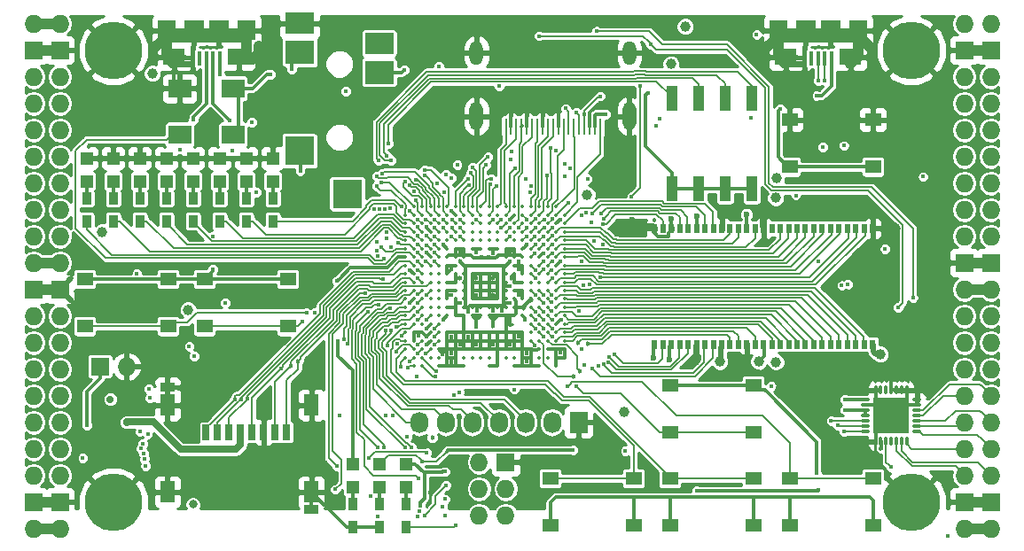
<source format=gtl>
G04 #@! TF.FileFunction,Copper,L1,Top,Signal*
%FSLAX46Y46*%
G04 Gerber Fmt 4.6, Leading zero omitted, Abs format (unit mm)*
G04 Created by KiCad (PCBNEW 4.0.7+dfsg1-1) date Mon Jan  8 20:14:45 2018*
%MOMM*%
%LPD*%
G01*
G04 APERTURE LIST*
%ADD10C,0.100000*%
%ADD11O,1.727200X1.727200*%
%ADD12R,1.727200X1.727200*%
%ADD13C,5.500000*%
%ADD14R,0.900000X1.200000*%
%ADD15R,2.100000X1.600000*%
%ADD16R,1.900000X1.900000*%
%ADD17R,0.400000X1.350000*%
%ADD18R,1.800000X1.900000*%
%ADD19O,0.850000X0.300000*%
%ADD20O,0.300000X0.850000*%
%ADD21R,1.675000X1.675000*%
%ADD22R,1.727200X2.032000*%
%ADD23O,1.727200X2.032000*%
%ADD24R,1.550000X1.300000*%
%ADD25R,1.120000X2.440000*%
%ADD26C,0.350000*%
%ADD27R,1.200000X1.200000*%
%ADD28R,2.800000X2.000000*%
%ADD29R,2.800000X2.200000*%
%ADD30R,2.800000X2.800000*%
%ADD31O,1.300000X2.700000*%
%ADD32O,1.300000X2.300000*%
%ADD33R,0.250000X1.600000*%
%ADD34R,0.700000X1.500000*%
%ADD35R,1.450000X0.900000*%
%ADD36R,1.450000X2.000000*%
%ADD37R,2.200000X1.800000*%
%ADD38R,0.560000X0.900000*%
%ADD39C,0.400000*%
%ADD40C,1.000000*%
%ADD41C,0.600000*%
%ADD42C,0.454000*%
%ADD43C,0.800000*%
%ADD44C,0.700000*%
%ADD45C,0.300000*%
%ADD46C,0.500000*%
%ADD47C,1.000000*%
%ADD48C,0.600000*%
%ADD49C,0.190000*%
%ADD50C,0.200000*%
%ADD51C,0.700000*%
%ADD52C,0.127000*%
%ADD53C,0.254000*%
G04 APERTURE END LIST*
D10*
D11*
X97910000Y-62690000D03*
X95370000Y-62690000D03*
D12*
X97910000Y-65230000D03*
X95370000Y-65230000D03*
D11*
X97910000Y-67770000D03*
X95370000Y-67770000D03*
X97910000Y-70310000D03*
X95370000Y-70310000D03*
X97910000Y-72850000D03*
X95370000Y-72850000D03*
X97910000Y-75390000D03*
X95370000Y-75390000D03*
X97910000Y-77930000D03*
X95370000Y-77930000D03*
X97910000Y-80470000D03*
X95370000Y-80470000D03*
X97910000Y-83010000D03*
X95370000Y-83010000D03*
X97910000Y-85550000D03*
X95370000Y-85550000D03*
D12*
X97910000Y-88090000D03*
X95370000Y-88090000D03*
D11*
X97910000Y-90630000D03*
X95370000Y-90630000D03*
X97910000Y-93170000D03*
X95370000Y-93170000D03*
X97910000Y-95710000D03*
X95370000Y-95710000D03*
X97910000Y-98250000D03*
X95370000Y-98250000D03*
X97910000Y-100790000D03*
X95370000Y-100790000D03*
X97910000Y-103330000D03*
X95370000Y-103330000D03*
X97910000Y-105870000D03*
X95370000Y-105870000D03*
D12*
X97910000Y-108410000D03*
X95370000Y-108410000D03*
D11*
X97910000Y-110950000D03*
X95370000Y-110950000D03*
X184270000Y-110950000D03*
X186810000Y-110950000D03*
D12*
X184270000Y-108410000D03*
X186810000Y-108410000D03*
D11*
X184270000Y-105870000D03*
X186810000Y-105870000D03*
X184270000Y-103330000D03*
X186810000Y-103330000D03*
X184270000Y-100790000D03*
X186810000Y-100790000D03*
X184270000Y-98250000D03*
X186810000Y-98250000D03*
X184270000Y-95710000D03*
X186810000Y-95710000D03*
X184270000Y-93170000D03*
X186810000Y-93170000D03*
X184270000Y-90630000D03*
X186810000Y-90630000D03*
X184270000Y-88090000D03*
X186810000Y-88090000D03*
D12*
X184270000Y-85550000D03*
X186810000Y-85550000D03*
D11*
X184270000Y-83010000D03*
X186810000Y-83010000D03*
X184270000Y-80470000D03*
X186810000Y-80470000D03*
X184270000Y-77930000D03*
X186810000Y-77930000D03*
X184270000Y-75390000D03*
X186810000Y-75390000D03*
X184270000Y-72850000D03*
X186810000Y-72850000D03*
X184270000Y-70310000D03*
X186810000Y-70310000D03*
X184270000Y-67770000D03*
X186810000Y-67770000D03*
D12*
X184270000Y-65230000D03*
X186810000Y-65230000D03*
D11*
X184270000Y-62690000D03*
X186810000Y-62690000D03*
D13*
X102990000Y-108410000D03*
X179190000Y-108410000D03*
X179190000Y-65230000D03*
X102990000Y-65230000D03*
D12*
X101720000Y-95456000D03*
D11*
X104260000Y-95456000D03*
D14*
X128390000Y-108580000D03*
X128390000Y-110780000D03*
X130930000Y-110780000D03*
X130930000Y-108580000D03*
D15*
X114980000Y-65875000D03*
X108780000Y-65875000D03*
D16*
X113080000Y-63325000D03*
X110680000Y-63325000D03*
D17*
X113180000Y-66000000D03*
X112530000Y-66000000D03*
X111880000Y-66000000D03*
X111230000Y-66000000D03*
X110580000Y-66000000D03*
D18*
X115680000Y-63325000D03*
X108080000Y-63325000D03*
D15*
X173400000Y-65875000D03*
X167200000Y-65875000D03*
D16*
X171500000Y-63325000D03*
X169100000Y-63325000D03*
D17*
X171600000Y-66000000D03*
X170950000Y-66000000D03*
X170300000Y-66000000D03*
X169650000Y-66000000D03*
X169000000Y-66000000D03*
D18*
X174100000Y-63325000D03*
X166500000Y-63325000D03*
D12*
X140455000Y-104600000D03*
D11*
X137915000Y-104600000D03*
X140455000Y-107140000D03*
X137915000Y-107140000D03*
X140455000Y-109680000D03*
X137915000Y-109680000D03*
D14*
X118230000Y-81570000D03*
X118230000Y-79370000D03*
X115690000Y-81570000D03*
X115690000Y-79370000D03*
X113150000Y-81570000D03*
X113150000Y-79370000D03*
X110610000Y-81570000D03*
X110610000Y-79370000D03*
X108070000Y-81570000D03*
X108070000Y-79370000D03*
X105530000Y-81570000D03*
X105530000Y-79370000D03*
X102990000Y-81570000D03*
X102990000Y-79370000D03*
X100450000Y-81570000D03*
X100450000Y-79370000D03*
D19*
X179735000Y-101655000D03*
X179735000Y-101155000D03*
X179735000Y-100655000D03*
X179735000Y-100155000D03*
X179735000Y-99655000D03*
X179735000Y-99155000D03*
X179735000Y-98655000D03*
D20*
X178785000Y-97705000D03*
X178285000Y-97705000D03*
X177785000Y-97705000D03*
X177285000Y-97705000D03*
X176785000Y-97705000D03*
X176285000Y-97705000D03*
X175785000Y-97705000D03*
D19*
X174835000Y-98655000D03*
X174835000Y-99155000D03*
X174835000Y-99655000D03*
X174835000Y-100155000D03*
X174835000Y-100655000D03*
X174835000Y-101155000D03*
X174835000Y-101655000D03*
D20*
X175785000Y-102605000D03*
X176285000Y-102605000D03*
X176785000Y-102605000D03*
X177285000Y-102605000D03*
X177785000Y-102605000D03*
X178285000Y-102605000D03*
X178785000Y-102605000D03*
D21*
X176447500Y-99317500D03*
X176447500Y-100992500D03*
X178122500Y-99317500D03*
X178122500Y-100992500D03*
D22*
X147440000Y-100790000D03*
D23*
X144900000Y-100790000D03*
X142360000Y-100790000D03*
X139820000Y-100790000D03*
X137280000Y-100790000D03*
X134740000Y-100790000D03*
X132200000Y-100790000D03*
D24*
X175550000Y-71870000D03*
X175550000Y-76370000D03*
X167590000Y-76370000D03*
X167590000Y-71870000D03*
X100280000Y-91610000D03*
X100280000Y-87110000D03*
X108240000Y-87110000D03*
X108240000Y-91610000D03*
X111710000Y-91610000D03*
X111710000Y-87110000D03*
X119670000Y-87110000D03*
X119670000Y-91610000D03*
X156160000Y-101770000D03*
X156160000Y-97270000D03*
X164120000Y-97270000D03*
X164120000Y-101770000D03*
X164120000Y-106160000D03*
X164120000Y-110660000D03*
X156160000Y-110660000D03*
X156160000Y-106160000D03*
X152690000Y-106160000D03*
X152690000Y-110660000D03*
X144730000Y-110660000D03*
X144730000Y-106160000D03*
X175550000Y-106160000D03*
X175550000Y-110660000D03*
X167590000Y-110660000D03*
X167590000Y-106160000D03*
D25*
X156330000Y-78425000D03*
X163950000Y-69815000D03*
X158870000Y-78425000D03*
X161410000Y-69815000D03*
X161410000Y-78425000D03*
X158870000Y-69815000D03*
X163950000Y-78425000D03*
X156330000Y-69815000D03*
D26*
X131680000Y-80200000D03*
X132480000Y-80200000D03*
X133280000Y-80200000D03*
X134080000Y-80200000D03*
X134880000Y-80200000D03*
X135680000Y-80200000D03*
X136480000Y-80200000D03*
X137280000Y-80200000D03*
X138080000Y-80200000D03*
X138880000Y-80200000D03*
X139680000Y-80200000D03*
X140480000Y-80200000D03*
X141280000Y-80200000D03*
X142080000Y-80200000D03*
X142880000Y-80200000D03*
X143680000Y-80200000D03*
X144480000Y-80200000D03*
X145280000Y-80200000D03*
X130880000Y-81000000D03*
X131680000Y-81000000D03*
X132480000Y-81000000D03*
X133280000Y-81000000D03*
X134080000Y-81000000D03*
X134880000Y-81000000D03*
X135680000Y-81000000D03*
X136480000Y-81000000D03*
X137280000Y-81000000D03*
X138080000Y-81000000D03*
X138880000Y-81000000D03*
X139680000Y-81000000D03*
X140480000Y-81000000D03*
X141280000Y-81000000D03*
X142080000Y-81000000D03*
X142880000Y-81000000D03*
X143680000Y-81000000D03*
X144480000Y-81000000D03*
X145280000Y-81000000D03*
X146080000Y-81000000D03*
X130880000Y-81800000D03*
X131680000Y-81800000D03*
X132480000Y-81800000D03*
X133280000Y-81800000D03*
X134080000Y-81800000D03*
X134880000Y-81800000D03*
X135680000Y-81800000D03*
X136480000Y-81800000D03*
X137280000Y-81800000D03*
X138080000Y-81800000D03*
X138880000Y-81800000D03*
X139680000Y-81800000D03*
X140480000Y-81800000D03*
X141280000Y-81800000D03*
X142080000Y-81800000D03*
X142880000Y-81800000D03*
X143680000Y-81800000D03*
X144480000Y-81800000D03*
X145280000Y-81800000D03*
X146080000Y-81800000D03*
X130880000Y-82600000D03*
X131680000Y-82600000D03*
X132480000Y-82600000D03*
X133280000Y-82600000D03*
X134080000Y-82600000D03*
X134880000Y-82600000D03*
X135680000Y-82600000D03*
X136480000Y-82600000D03*
X137280000Y-82600000D03*
X138080000Y-82600000D03*
X138880000Y-82600000D03*
X139680000Y-82600000D03*
X140480000Y-82600000D03*
X141280000Y-82600000D03*
X142080000Y-82600000D03*
X142880000Y-82600000D03*
X143680000Y-82600000D03*
X144480000Y-82600000D03*
X145280000Y-82600000D03*
X146080000Y-82600000D03*
X130880000Y-83400000D03*
X131680000Y-83400000D03*
X132480000Y-83400000D03*
X133280000Y-83400000D03*
X134080000Y-83400000D03*
X134880000Y-83400000D03*
X135680000Y-83400000D03*
X136480000Y-83400000D03*
X137280000Y-83400000D03*
X138080000Y-83400000D03*
X138880000Y-83400000D03*
X139680000Y-83400000D03*
X140480000Y-83400000D03*
X141280000Y-83400000D03*
X142080000Y-83400000D03*
X142880000Y-83400000D03*
X143680000Y-83400000D03*
X144480000Y-83400000D03*
X145280000Y-83400000D03*
X146080000Y-83400000D03*
X130880000Y-84200000D03*
X131680000Y-84200000D03*
X132480000Y-84200000D03*
X133280000Y-84200000D03*
X134080000Y-84200000D03*
X134880000Y-84200000D03*
X135680000Y-84200000D03*
X136480000Y-84200000D03*
X137280000Y-84200000D03*
X138080000Y-84200000D03*
X138880000Y-84200000D03*
X139680000Y-84200000D03*
X140480000Y-84200000D03*
X141280000Y-84200000D03*
X142080000Y-84200000D03*
X142880000Y-84200000D03*
X143680000Y-84200000D03*
X144480000Y-84200000D03*
X145280000Y-84200000D03*
X146080000Y-84200000D03*
X130880000Y-85000000D03*
X131680000Y-85000000D03*
X132480000Y-85000000D03*
X133280000Y-85000000D03*
X134080000Y-85000000D03*
X134880000Y-85000000D03*
X135680000Y-85000000D03*
X136480000Y-85000000D03*
X137280000Y-85000000D03*
X138080000Y-85000000D03*
X138880000Y-85000000D03*
X139680000Y-85000000D03*
X140480000Y-85000000D03*
X141280000Y-85000000D03*
X142080000Y-85000000D03*
X142880000Y-85000000D03*
X143680000Y-85000000D03*
X144480000Y-85000000D03*
X145280000Y-85000000D03*
X146080000Y-85000000D03*
X130880000Y-85800000D03*
X131680000Y-85800000D03*
X132480000Y-85800000D03*
X133280000Y-85800000D03*
X134080000Y-85800000D03*
X134880000Y-85800000D03*
X135680000Y-85800000D03*
X136480000Y-85800000D03*
X137280000Y-85800000D03*
X138080000Y-85800000D03*
X138880000Y-85800000D03*
X139680000Y-85800000D03*
X140480000Y-85800000D03*
X141280000Y-85800000D03*
X142080000Y-85800000D03*
X142880000Y-85800000D03*
X143680000Y-85800000D03*
X144480000Y-85800000D03*
X145280000Y-85800000D03*
X146080000Y-85800000D03*
X130880000Y-86600000D03*
X131680000Y-86600000D03*
X132480000Y-86600000D03*
X133280000Y-86600000D03*
X134080000Y-86600000D03*
X134880000Y-86600000D03*
X135680000Y-86600000D03*
X136480000Y-86600000D03*
X137280000Y-86600000D03*
X138080000Y-86600000D03*
X138880000Y-86600000D03*
X139680000Y-86600000D03*
X140480000Y-86600000D03*
X141280000Y-86600000D03*
X142080000Y-86600000D03*
X142880000Y-86600000D03*
X143680000Y-86600000D03*
X144480000Y-86600000D03*
X145280000Y-86600000D03*
X146080000Y-86600000D03*
X130880000Y-87400000D03*
X131680000Y-87400000D03*
X132480000Y-87400000D03*
X133280000Y-87400000D03*
X134080000Y-87400000D03*
X134880000Y-87400000D03*
X135680000Y-87400000D03*
X136480000Y-87400000D03*
X137280000Y-87400000D03*
X138080000Y-87400000D03*
X138880000Y-87400000D03*
X139680000Y-87400000D03*
X140480000Y-87400000D03*
X141280000Y-87400000D03*
X142080000Y-87400000D03*
X142880000Y-87400000D03*
X143680000Y-87400000D03*
X144480000Y-87400000D03*
X145280000Y-87400000D03*
X146080000Y-87400000D03*
X130880000Y-88200000D03*
X131680000Y-88200000D03*
X132480000Y-88200000D03*
X133280000Y-88200000D03*
X134080000Y-88200000D03*
X134880000Y-88200000D03*
X135680000Y-88200000D03*
X136480000Y-88200000D03*
X137280000Y-88200000D03*
X138080000Y-88200000D03*
X138880000Y-88200000D03*
X139680000Y-88200000D03*
X140480000Y-88200000D03*
X141280000Y-88200000D03*
X142080000Y-88200000D03*
X142880000Y-88200000D03*
X143680000Y-88200000D03*
X144480000Y-88200000D03*
X145280000Y-88200000D03*
X146080000Y-88200000D03*
X130880000Y-89000000D03*
X131680000Y-89000000D03*
X132480000Y-89000000D03*
X133280000Y-89000000D03*
X134080000Y-89000000D03*
X134880000Y-89000000D03*
X135680000Y-89000000D03*
X136480000Y-89000000D03*
X137280000Y-89000000D03*
X138080000Y-89000000D03*
X138880000Y-89000000D03*
X139680000Y-89000000D03*
X140480000Y-89000000D03*
X141280000Y-89000000D03*
X142080000Y-89000000D03*
X142880000Y-89000000D03*
X143680000Y-89000000D03*
X144480000Y-89000000D03*
X145280000Y-89000000D03*
X146080000Y-89000000D03*
X130880000Y-89800000D03*
X131680000Y-89800000D03*
X132480000Y-89800000D03*
X133280000Y-89800000D03*
X134080000Y-89800000D03*
X134880000Y-89800000D03*
X135680000Y-89800000D03*
X136480000Y-89800000D03*
X137280000Y-89800000D03*
X138080000Y-89800000D03*
X138880000Y-89800000D03*
X139680000Y-89800000D03*
X140480000Y-89800000D03*
X141280000Y-89800000D03*
X142080000Y-89800000D03*
X142880000Y-89800000D03*
X143680000Y-89800000D03*
X144480000Y-89800000D03*
X145280000Y-89800000D03*
X146080000Y-89800000D03*
X130880000Y-90600000D03*
X131680000Y-90600000D03*
X132480000Y-90600000D03*
X133280000Y-90600000D03*
X134080000Y-90600000D03*
X134880000Y-90600000D03*
X135680000Y-90600000D03*
X136480000Y-90600000D03*
X137280000Y-90600000D03*
X138080000Y-90600000D03*
X138880000Y-90600000D03*
X139680000Y-90600000D03*
X140480000Y-90600000D03*
X141280000Y-90600000D03*
X142080000Y-90600000D03*
X142880000Y-90600000D03*
X143680000Y-90600000D03*
X144480000Y-90600000D03*
X145280000Y-90600000D03*
X146080000Y-90600000D03*
X130880000Y-91400000D03*
X131680000Y-91400000D03*
X132480000Y-91400000D03*
X133280000Y-91400000D03*
X134080000Y-91400000D03*
X142880000Y-91400000D03*
X143680000Y-91400000D03*
X144480000Y-91400000D03*
X145280000Y-91400000D03*
X146080000Y-91400000D03*
X130880000Y-92200000D03*
X131680000Y-92200000D03*
X132480000Y-92200000D03*
X133280000Y-92200000D03*
X134080000Y-92200000D03*
X134880000Y-92200000D03*
X135680000Y-92200000D03*
X136480000Y-92200000D03*
X137280000Y-92200000D03*
X138080000Y-92200000D03*
X138880000Y-92200000D03*
X139680000Y-92200000D03*
X140480000Y-92200000D03*
X141280000Y-92200000D03*
X142080000Y-92200000D03*
X142880000Y-92200000D03*
X143680000Y-92200000D03*
X144480000Y-92200000D03*
X145280000Y-92200000D03*
X146080000Y-92200000D03*
X130880000Y-93000000D03*
X131680000Y-93000000D03*
X132480000Y-93000000D03*
X133280000Y-93000000D03*
X134080000Y-93000000D03*
X134880000Y-93000000D03*
X135680000Y-93000000D03*
X136480000Y-93000000D03*
X137280000Y-93000000D03*
X138080000Y-93000000D03*
X138880000Y-93000000D03*
X139680000Y-93000000D03*
X140480000Y-93000000D03*
X141280000Y-93000000D03*
X142080000Y-93000000D03*
X142880000Y-93000000D03*
X143680000Y-93000000D03*
X144480000Y-93000000D03*
X145280000Y-93000000D03*
X146080000Y-93000000D03*
X130880000Y-93800000D03*
X131680000Y-93800000D03*
X132480000Y-93800000D03*
X133280000Y-93800000D03*
X134080000Y-93800000D03*
X134880000Y-93800000D03*
X135680000Y-93800000D03*
X136480000Y-93800000D03*
X137280000Y-93800000D03*
X138080000Y-93800000D03*
X138880000Y-93800000D03*
X139680000Y-93800000D03*
X140480000Y-93800000D03*
X141280000Y-93800000D03*
X142080000Y-93800000D03*
X142880000Y-93800000D03*
X143680000Y-93800000D03*
X144480000Y-93800000D03*
X145280000Y-93800000D03*
X146080000Y-93800000D03*
X130880000Y-94600000D03*
X131680000Y-94600000D03*
X132480000Y-94600000D03*
X133280000Y-94600000D03*
X134080000Y-94600000D03*
X134880000Y-94600000D03*
X135680000Y-94600000D03*
X136480000Y-94600000D03*
X137280000Y-94600000D03*
X138080000Y-94600000D03*
X138880000Y-94600000D03*
X139680000Y-94600000D03*
X140480000Y-94600000D03*
X141280000Y-94600000D03*
X142080000Y-94600000D03*
X142880000Y-94600000D03*
X143680000Y-94600000D03*
X144480000Y-94600000D03*
X145280000Y-94600000D03*
X146080000Y-94600000D03*
X131680000Y-95400000D03*
X132480000Y-95400000D03*
X134080000Y-95400000D03*
X134880000Y-95400000D03*
X135680000Y-95400000D03*
X136480000Y-95400000D03*
X138880000Y-95400000D03*
X139680000Y-95400000D03*
X141280000Y-95400000D03*
X142080000Y-95400000D03*
X142880000Y-95400000D03*
X143680000Y-95400000D03*
X145280000Y-95400000D03*
D27*
X125850000Y-104770000D03*
X125850000Y-106970000D03*
D14*
X125850000Y-108580000D03*
X125850000Y-110780000D03*
D27*
X128390000Y-104770000D03*
X128390000Y-106970000D03*
X118230000Y-77760000D03*
X118230000Y-75560000D03*
X115690000Y-77760000D03*
X115690000Y-75560000D03*
X113150000Y-77760000D03*
X113150000Y-75560000D03*
X110610000Y-77760000D03*
X110610000Y-75560000D03*
X108070000Y-77760000D03*
X108070000Y-75560000D03*
X105530000Y-77760000D03*
X105530000Y-75560000D03*
X102990000Y-77760000D03*
X102990000Y-75560000D03*
X100450000Y-77760000D03*
X100450000Y-75560000D03*
X130930000Y-104770000D03*
X130930000Y-106970000D03*
D28*
X120780000Y-62648000D03*
D29*
X120780000Y-65448000D03*
D30*
X120780000Y-74848000D03*
X125330000Y-78948000D03*
D29*
X128380000Y-67348000D03*
D28*
X128380000Y-64548000D03*
D31*
X152280000Y-71550000D03*
X137680000Y-71550000D03*
D32*
X137680000Y-65500000D03*
D33*
X140480000Y-72500000D03*
X140980000Y-72500000D03*
X141480000Y-72500000D03*
X141980000Y-72500000D03*
X142480000Y-72500000D03*
X142980000Y-72500000D03*
X143480000Y-72500000D03*
X143980000Y-72500000D03*
X144480000Y-72500000D03*
X144980000Y-72500000D03*
X145480000Y-72500000D03*
X145980000Y-72500000D03*
X146480000Y-72500000D03*
X146980000Y-72500000D03*
X147480000Y-72500000D03*
X147980000Y-72500000D03*
X148480000Y-72500000D03*
X148980000Y-72500000D03*
X149480000Y-72500000D03*
D32*
X152280000Y-65500000D03*
D34*
X111850000Y-101750000D03*
X112950000Y-101750000D03*
X114050000Y-101750000D03*
X115150000Y-101750000D03*
X116250000Y-101750000D03*
X117350000Y-101750000D03*
X118450000Y-101750000D03*
X119550000Y-101750000D03*
D35*
X108175000Y-97450000D03*
X121925000Y-109150000D03*
D36*
X121925000Y-99150000D03*
X108175000Y-99150000D03*
X108175000Y-107450000D03*
X121925000Y-107450000D03*
D37*
X114420000Y-68872000D03*
X109340000Y-68872000D03*
X109340000Y-73272000D03*
X114420000Y-73272000D03*
D38*
X175493000Y-82270000D03*
X154693000Y-93330000D03*
X155493000Y-93330000D03*
X156293000Y-93330000D03*
X157093000Y-93330000D03*
X157893000Y-93330000D03*
X158693000Y-93330000D03*
X159493000Y-93330000D03*
X160293000Y-93330000D03*
X161093000Y-93330000D03*
X161893000Y-93330000D03*
X162693000Y-93330000D03*
X163493000Y-93330000D03*
X164293000Y-93330000D03*
X165093000Y-93330000D03*
X165893000Y-93330000D03*
X166693000Y-93330000D03*
X167493000Y-93330000D03*
X168293000Y-93330000D03*
X169093000Y-93330000D03*
X169893000Y-93330000D03*
X170693000Y-93330000D03*
X171493000Y-93330000D03*
X172293000Y-93330000D03*
X173093000Y-93330000D03*
X173893000Y-93330000D03*
X174693000Y-93330000D03*
X175493000Y-93330000D03*
X174693000Y-82270000D03*
X173893000Y-82270000D03*
X173093000Y-82270000D03*
X172293000Y-82270000D03*
X171493000Y-82270000D03*
X170693000Y-82270000D03*
X169893000Y-82270000D03*
X169093000Y-82270000D03*
X168293000Y-82270000D03*
X167493000Y-82270000D03*
X166693000Y-82270000D03*
X165893000Y-82270000D03*
X165093000Y-82270000D03*
X164293000Y-82270000D03*
X163493000Y-82270000D03*
X162693000Y-82270000D03*
X161893000Y-82270000D03*
X161093000Y-82270000D03*
X160293000Y-82270000D03*
X159493000Y-82270000D03*
X158693000Y-82270000D03*
X157893000Y-82270000D03*
X157093000Y-82270000D03*
X156293000Y-82270000D03*
X155493000Y-82270000D03*
X154693000Y-82270000D03*
D39*
X144103496Y-84660400D03*
D40*
X177658444Y-82281349D03*
D39*
X145680000Y-81405125D03*
X145691238Y-94166752D03*
X145759873Y-91010176D03*
D41*
X152525938Y-81463870D03*
D40*
X162956098Y-95078488D03*
X158539988Y-94868772D03*
D41*
X161075765Y-80992022D03*
X164882869Y-80938986D03*
X156262773Y-81349374D03*
X123437000Y-108972000D03*
D39*
X132871770Y-84533979D03*
X132862998Y-82124544D03*
X131278306Y-86213101D03*
X135281276Y-80583119D03*
X131279502Y-89407325D03*
X170309539Y-85441529D03*
X145672808Y-85396062D03*
X133216000Y-107465000D03*
X137680000Y-88600000D03*
X142480000Y-95000000D03*
X141680000Y-92600000D03*
X140836000Y-84534000D03*
X135284627Y-94985297D03*
X135288625Y-94225619D03*
X134455822Y-94267172D03*
X136095958Y-93369652D03*
D42*
X139264636Y-91615205D03*
D40*
X116880503Y-64802940D03*
X106974809Y-64953974D03*
X175210328Y-64948943D03*
X165417246Y-64954666D03*
D39*
X175495631Y-71457432D03*
X177285000Y-95710000D03*
X140880000Y-81400000D03*
X136085174Y-89394826D03*
X140874194Y-91433353D03*
X142480000Y-94200000D03*
X140880000Y-93400000D03*
X139280000Y-93400000D03*
X137680000Y-93400000D03*
X136880000Y-92600000D03*
X135280000Y-92600000D03*
X132880000Y-91800000D03*
X132880000Y-93400000D03*
D42*
X141042859Y-86994997D03*
X139280000Y-87000000D03*
X136110990Y-86995403D03*
X137680000Y-87000000D03*
X136080000Y-84600000D03*
X139280000Y-88600000D03*
D40*
X106720415Y-67436305D03*
X166284693Y-95025145D03*
X166248957Y-79348409D03*
X166343357Y-77477990D03*
D39*
X172564535Y-87722010D03*
X150030853Y-71331848D03*
D40*
X156235582Y-66548363D03*
X101932065Y-82585048D03*
X157600000Y-62944000D03*
D39*
X132110753Y-92527478D03*
X113658000Y-89360000D03*
X165803369Y-97344883D03*
D40*
X148237462Y-79019093D03*
D39*
X148271935Y-77558071D03*
X117976000Y-67516000D03*
D40*
X160905403Y-95006436D03*
D41*
X158731133Y-81048929D03*
X154593901Y-94607945D03*
X156088245Y-94762980D03*
D40*
X164625730Y-94982471D03*
D41*
X163462982Y-80942429D03*
D40*
X176254940Y-94288458D03*
D43*
X110593913Y-108636458D03*
D39*
X180340784Y-77316932D03*
X173137949Y-87594275D03*
D44*
X102710050Y-98594954D03*
D39*
X154794000Y-72426000D03*
X129005202Y-100174798D03*
X137659051Y-91638034D03*
X139820000Y-68665673D03*
X172834633Y-99599920D03*
X172879922Y-98618650D03*
X176305593Y-103279812D03*
X164433885Y-63737451D03*
X134079160Y-66786153D03*
X116654336Y-78777990D03*
X112515000Y-83010000D03*
X100080000Y-104200000D03*
X135273306Y-88618602D03*
X139272517Y-84611349D03*
X137680556Y-84534085D03*
X141680000Y-86200000D03*
X135280000Y-86200000D03*
X132880000Y-92600000D03*
X141680000Y-88600000D03*
X141680000Y-85400000D03*
X129983242Y-91668979D03*
X121431221Y-90311593D03*
X130566572Y-92512084D03*
X121041200Y-91125073D03*
X146394787Y-97333919D03*
X143300000Y-86220000D03*
X147175985Y-97333919D03*
X147700000Y-93820000D03*
X144900000Y-91820000D03*
X142277990Y-91000000D03*
D40*
X110128890Y-90028152D03*
D39*
X142480000Y-83800000D03*
X134480000Y-83800000D03*
X134480000Y-91000000D03*
X105245010Y-86595559D03*
X125193541Y-69156848D03*
X155149360Y-71764535D03*
X170182962Y-69571012D03*
X170362901Y-107286196D03*
X158716651Y-107325176D03*
X136028224Y-97922729D03*
X128216338Y-109760338D03*
X132708000Y-109680000D03*
X134750646Y-106810513D03*
X133680000Y-91800000D03*
X135517016Y-98167170D03*
X134675868Y-108131585D03*
D42*
X133449289Y-102232615D03*
D39*
X133680000Y-92600000D03*
X132936956Y-103711000D03*
X127385678Y-104203668D03*
X133685482Y-93402296D03*
X134463998Y-108841973D03*
X131986331Y-96404793D03*
X131039072Y-102187000D03*
X134636872Y-109719950D03*
X132846234Y-94197073D03*
X176700000Y-84220000D03*
X143260000Y-84620000D03*
X120834553Y-76779094D03*
X130761990Y-67119621D03*
X147186000Y-71200000D03*
X147983153Y-71347080D03*
X149475951Y-69619684D03*
X153297112Y-68608292D03*
X177926984Y-89812061D03*
X154329326Y-64643767D03*
X152497066Y-79193467D03*
X146481406Y-79819384D03*
X143650666Y-63862520D03*
X179351513Y-88868327D03*
X149134122Y-63424051D03*
X140035989Y-81400000D03*
X128776655Y-87127857D03*
X115759823Y-98502036D03*
X132083026Y-86260405D03*
X119008515Y-95662939D03*
D42*
X119978162Y-95412951D03*
X120634035Y-94977604D03*
D39*
X116198000Y-72088000D03*
X127586603Y-107875044D03*
X113157250Y-67567056D03*
X146180000Y-70800000D03*
X131453853Y-103208291D03*
X149771692Y-81825658D03*
X144080000Y-86200000D03*
X149533922Y-86909940D03*
X144894316Y-86977564D03*
X144896700Y-83835368D03*
X149549750Y-80868432D03*
D42*
X147343891Y-93217126D03*
D39*
X144113248Y-92588762D03*
X144875155Y-86292748D03*
X149846468Y-81303978D03*
X148696112Y-80861847D03*
X144916886Y-82991356D03*
D42*
X148349010Y-93322307D03*
D39*
X144882352Y-92577990D03*
X144902941Y-90956495D03*
X148747982Y-95669626D03*
X144867244Y-90112484D03*
X149795895Y-95251084D03*
X144855814Y-89268481D03*
X150278898Y-95040253D03*
X150345974Y-94517527D03*
X144877648Y-88622010D03*
X150889207Y-94332565D03*
X143280000Y-87000000D03*
X131084713Y-95564177D03*
X130135246Y-93288711D03*
X130422000Y-95456000D03*
X131316164Y-94959140D03*
X129978307Y-94019141D03*
X132031990Y-93400000D03*
X129182185Y-93441046D03*
X141280657Y-97642010D03*
X133852393Y-95875797D03*
X133762848Y-96395146D03*
X132080000Y-94200000D03*
X128611479Y-84071978D03*
X105895603Y-103765816D03*
X129449238Y-89873934D03*
X130839486Y-103208291D03*
X132075624Y-89410644D03*
X128806823Y-103185900D03*
X128312094Y-89556924D03*
X132162861Y-106185868D03*
X132880000Y-88600000D03*
X127040053Y-88426410D03*
X124322162Y-105002357D03*
X132080000Y-87000000D03*
X125356479Y-93255401D03*
X124202418Y-107207639D03*
X109323798Y-74706222D03*
X132024412Y-109766775D03*
X114371508Y-74859518D03*
X132219727Y-109277292D03*
X115165033Y-98598050D03*
X131847310Y-79589886D03*
X132080000Y-81400000D03*
X132080007Y-82103333D03*
X132872609Y-82968555D03*
X133627359Y-81414685D03*
X133648389Y-82190597D03*
X131923295Y-77584853D03*
X130856828Y-77786820D03*
X129533728Y-91985990D03*
X132880000Y-91000000D03*
X129006717Y-91985990D03*
X132077648Y-90977990D03*
X131275302Y-80595752D03*
X130489904Y-80167235D03*
X128823114Y-85153560D03*
X132072985Y-85377990D03*
X134476508Y-82180155D03*
X133942383Y-77980766D03*
X163908850Y-71651861D03*
X135656559Y-110610712D03*
X132468001Y-104503413D03*
X146844288Y-103452739D03*
D44*
X104260000Y-100790000D03*
D39*
X114604320Y-98573680D03*
X112515000Y-86185000D03*
X165170594Y-97666317D03*
X170157734Y-105666345D03*
X169506589Y-107953726D03*
X170735900Y-74464979D03*
X143257990Y-83000000D03*
X168166438Y-79108038D03*
X151896383Y-103510715D03*
X114075797Y-71903914D03*
X110632496Y-71877629D03*
X143269694Y-93414905D03*
X177274002Y-105079115D03*
X172761273Y-101651681D03*
X143280000Y-91800000D03*
X172193360Y-101105663D03*
X144064831Y-91877646D03*
X144080000Y-90956495D03*
X171540304Y-100645743D03*
X135320520Y-82196441D03*
X129493343Y-75737814D03*
X136080000Y-82200000D03*
X129125079Y-75315804D03*
X136080000Y-83000000D03*
X129252218Y-74142461D03*
X142377451Y-77497451D03*
X172746637Y-74347988D03*
X143280000Y-83800000D03*
X170300000Y-68151000D03*
X170950000Y-68125562D03*
X125039468Y-92834407D03*
X122207049Y-90299314D03*
X132082956Y-90210779D03*
X124361185Y-87274371D03*
X124361184Y-87274370D03*
X182675150Y-111637626D03*
X166678914Y-70803555D03*
X129660000Y-100155000D03*
X124580000Y-100155000D03*
X127308270Y-90221456D03*
X132084049Y-88558274D03*
X128280000Y-103200000D03*
X120008000Y-67008000D03*
X133680000Y-83000000D03*
X129457990Y-80285112D03*
X133680000Y-83800000D03*
X128943593Y-80399729D03*
X130204628Y-83599483D03*
X128416582Y-80399850D03*
X127889625Y-80407426D03*
X133680000Y-85400000D03*
X144780000Y-74590382D03*
X124453000Y-93043000D03*
X137689001Y-90122990D03*
D40*
X151758000Y-99774000D03*
D39*
X136885174Y-90194826D03*
X140094890Y-90122990D03*
X139280000Y-90122990D03*
X140880000Y-89400000D03*
X140880000Y-87800000D03*
X140880000Y-85400000D03*
D42*
X136080000Y-85400000D03*
D39*
X128333179Y-75769807D03*
X134613000Y-78819000D03*
X135280000Y-83022010D03*
X154052298Y-69302298D03*
X100450000Y-101044000D03*
X132285867Y-108754446D03*
X134707351Y-105508447D03*
X139280000Y-81400000D03*
X139578623Y-78205862D03*
X139034115Y-78040948D03*
X139046749Y-77514088D03*
X138580000Y-76200000D03*
X138779198Y-75400762D03*
X137680000Y-81400000D03*
X137308732Y-76415018D03*
X137106948Y-76979922D03*
X136859538Y-77550820D03*
X136922059Y-78097889D03*
X136096392Y-81395070D03*
X135830698Y-76200613D03*
X135315381Y-81391918D03*
X135280062Y-77463305D03*
X134471370Y-81406751D03*
X134758050Y-77130140D03*
D42*
X146942280Y-96452058D03*
X147534467Y-95913260D03*
D39*
X147928857Y-95339016D03*
X143322010Y-91000657D03*
X149284391Y-95377990D03*
X144077013Y-90266968D03*
X147430953Y-90112484D03*
X144076240Y-89395301D03*
X143322010Y-90201951D03*
X147910791Y-87683418D03*
X144082832Y-88584510D03*
X143322010Y-88595030D03*
X148483539Y-87608166D03*
X144102010Y-85397219D03*
X144889349Y-85448737D03*
X147687390Y-85374093D03*
X149732494Y-83807694D03*
X144912409Y-84635817D03*
X148921512Y-83442010D03*
X144103186Y-83777990D03*
X148610661Y-81705858D03*
X144102010Y-83000000D03*
X144888125Y-82147345D03*
X148175253Y-80781550D03*
X144125486Y-82186468D03*
X147688311Y-80983115D03*
X144880008Y-81303333D03*
X142841210Y-78784254D03*
X142473549Y-82998913D03*
X142864275Y-78217369D03*
X142437464Y-82181475D03*
X146089079Y-77300571D03*
X144144931Y-81387081D03*
X144394875Y-77219934D03*
X146577729Y-76500816D03*
X143281475Y-82206074D03*
X146130802Y-76060132D03*
X143300920Y-81377293D03*
X145255695Y-74817220D03*
X141662690Y-82207782D03*
X142456909Y-81405800D03*
X140030954Y-82200000D03*
X141342967Y-76554996D03*
X141046643Y-74873804D03*
X140864029Y-83041403D03*
X140874966Y-82177164D03*
X140980062Y-75681941D03*
X132761172Y-77202673D03*
X132737245Y-76676207D03*
X128644933Y-77050030D03*
X128152012Y-77257840D03*
X128125571Y-78233647D03*
X110718734Y-94451783D03*
X128590544Y-77894041D03*
X110249038Y-93533767D03*
X106368514Y-97598098D03*
X131253134Y-78134216D03*
X106477197Y-98487772D03*
X131709326Y-78745875D03*
X132783339Y-81400004D03*
X132079024Y-82984045D03*
X129109095Y-82655074D03*
X105572759Y-101661319D03*
X106276126Y-101893466D03*
X132880889Y-83897835D03*
X129054383Y-83179239D03*
X129487667Y-84079929D03*
X132083682Y-83828056D03*
X105813763Y-102819336D03*
X132062099Y-84533979D03*
X128165458Y-83528763D03*
X105627254Y-103312241D03*
X128183256Y-84379169D03*
X105992720Y-104283802D03*
X133671942Y-84595200D03*
X128203260Y-84905801D03*
X106088753Y-104974041D03*
X132834641Y-85377990D03*
D45*
X154680000Y-81486121D02*
X154657528Y-81463649D01*
X152525938Y-81463870D02*
X152982068Y-81920000D01*
X152982068Y-81920000D02*
X154589000Y-81920000D01*
X154589000Y-81920000D02*
X154589000Y-82564717D01*
X154589000Y-82564717D02*
X154935999Y-82911716D01*
X154935999Y-82911716D02*
X154935999Y-82941601D01*
X154935999Y-82941601D02*
X154991399Y-82997001D01*
X156050001Y-82941601D02*
X156050001Y-82696040D01*
X154991399Y-82997001D02*
X155994601Y-82997001D01*
X155994601Y-82997001D02*
X156050001Y-82941601D01*
X156050001Y-82696040D02*
X156205000Y-82541041D01*
X156205000Y-82541041D02*
X156205000Y-81920000D01*
X108780000Y-65875000D02*
X108780000Y-68312000D01*
X108780000Y-68312000D02*
X109340000Y-68872000D01*
X144019600Y-84660400D02*
X144103496Y-84660400D01*
X143680000Y-85000000D02*
X144019600Y-84660400D01*
X177252609Y-82281349D02*
X177658444Y-82281349D01*
X177241260Y-82270000D02*
X177252609Y-82281349D01*
X145280000Y-81800000D02*
X145674875Y-81405125D01*
X145674875Y-81405125D02*
X145680000Y-81405125D01*
X145691238Y-93811238D02*
X145691238Y-93883910D01*
X145680000Y-93800000D02*
X145691238Y-93811238D01*
X145691238Y-93883910D02*
X145691238Y-94166752D01*
X145280000Y-91400000D02*
X145669824Y-91010176D01*
X145669824Y-91010176D02*
X145759873Y-91010176D01*
X121925000Y-107450000D02*
X121925000Y-109150000D01*
X163456097Y-94578489D02*
X162956098Y-95078488D01*
X163480000Y-94554586D02*
X163456097Y-94578489D01*
X163480000Y-93330000D02*
X163480000Y-94554586D01*
X158539988Y-93470012D02*
X158539988Y-94161666D01*
X158680000Y-93330000D02*
X158539988Y-93470012D01*
X158539988Y-94161666D02*
X158539988Y-94868772D01*
X161075765Y-81416286D02*
X161075765Y-80992022D01*
X161075765Y-82265765D02*
X161075765Y-81416286D01*
X161080000Y-82270000D02*
X161075765Y-82265765D01*
X164882869Y-82072869D02*
X164882869Y-81363250D01*
X165080000Y-82270000D02*
X164882869Y-82072869D01*
X164882869Y-81363250D02*
X164882869Y-80938986D01*
X156280000Y-82270000D02*
X156280000Y-81366601D01*
X156280000Y-81366601D02*
X156262773Y-81349374D01*
D46*
X175480000Y-82270000D02*
X177241260Y-82270000D01*
D45*
X148480000Y-71200000D02*
X149230000Y-70450000D01*
X148480000Y-72500000D02*
X148480000Y-71200000D01*
X145480000Y-72500000D02*
X145480000Y-71200000D01*
X143980000Y-72500000D02*
X143980000Y-71200000D01*
X142480000Y-72500000D02*
X142480000Y-71450000D01*
X142480000Y-71200000D02*
X142480000Y-71450000D01*
X140980000Y-72500000D02*
X140980000Y-71200000D01*
X134455822Y-94267172D02*
X134455822Y-94224178D01*
X134455822Y-94224178D02*
X134880000Y-93800000D01*
X123437000Y-108972000D02*
X125245000Y-110780000D01*
X125245000Y-110780000D02*
X125850000Y-110780000D01*
X125850000Y-110780000D02*
X125889531Y-110819531D01*
X125889531Y-110819531D02*
X126234488Y-110819531D01*
X126234488Y-110819531D02*
X126274019Y-110780000D01*
X126274019Y-110780000D02*
X127640000Y-110780000D01*
X127640000Y-110780000D02*
X128390000Y-110780000D01*
X121930000Y-107465000D02*
X123437000Y-108972000D01*
D47*
X184270000Y-65230000D02*
X186810000Y-65230000D01*
X184270000Y-85550000D02*
X186810000Y-85550000D01*
X184270000Y-108410000D02*
X186810000Y-108410000D01*
X95370000Y-108410000D02*
X97910000Y-108410000D01*
D46*
X97910000Y-88090000D02*
X98956608Y-87043392D01*
D45*
X98956608Y-87043392D02*
X98974574Y-87043392D01*
D46*
X97910000Y-88090000D02*
X99013590Y-89193590D01*
D45*
X99013590Y-89193590D02*
X99060056Y-89193590D01*
D47*
X95370000Y-88090000D02*
X97910000Y-88090000D01*
X95370000Y-65230000D02*
X97910000Y-65230000D01*
D45*
X139264636Y-90984636D02*
X139295364Y-90984636D01*
X139295364Y-90984636D02*
X139680000Y-90600000D01*
X132871770Y-84591770D02*
X132871770Y-84533979D01*
X133280000Y-85000000D02*
X132871770Y-84591770D01*
X133280000Y-82600000D02*
X132862998Y-82182998D01*
X132862998Y-82182998D02*
X132862998Y-82124544D01*
X131293101Y-86213101D02*
X131278306Y-86213101D01*
X131680000Y-86600000D02*
X131293101Y-86213101D01*
X140480000Y-90600000D02*
X140480000Y-92200000D01*
X135281276Y-80601276D02*
X135281276Y-80583119D01*
X135680000Y-81000000D02*
X135281276Y-80601276D01*
X131279502Y-89400498D02*
X131279502Y-89407325D01*
X131680000Y-89000000D02*
X131279502Y-89400498D01*
X145672808Y-85407192D02*
X145672808Y-85396062D01*
X145280000Y-85800000D02*
X145672808Y-85407192D01*
X137280000Y-89000000D02*
X137680000Y-88600000D01*
X142480000Y-94600000D02*
X142880000Y-94600000D01*
X142080000Y-94600000D02*
X142480000Y-94600000D01*
X142480000Y-94600000D02*
X142480000Y-95000000D01*
X141680000Y-92200000D02*
X142080000Y-92200000D01*
X141280000Y-92200000D02*
X141680000Y-92200000D01*
X141680000Y-92200000D02*
X141680000Y-92600000D01*
X141280000Y-84200000D02*
X141170000Y-84200000D01*
X141170000Y-84200000D02*
X140836000Y-84534000D01*
X135284627Y-95395373D02*
X135284627Y-95268139D01*
X135280000Y-95400000D02*
X135284627Y-95395373D01*
X135284627Y-95268139D02*
X135284627Y-94985297D01*
X135288625Y-93942777D02*
X135288625Y-94225619D01*
X135288625Y-93808625D02*
X135288625Y-93942777D01*
X135280000Y-93800000D02*
X135288625Y-93808625D01*
X134455822Y-94175822D02*
X134455822Y-94267172D01*
X134080000Y-93800000D02*
X134455822Y-94175822D01*
X145280000Y-94600000D02*
X145280000Y-95400000D01*
X143498655Y-93891906D02*
X143590561Y-93800000D01*
X143040733Y-93891906D02*
X143498655Y-93891906D01*
X142880000Y-93800000D02*
X142948827Y-93800000D01*
X142948827Y-93800000D02*
X143040733Y-93891906D01*
X143590561Y-93800000D02*
X143680000Y-93800000D01*
X145280000Y-93800000D02*
X144480000Y-93800000D01*
X146080000Y-94600000D02*
X146080000Y-93800000D01*
X145280000Y-94600000D02*
X146080000Y-94600000D01*
X142080000Y-95400000D02*
X142080000Y-94600000D01*
X142880000Y-95400000D02*
X142880000Y-94600000D01*
X142880000Y-95400000D02*
X143680000Y-95400000D01*
X142080000Y-95400000D02*
X142880000Y-95400000D01*
X141280000Y-95400000D02*
X142080000Y-95400000D01*
X142080000Y-93000000D02*
X142080000Y-93800000D01*
X138880000Y-92200000D02*
X138880000Y-93000000D01*
X139680000Y-92200000D02*
X139680000Y-93000000D01*
X140480000Y-93000000D02*
X140480000Y-92200000D01*
X141280000Y-93000000D02*
X141280000Y-92200000D01*
X142080000Y-93000000D02*
X141280000Y-93000000D01*
X142080000Y-92200000D02*
X142080000Y-93000000D01*
X140480000Y-92200000D02*
X141280000Y-92200000D01*
X139680000Y-92200000D02*
X140480000Y-92200000D01*
X138880000Y-92200000D02*
X139680000Y-92200000D01*
X138080000Y-92200000D02*
X138880000Y-92200000D01*
X136095958Y-93086810D02*
X136095958Y-93369652D01*
X136080000Y-93000000D02*
X136095958Y-93015958D01*
X136095958Y-93015958D02*
X136095958Y-93086810D01*
X139264636Y-91294179D02*
X139264636Y-91615205D01*
X139264636Y-90984636D02*
X139264636Y-91294179D01*
X138880000Y-90600000D02*
X139264636Y-90984636D01*
D47*
X116880503Y-65510046D02*
X116880503Y-64802940D01*
X116265561Y-66124988D02*
X116880503Y-65510046D01*
X115680000Y-65910000D02*
X115894988Y-66124988D01*
X115680000Y-63960000D02*
X115680000Y-65910000D01*
X115894988Y-66124988D02*
X116265561Y-66124988D01*
X107474808Y-64453975D02*
X106974809Y-64953974D01*
X107968783Y-63960000D02*
X107474808Y-64453975D01*
X108080000Y-63960000D02*
X107968783Y-63960000D01*
X174710329Y-64448944D02*
X175210328Y-64948943D01*
X174100000Y-63960000D02*
X174221385Y-63960000D01*
X174221385Y-63960000D02*
X174710329Y-64448944D01*
X165917245Y-64454667D02*
X165417246Y-64954666D01*
X166411912Y-63960000D02*
X165917245Y-64454667D01*
X166500000Y-63960000D02*
X166411912Y-63960000D01*
D45*
X175495631Y-71740274D02*
X175495631Y-71457432D01*
X175495631Y-72230631D02*
X175495631Y-71740274D01*
X175535000Y-72270000D02*
X175495631Y-72230631D01*
D48*
X108780000Y-66510000D02*
X110455000Y-66510000D01*
D45*
X110455000Y-66510000D02*
X110580000Y-66635000D01*
D47*
X108080000Y-63960000D02*
X108080000Y-65810000D01*
X108080000Y-65810000D02*
X108780000Y-66510000D01*
X115680000Y-63960000D02*
X115680000Y-65810000D01*
D45*
X115680000Y-65810000D02*
X114980000Y-66510000D01*
D47*
X113080000Y-63960000D02*
X115680000Y-63960000D01*
X110680000Y-63960000D02*
X113080000Y-63960000D01*
X108080000Y-63960000D02*
X110680000Y-63960000D01*
D48*
X167200000Y-66510000D02*
X168875000Y-66510000D01*
D45*
X168875000Y-66510000D02*
X169000000Y-66635000D01*
D47*
X174100000Y-63960000D02*
X174100000Y-65810000D01*
X174100000Y-65810000D02*
X173400000Y-66510000D01*
X166500000Y-63960000D02*
X166500000Y-65810000D01*
X166500000Y-65810000D02*
X167200000Y-66510000D01*
X171500000Y-63960000D02*
X174100000Y-63960000D01*
X169100000Y-63960000D02*
X171500000Y-63960000D01*
X166500000Y-63960000D02*
X169100000Y-63960000D01*
D45*
X178785000Y-97705000D02*
X178785000Y-98655000D01*
X178785000Y-98655000D02*
X178122500Y-99317500D01*
X176285000Y-97705000D02*
X175785000Y-97705000D01*
X175785000Y-102605000D02*
X175785000Y-101655000D01*
X175785000Y-101655000D02*
X176447500Y-100992500D01*
X178122500Y-99317500D02*
X178122500Y-100992500D01*
X176447500Y-99317500D02*
X178122500Y-99317500D01*
X176447500Y-100992500D02*
X178122500Y-100992500D01*
X177285000Y-97705000D02*
X177285000Y-95710000D01*
X178122500Y-99317500D02*
X178285000Y-99155000D01*
X178285000Y-99155000D02*
X179735000Y-99155000D01*
X179735000Y-98655000D02*
X179735000Y-99155000D01*
X177785000Y-97705000D02*
X177920000Y-97705000D01*
X177920000Y-97705000D02*
X178285000Y-97705000D01*
X178285000Y-97705000D02*
X178785000Y-97705000D01*
X177285000Y-97705000D02*
X177785000Y-97705000D01*
X175785000Y-97705000D02*
X175785000Y-98655000D01*
X175785000Y-98655000D02*
X176447500Y-99317500D01*
X174835000Y-99155000D02*
X176285000Y-99155000D01*
X176285000Y-99155000D02*
X176447500Y-99317500D01*
X141280000Y-81000000D02*
X140880000Y-81400000D01*
X135685174Y-89394826D02*
X135802332Y-89394826D01*
X135680000Y-89400000D02*
X135685174Y-89394826D01*
X135802332Y-89394826D02*
X136085174Y-89394826D01*
X135054999Y-84825001D02*
X137080000Y-84825001D01*
X137280000Y-85000000D02*
X137105001Y-84825001D01*
X137105001Y-84825001D02*
X137080000Y-84825001D01*
X138280000Y-85088351D02*
X137368351Y-85088351D01*
X137368351Y-85088351D02*
X137280000Y-85000000D01*
X139680000Y-86600000D02*
X139280000Y-87000000D01*
X139680000Y-88200000D02*
X139680000Y-89000000D01*
X139680000Y-87400000D02*
X139680000Y-88200000D01*
X139680000Y-86600000D02*
X139680000Y-87400000D01*
X137280000Y-88200000D02*
X137280000Y-89000000D01*
X137280000Y-87400000D02*
X137280000Y-88200000D01*
X137280000Y-86600000D02*
X137280000Y-87400000D01*
X138880000Y-87400000D02*
X138880000Y-88200000D01*
X138880000Y-86600000D02*
X138880000Y-87400000D01*
X138080000Y-87400000D02*
X138080000Y-86600000D01*
X138080000Y-88200000D02*
X138080000Y-87400000D01*
X138080000Y-89000000D02*
X138080000Y-88200000D01*
X138080000Y-88200000D02*
X138880000Y-88200000D01*
X138080000Y-87400000D02*
X138880000Y-87400000D01*
X137280000Y-87400000D02*
X138080000Y-87400000D01*
X141480000Y-89800000D02*
X141480000Y-89200000D01*
X141480000Y-89200000D02*
X141280000Y-89000000D01*
X141280000Y-89800000D02*
X141480000Y-89800000D01*
X141480000Y-89800000D02*
X142080000Y-89800000D01*
X141454999Y-90425001D02*
X141454999Y-89825001D01*
X141454999Y-89825001D02*
X141480000Y-89800000D01*
X140874194Y-90605806D02*
X140874194Y-91150511D01*
X140880000Y-90600000D02*
X140874194Y-90605806D01*
X140874194Y-91150511D02*
X140874194Y-91433353D01*
X140480000Y-90600000D02*
X140880000Y-90600000D01*
X140880000Y-90600000D02*
X141280000Y-90600000D01*
X139680000Y-90600000D02*
X140480000Y-90600000D01*
X138880000Y-90600000D02*
X139680000Y-90600000D01*
X141280000Y-85000000D02*
X141280000Y-84800000D01*
X141280000Y-84200000D02*
X141280000Y-85000000D01*
X140480000Y-84200000D02*
X141280000Y-84200000D01*
X141280000Y-84800000D02*
X141280000Y-84200000D01*
X141905001Y-84825001D02*
X141305001Y-84825001D01*
X141305001Y-84825001D02*
X141280000Y-84800000D01*
X140480000Y-85000000D02*
X140480000Y-84200000D01*
X139680000Y-85000000D02*
X139680000Y-84898347D01*
X139680000Y-84898347D02*
X139753346Y-84825001D01*
X138280000Y-85088351D02*
X138680000Y-85088351D01*
X138280000Y-85088351D02*
X139489996Y-85088351D01*
X138080000Y-85000000D02*
X138191649Y-85000000D01*
X138191649Y-85000000D02*
X138280000Y-85088351D01*
X138880000Y-85000000D02*
X138768351Y-85000000D01*
X138768351Y-85000000D02*
X138680000Y-85088351D01*
X135680000Y-84200000D02*
X135680000Y-84800000D01*
X135680000Y-84800000D02*
X135680000Y-85000000D01*
X135054999Y-84825001D02*
X135654999Y-84825001D01*
X135654999Y-84825001D02*
X135680000Y-84800000D01*
X136480000Y-85000000D02*
X136480000Y-84200000D01*
X134880000Y-85000000D02*
X135054999Y-84825001D01*
X138880000Y-87400000D02*
X139680000Y-87400000D01*
X138880000Y-88200000D02*
X138880000Y-89000000D01*
X138880000Y-88200000D02*
X139680000Y-88200000D01*
X137280000Y-88200000D02*
X138080000Y-88200000D01*
X141280000Y-90600000D02*
X141454999Y-90425001D01*
D46*
X115690000Y-75610980D02*
X118230000Y-75610980D01*
X113150000Y-75610980D02*
X115690000Y-75610980D01*
X110610000Y-75610980D02*
X113150000Y-75610980D01*
X108070000Y-75610980D02*
X110610000Y-75610980D01*
X105530000Y-75610980D02*
X108070000Y-75610980D01*
X102990000Y-75610980D02*
X105530000Y-75610980D01*
X100450000Y-75610980D02*
X102990000Y-75610980D01*
D45*
X142080000Y-89800000D02*
X142880000Y-89000000D01*
X145680000Y-93800000D02*
X145280000Y-93800000D01*
X146080000Y-93800000D02*
X145680000Y-93800000D01*
X135680000Y-89400000D02*
X135680000Y-89800000D01*
X135680000Y-89000000D02*
X135680000Y-89400000D01*
X135280000Y-95400000D02*
X135680000Y-95400000D01*
X134880000Y-95400000D02*
X135280000Y-95400000D01*
X135280000Y-93800000D02*
X135680000Y-93800000D01*
X134880000Y-93800000D02*
X135280000Y-93800000D01*
X142480000Y-93800000D02*
X142080000Y-93800000D01*
X142880000Y-93800000D02*
X142480000Y-93800000D01*
X142480000Y-93800000D02*
X142480000Y-94200000D01*
X140880000Y-93000000D02*
X141280000Y-93000000D01*
X140480000Y-93000000D02*
X140880000Y-93000000D01*
X140880000Y-93000000D02*
X140880000Y-93400000D01*
X139280000Y-93000000D02*
X138880000Y-93000000D01*
X139680000Y-93000000D02*
X139280000Y-93000000D01*
X139280000Y-93000000D02*
X139280000Y-93400000D01*
X137680000Y-93000000D02*
X137280000Y-93000000D01*
X137680000Y-93000000D02*
X137680000Y-93400000D01*
X138080000Y-93000000D02*
X137680000Y-93000000D01*
X136080000Y-93000000D02*
X135680000Y-93000000D01*
X136480000Y-93000000D02*
X136080000Y-93000000D01*
X136880000Y-93000000D02*
X136480000Y-93000000D01*
X137280000Y-93000000D02*
X136880000Y-93000000D01*
X136880000Y-93000000D02*
X136880000Y-92600000D01*
X135280000Y-93000000D02*
X135680000Y-93000000D01*
X134880000Y-93000000D02*
X135280000Y-93000000D01*
X135280000Y-93000000D02*
X135280000Y-92600000D01*
X133280000Y-91400000D02*
X132880000Y-91800000D01*
X133280000Y-93000000D02*
X132880000Y-93400000D01*
X139753346Y-84825001D02*
X141905001Y-84825001D01*
X139489996Y-85088351D02*
X139753346Y-84825001D01*
X141905001Y-84825001D02*
X142080000Y-85000000D01*
X141042859Y-86837141D02*
X141042859Y-86994997D01*
X141280000Y-86600000D02*
X141042859Y-86837141D01*
X135684597Y-86995403D02*
X135789964Y-86995403D01*
X135680000Y-87000000D02*
X135684597Y-86995403D01*
X135789964Y-86995403D02*
X136110990Y-86995403D01*
X135680000Y-87000000D02*
X135680000Y-86600000D01*
X135680000Y-87400000D02*
X135680000Y-87000000D01*
X136480000Y-90600000D02*
X136480000Y-92200000D01*
X139680000Y-89000000D02*
X139280000Y-88600000D01*
X137280000Y-86600000D02*
X137680000Y-87000000D01*
X136480000Y-84200000D02*
X136080000Y-84600000D01*
X141280000Y-86600000D02*
X141280000Y-87400000D01*
X142080000Y-87400000D02*
X141280000Y-87400000D01*
X135680000Y-84200000D02*
X136480000Y-84200000D01*
X134880000Y-87400000D02*
X135680000Y-87400000D01*
X138880000Y-86600000D02*
X139680000Y-86600000D01*
X138080000Y-86600000D02*
X138880000Y-86600000D01*
X137280000Y-86600000D02*
X138080000Y-86600000D01*
X138880000Y-89000000D02*
X139680000Y-89000000D01*
X138080000Y-89000000D02*
X138880000Y-89000000D01*
X137280000Y-89000000D02*
X138080000Y-89000000D01*
X135680000Y-89800000D02*
X134880000Y-89800000D01*
X135680000Y-90600000D02*
X135680000Y-89800000D01*
X135680000Y-90600000D02*
X136480000Y-90600000D01*
X140480000Y-93000000D02*
X139680000Y-93000000D01*
X139680000Y-93800000D02*
X140480000Y-93800000D01*
X139680000Y-93800000D02*
X139680000Y-94600000D01*
X139680000Y-95400000D02*
X139680000Y-94600000D01*
X138880000Y-95400000D02*
X139680000Y-95400000D01*
X135680000Y-95400000D02*
X136480000Y-95400000D01*
X135680000Y-95400000D02*
X135680000Y-94600000D01*
X134880000Y-95400000D02*
X134080000Y-95400000D01*
X134880000Y-94600000D02*
X134880000Y-95400000D01*
X134080000Y-93800000D02*
X134880000Y-93800000D01*
X134880000Y-94600000D02*
X134880000Y-93800000D01*
X135680000Y-94600000D02*
X134880000Y-94600000D01*
X135680000Y-93800000D02*
X135680000Y-94600000D01*
X134880000Y-93000000D02*
X134880000Y-93800000D01*
X134880000Y-92200000D02*
X134880000Y-93000000D01*
X135680000Y-92200000D02*
X134880000Y-92200000D01*
X135680000Y-93800000D02*
X136480000Y-93800000D01*
X135680000Y-93000000D02*
X135680000Y-93800000D01*
X135680000Y-92200000D02*
X135680000Y-93000000D01*
X135680000Y-92200000D02*
X136480000Y-92200000D01*
X136480000Y-92200000D02*
X137280000Y-92200000D01*
X137280000Y-93800000D02*
X137280000Y-93000000D01*
X136480000Y-93800000D02*
X137280000Y-93800000D01*
X136480000Y-93000000D02*
X136480000Y-93800000D01*
X136480000Y-92200000D02*
X136480000Y-93000000D01*
X137280000Y-92200000D02*
X138080000Y-92200000D01*
X137280000Y-93800000D02*
X138080000Y-93800000D01*
X137280000Y-92200000D02*
X137280000Y-93000000D01*
X138080000Y-92200000D02*
X138080000Y-93000000D01*
X138080000Y-93000000D02*
X138880000Y-93000000D01*
X138080000Y-93800000D02*
X138080000Y-93000000D01*
X138880000Y-93800000D02*
X138080000Y-93800000D01*
X138880000Y-93000000D02*
X138880000Y-93800000D01*
X139680000Y-93800000D02*
X139680000Y-93000000D01*
X138880000Y-93800000D02*
X139680000Y-93800000D01*
X140480000Y-93000000D02*
X140480000Y-93800000D01*
X141280000Y-93000000D02*
X141280000Y-93800000D01*
X141280000Y-93800000D02*
X142080000Y-93800000D01*
X140480000Y-93800000D02*
X141280000Y-93800000D01*
X142080000Y-93800000D02*
X142080000Y-94600000D01*
X142880000Y-94600000D02*
X142880000Y-93800000D01*
X145280000Y-93800000D02*
X145280000Y-94600000D01*
X149048152Y-71331848D02*
X149748011Y-71331848D01*
X148980000Y-72500000D02*
X148980000Y-71400000D01*
X148980000Y-71400000D02*
X149048152Y-71331848D01*
X149748011Y-71331848D02*
X150030853Y-71331848D01*
X186810000Y-62877865D02*
X186810000Y-62690000D01*
X132110753Y-92244636D02*
X132110753Y-92527478D01*
X132110753Y-92230753D02*
X132110753Y-92244636D01*
X132080000Y-92200000D02*
X132110753Y-92230753D01*
X117684000Y-67516000D02*
X117976000Y-67516000D01*
X114928000Y-68872000D02*
X116328000Y-68872000D01*
X116328000Y-68872000D02*
X117684000Y-67516000D01*
X114928000Y-73272000D02*
X114928000Y-68872000D01*
D46*
X161044112Y-93600355D02*
X161044112Y-94816963D01*
X161044112Y-94816963D02*
X160905403Y-94955672D01*
X160905403Y-94955672D02*
X160905403Y-95006436D01*
D45*
X158731133Y-82218867D02*
X158731133Y-81473193D01*
X158731133Y-81473193D02*
X158731133Y-81048929D01*
X158680000Y-82270000D02*
X158731133Y-82218867D01*
X154593901Y-93416099D02*
X154593901Y-94183681D01*
X154593901Y-94183681D02*
X154593901Y-94607945D01*
X154680000Y-93330000D02*
X154593901Y-93416099D01*
X156088245Y-93521755D02*
X156088245Y-94338716D01*
X156280000Y-93330000D02*
X156088245Y-93521755D01*
X156088245Y-94338716D02*
X156088245Y-94762980D01*
X165125729Y-94482472D02*
X164625730Y-94982471D01*
X165125729Y-93375729D02*
X165125729Y-94482472D01*
X165080000Y-93330000D02*
X165125729Y-93375729D01*
X163462982Y-81366693D02*
X163462982Y-80942429D01*
X163462982Y-82252982D02*
X163462982Y-81366693D01*
X163480000Y-82270000D02*
X163462982Y-82252982D01*
D46*
X175548724Y-93398724D02*
X175548724Y-94034638D01*
X175802544Y-94288458D02*
X176254940Y-94288458D01*
X175548724Y-94034638D02*
X175802544Y-94288458D01*
D47*
X184270000Y-88090000D02*
X186810000Y-88090000D01*
X184270000Y-110950000D02*
X186810000Y-110950000D01*
X95370000Y-110950000D02*
X97910000Y-110950000D01*
X95370000Y-85550000D02*
X97910000Y-85550000D01*
X95370000Y-62690000D02*
X97910000Y-62690000D01*
D45*
X137280000Y-90600000D02*
X138080000Y-90600000D01*
X137659051Y-91355192D02*
X137659051Y-91638034D01*
X137659051Y-90820949D02*
X137659051Y-91355192D01*
X137680000Y-90800000D02*
X137659051Y-90820949D01*
X172889713Y-99655000D02*
X172834633Y-99599920D01*
X174835000Y-99655000D02*
X172889713Y-99655000D01*
X172916272Y-98655000D02*
X172879922Y-98618650D01*
X174835000Y-98655000D02*
X172916272Y-98655000D01*
X176305593Y-102996970D02*
X176305593Y-103279812D01*
X176285000Y-102605000D02*
X176305593Y-102625593D01*
X176285000Y-103300405D02*
X176305593Y-103279812D01*
X176285000Y-103330000D02*
X176285000Y-103300405D01*
X176305593Y-102625593D02*
X176305593Y-102996970D01*
X176280000Y-103335000D02*
X176285000Y-103330000D01*
X174835000Y-99655000D02*
X174835000Y-100155000D01*
X134880000Y-86600000D02*
X135280000Y-86200000D01*
X135280000Y-85800000D02*
X135280000Y-86200000D01*
X134880000Y-85800000D02*
X134880000Y-86600000D01*
X137680000Y-90800000D02*
X137880000Y-90800000D01*
X137480000Y-90800000D02*
X137680000Y-90800000D01*
X137880000Y-90800000D02*
X138080000Y-90600000D01*
X137280000Y-90600000D02*
X137480000Y-90800000D01*
X132880000Y-92600000D02*
X133280000Y-92200000D01*
X132480000Y-92200000D02*
X132880000Y-92600000D01*
X134990464Y-88618602D02*
X135273306Y-88618602D01*
X134898602Y-88618602D02*
X134990464Y-88618602D01*
X134880000Y-88600000D02*
X134898602Y-88618602D01*
X139272517Y-84328507D02*
X139272517Y-84611349D01*
X139272517Y-84207483D02*
X139272517Y-84328507D01*
X139280000Y-84200000D02*
X139272517Y-84207483D01*
X137680556Y-84200556D02*
X137680556Y-84251243D01*
X137680000Y-84200000D02*
X137680556Y-84200556D01*
X137680556Y-84251243D02*
X137680556Y-84534085D01*
X142080000Y-88600000D02*
X142080000Y-89000000D01*
X142080000Y-88200000D02*
X142080000Y-88600000D01*
X141680000Y-85800000D02*
X141680000Y-86200000D01*
X135280000Y-85800000D02*
X135680000Y-85800000D01*
X134880000Y-85800000D02*
X135280000Y-85800000D01*
X132080000Y-92200000D02*
X132480000Y-92200000D01*
X131680000Y-92200000D02*
X132080000Y-92200000D01*
X131680000Y-93000000D02*
X131680000Y-92200000D01*
X134880000Y-88600000D02*
X134880000Y-89000000D01*
X134880000Y-88200000D02*
X134880000Y-88600000D01*
X141680000Y-88200000D02*
X142080000Y-88200000D01*
X141280000Y-88200000D02*
X141680000Y-88200000D01*
X141680000Y-88200000D02*
X141680000Y-88600000D01*
X141680000Y-85800000D02*
X142080000Y-85800000D01*
X141280000Y-85800000D02*
X141680000Y-85800000D01*
X141680000Y-85800000D02*
X141680000Y-85400000D01*
X139280000Y-84200000D02*
X139680000Y-84200000D01*
X138880000Y-84200000D02*
X139280000Y-84200000D01*
X137680000Y-84200000D02*
X138080000Y-84200000D01*
X137280000Y-84200000D02*
X137680000Y-84200000D01*
X142080000Y-85800000D02*
X142080000Y-86600000D01*
X134880000Y-88200000D02*
X135680000Y-88200000D01*
D49*
X130705001Y-93974999D02*
X130880000Y-93800000D01*
X129999999Y-94680001D02*
X130705001Y-93974999D01*
X129999999Y-95994884D02*
X129999999Y-94680001D01*
X130865089Y-96859974D02*
X129999999Y-95994884D01*
X148488969Y-98358968D02*
X145980952Y-98358968D01*
X156690000Y-106560000D02*
X148488969Y-98358968D01*
X136018451Y-96859974D02*
X136009197Y-96850720D01*
X144481958Y-96859974D02*
X136018451Y-96859974D01*
X145980952Y-98358968D02*
X144481958Y-96859974D01*
X135341455Y-96850720D02*
X135332201Y-96859974D01*
X135332201Y-96859974D02*
X130865089Y-96859974D01*
X136009197Y-96850720D02*
X135341455Y-96850720D01*
X156160000Y-106160000D02*
X164120000Y-106160000D01*
X130489025Y-91400000D02*
X130220046Y-91668979D01*
X130880000Y-91400000D02*
X130489025Y-91400000D01*
X130220046Y-91668979D02*
X129983242Y-91668979D01*
X110978071Y-90311593D02*
X121148379Y-90311593D01*
X121148379Y-90311593D02*
X121431221Y-90311593D01*
X110079664Y-91210000D02*
X110978071Y-90311593D01*
X108450000Y-91210000D02*
X110079664Y-91210000D01*
X108240000Y-91610000D02*
X100280000Y-91610000D01*
X130880000Y-92200000D02*
X130567916Y-92512084D01*
X130567916Y-92512084D02*
X130566572Y-92512084D01*
X121041200Y-91203800D02*
X121041200Y-91125073D01*
X119670000Y-91610000D02*
X120635000Y-91610000D01*
X120635000Y-91610000D02*
X121041200Y-91203800D01*
X119670000Y-91610000D02*
X111710000Y-91610000D01*
X119425148Y-91210000D02*
X119484873Y-91269725D01*
X145849642Y-98675979D02*
X148357659Y-98675979D01*
X135877887Y-97167731D02*
X135887141Y-97176985D01*
X148357659Y-98675979D02*
X152690000Y-103008320D01*
X135472765Y-97167731D02*
X135877887Y-97167731D01*
X144240962Y-97176985D02*
X145100000Y-98036023D01*
X145100000Y-98036023D02*
X145209686Y-98036023D01*
X145209686Y-98036023D02*
X145849642Y-98675979D01*
X135887141Y-97176985D02*
X144240962Y-97176985D01*
X152690000Y-105320000D02*
X152690000Y-106160000D01*
X152690000Y-103008320D02*
X152690000Y-105320000D01*
X130471097Y-93000000D02*
X130337807Y-92866710D01*
X129665979Y-93133416D02*
X129665979Y-93735338D01*
X129513368Y-93887949D02*
X129513368Y-95956574D01*
X129665979Y-93735338D02*
X129513368Y-93887949D01*
X130337807Y-92866710D02*
X129932685Y-92866710D01*
X129932685Y-92866710D02*
X129665979Y-93133416D01*
X130880000Y-93000000D02*
X130471097Y-93000000D01*
X130733779Y-97176985D02*
X135463511Y-97176985D01*
X135463511Y-97176985D02*
X135472765Y-97167731D01*
X129513368Y-95956574D02*
X130733779Y-97176985D01*
X144730000Y-106160000D02*
X152690000Y-106160000D01*
X167590000Y-106160000D02*
X167590000Y-102747145D01*
X167590000Y-102747145D02*
X165018693Y-100175838D01*
X165018693Y-100175838D02*
X156768379Y-100175838D01*
X156768379Y-100175838D02*
X153499034Y-96906493D01*
X153499034Y-96906493D02*
X146822213Y-96906493D01*
X146822213Y-96906493D02*
X146594786Y-97133920D01*
X146594786Y-97133920D02*
X146394787Y-97333919D01*
X142880000Y-85800000D02*
X143300000Y-86220000D01*
X167590000Y-106160000D02*
X175550000Y-106160000D01*
X147375984Y-97533918D02*
X147175985Y-97333919D01*
X151466957Y-98041957D02*
X147884023Y-98041957D01*
X155195000Y-101770000D02*
X151466957Y-98041957D01*
X147884023Y-98041957D02*
X147375984Y-97533918D01*
X156160000Y-101770000D02*
X155195000Y-101770000D01*
X144480000Y-91400000D02*
X144900000Y-91820000D01*
X164120000Y-101770000D02*
X156160000Y-101770000D01*
D45*
X142277990Y-90797990D02*
X142277990Y-91000000D01*
X142080000Y-90600000D02*
X142277990Y-90797990D01*
X142254999Y-84025001D02*
X142480000Y-83800000D01*
X142080000Y-84200000D02*
X142254999Y-84025001D01*
X134880000Y-84200000D02*
X134480000Y-83800000D01*
X134880000Y-90600000D02*
X134480000Y-91000000D01*
X171600000Y-66635000D02*
X171600000Y-68605136D01*
X170634556Y-69570580D02*
X170183394Y-69570580D01*
X171600000Y-68605136D02*
X170634556Y-69570580D01*
X170183394Y-69570580D02*
X170182962Y-69571012D01*
X170323921Y-107325176D02*
X170362901Y-107286196D01*
X158716651Y-107325176D02*
X170323921Y-107325176D01*
D49*
X132708000Y-109680000D02*
X133755686Y-108632314D01*
X133755686Y-108632314D02*
X133755686Y-107805473D01*
X133755686Y-107805473D02*
X134550647Y-107010512D01*
X134550647Y-107010512D02*
X134750646Y-106810513D01*
X134080000Y-91400000D02*
X133680000Y-91800000D01*
X134080000Y-92200000D02*
X133680000Y-92600000D01*
X131868342Y-103630301D02*
X132856257Y-103630301D01*
X132856257Y-103630301D02*
X132936956Y-103711000D01*
X127585677Y-104003669D02*
X127385678Y-104203668D01*
X131868342Y-103630301D02*
X127959045Y-103630301D01*
X127959045Y-103630301D02*
X127585677Y-104003669D01*
X134080000Y-93000000D02*
X133685482Y-93394518D01*
X133685482Y-93394518D02*
X133685482Y-93402296D01*
X133280000Y-93800000D02*
X132882927Y-94197073D01*
X132882927Y-94197073D02*
X132846234Y-94197073D01*
X142880000Y-85000000D02*
X143260000Y-84620000D01*
D45*
X120880000Y-76733647D02*
X120834553Y-76779094D01*
X120880000Y-76647734D02*
X120880000Y-76733647D01*
X120880000Y-76647734D02*
X120885889Y-76653623D01*
X120880000Y-74840000D02*
X120880000Y-76647734D01*
X128280000Y-67340000D02*
X130541611Y-67340000D01*
X130541611Y-67340000D02*
X130761990Y-67119621D01*
D49*
X147480000Y-71450000D02*
X147230000Y-71200000D01*
X147230000Y-71200000D02*
X147186000Y-71200000D01*
X147480000Y-72500000D02*
X147480000Y-71450000D01*
X149475951Y-69619684D02*
X149346123Y-69619684D01*
X149346123Y-69619684D02*
X147983153Y-70982654D01*
X147983153Y-70982654D02*
X147983153Y-71347080D01*
X147980000Y-72500000D02*
X147980000Y-71350233D01*
X147980000Y-71350233D02*
X147983153Y-71347080D01*
X178380446Y-81934787D02*
X178380446Y-89358599D01*
X178380446Y-89358599D02*
X178126983Y-89612062D01*
X175072067Y-78626408D02*
X178380446Y-81934787D01*
X154855774Y-65170215D02*
X161633939Y-65170215D01*
X161633939Y-65170215D02*
X165282602Y-68818878D01*
X165282602Y-68818878D02*
X165282602Y-78050153D01*
X165282602Y-78050153D02*
X165858857Y-78626408D01*
X165858857Y-78626408D02*
X175072067Y-78626408D01*
X154329326Y-64643767D02*
X154855774Y-65170215D01*
X178126983Y-89612062D02*
X177926984Y-89812061D01*
X153297112Y-78393421D02*
X153297112Y-68891134D01*
X153297112Y-68891134D02*
X153297112Y-68608292D01*
X152497066Y-79193467D02*
X153297112Y-78393421D01*
X153548079Y-63862520D02*
X154129327Y-64443768D01*
X143650666Y-63862520D02*
X153548079Y-63862520D01*
X154129327Y-64443768D02*
X154329326Y-64643767D01*
X146460616Y-79819384D02*
X146481406Y-79819384D01*
X145280000Y-81000000D02*
X146460616Y-79819384D01*
X179351513Y-88585485D02*
X179351513Y-88868327D01*
X179351513Y-82259100D02*
X179351513Y-88585485D01*
X154171754Y-63424051D02*
X155402809Y-64655106D01*
X175401810Y-78309397D02*
X179351513Y-82259100D01*
X165599613Y-68687568D02*
X165599613Y-77918843D01*
X165599613Y-77918843D02*
X165990167Y-78309397D01*
X155402809Y-64655106D02*
X161567151Y-64655106D01*
X165990167Y-78309397D02*
X175401810Y-78309397D01*
X149134122Y-63424051D02*
X154171754Y-63424051D01*
X161567151Y-64655106D02*
X165599613Y-68687568D01*
X139680000Y-81800000D02*
X140035989Y-81444011D01*
X140035989Y-81444011D02*
X140035989Y-81400000D01*
X128493813Y-87127857D02*
X128776655Y-87127857D01*
X128419331Y-87053375D02*
X128493813Y-87127857D01*
X126103384Y-87053375D02*
X128419331Y-87053375D01*
X115759823Y-98314819D02*
X123370988Y-90703654D01*
X123370988Y-89785771D02*
X126103384Y-87053375D01*
X123370988Y-90703654D02*
X123370988Y-89785771D01*
X115759823Y-98502036D02*
X115759823Y-98314819D01*
X115759823Y-98639554D02*
X115759823Y-98502036D01*
X114055000Y-101765000D02*
X114055000Y-100344377D01*
X114055000Y-100344377D02*
X115759823Y-98639554D01*
X132140405Y-86260405D02*
X132083026Y-86260405D01*
X132480000Y-86600000D02*
X132140405Y-86260405D01*
X130880000Y-86600000D02*
X130401310Y-86600000D01*
X130401310Y-86600000D02*
X129451443Y-87549867D01*
X129451443Y-87549867D02*
X127944218Y-87549867D01*
X123687999Y-89917081D02*
X123687999Y-90834964D01*
X119208514Y-95462940D02*
X119008515Y-95662939D01*
X127944218Y-87549867D02*
X127764737Y-87370386D01*
X123687999Y-90834964D02*
X119208514Y-95314449D01*
X127764737Y-87370386D02*
X126234694Y-87370386D01*
X126234694Y-87370386D02*
X123687999Y-89917081D01*
X119208514Y-95314449D02*
X119208514Y-95462940D01*
X118808516Y-95862938D02*
X119008515Y-95662939D01*
X116255000Y-98416454D02*
X118808516Y-95862938D01*
X116255000Y-101765000D02*
X116255000Y-98416454D01*
X127553406Y-87866878D02*
X127373925Y-87687397D01*
X124005010Y-90048391D02*
X124005010Y-90966274D01*
X131680000Y-87400000D02*
X131280000Y-87000000D01*
X129652464Y-87866878D02*
X127553406Y-87866878D01*
X131280000Y-87000000D02*
X130519342Y-87000000D01*
X130519342Y-87000000D02*
X129652464Y-87866878D01*
X126366004Y-87687397D02*
X124005010Y-90048391D01*
X127373925Y-87687397D02*
X126366004Y-87687397D01*
X124005010Y-90966274D02*
X119978162Y-94993122D01*
X119978162Y-94993122D02*
X119978162Y-95091925D01*
X119978162Y-95091925D02*
X119978162Y-95412951D01*
X118455000Y-101765000D02*
X118455000Y-96936113D01*
X118455000Y-96936113D02*
X119978162Y-95412951D01*
X124322021Y-91097584D02*
X120861034Y-94558571D01*
X130567663Y-87400000D02*
X129783774Y-88183889D01*
X120861034Y-94750605D02*
X120634035Y-94977604D01*
X129783774Y-88183889D02*
X127422096Y-88183889D01*
X127242615Y-88004408D02*
X126497314Y-88004408D01*
X126497314Y-88004408D02*
X124322021Y-90179701D01*
X130880000Y-87400000D02*
X130567663Y-87400000D01*
X127422096Y-88183889D02*
X127242615Y-88004408D01*
X120861034Y-94558571D02*
X120861034Y-94750605D01*
X124322021Y-90179701D02*
X124322021Y-91097584D01*
X119555000Y-101765000D02*
X119555000Y-96794459D01*
X120634035Y-95298630D02*
X120634035Y-94977604D01*
X119555000Y-96794459D02*
X120634035Y-95715424D01*
X120634035Y-95715424D02*
X120634035Y-95298630D01*
D45*
X113157250Y-67284214D02*
X113157250Y-67567056D01*
X113157250Y-66657750D02*
X113157250Y-67284214D01*
X113180000Y-66635000D02*
X113157250Y-66657750D01*
D49*
X146480000Y-72500000D02*
X146480000Y-71100000D01*
X146480000Y-71100000D02*
X146180000Y-70800000D01*
X127175120Y-91848062D02*
X127175120Y-92376656D01*
X131253854Y-103008292D02*
X131453853Y-103208291D01*
X127490055Y-99296720D02*
X130980312Y-102786977D01*
X128410226Y-90612956D02*
X127175120Y-91848062D01*
X127175120Y-92376656D02*
X127046533Y-92505243D01*
X130980312Y-102786977D02*
X131032539Y-102786977D01*
X127046533Y-92505243D02*
X127046533Y-94235899D01*
X129162215Y-90295944D02*
X128845204Y-90612956D01*
X130286783Y-89800000D02*
X129790839Y-90295944D01*
X130880000Y-89800000D02*
X130286783Y-89800000D01*
X127490055Y-94679420D02*
X127490055Y-99296720D01*
X131032539Y-102786977D02*
X131253854Y-103008292D01*
X129790839Y-90295944D02*
X129162215Y-90295944D01*
X128845204Y-90612956D02*
X128410226Y-90612956D01*
X127046533Y-94235899D02*
X127490055Y-94679420D01*
X150472526Y-84982375D02*
X166517936Y-84982375D01*
X150393034Y-84902883D02*
X150472526Y-84982375D01*
X146080000Y-84200000D02*
X148052881Y-84200000D01*
X168280000Y-83220311D02*
X168280000Y-82270000D01*
X150068116Y-84863717D02*
X150107282Y-84902883D01*
X148052881Y-84200000D02*
X148716597Y-84863717D01*
X150107282Y-84902883D02*
X150393034Y-84902883D01*
X148716597Y-84863717D02*
X150068116Y-84863717D01*
X166517936Y-84982375D02*
X168280000Y-83220311D01*
X146327487Y-86600000D02*
X146080000Y-86600000D01*
X147103555Y-86448772D02*
X146952327Y-86600000D01*
X149736484Y-86487938D02*
X149450732Y-86487938D01*
X149450732Y-86487938D02*
X149411566Y-86448772D01*
X149815976Y-86567430D02*
X149736484Y-86487938D01*
X168559076Y-86567430D02*
X149815976Y-86567430D01*
X172363670Y-82762836D02*
X168559076Y-86567430D01*
X172363670Y-81986643D02*
X172363670Y-82762836D01*
X149411566Y-86448772D02*
X147103555Y-86448772D01*
X146952327Y-86600000D02*
X146327487Y-86600000D01*
X154866009Y-80933893D02*
X150946299Y-80933893D01*
X150054534Y-81825658D02*
X149771692Y-81825658D01*
X155480000Y-82270000D02*
X155480000Y-81547884D01*
X150946299Y-80933893D02*
X150054534Y-81825658D01*
X155480000Y-81547884D02*
X154866009Y-80933893D01*
X143680000Y-86600000D02*
X144080000Y-86200000D01*
X167541035Y-89551035D02*
X170680000Y-92690000D01*
X147118875Y-89800000D02*
X147228392Y-89690483D01*
X147228392Y-89690483D02*
X149263573Y-89690483D01*
X149403021Y-89551035D02*
X167541035Y-89551035D01*
X146080000Y-89800000D02*
X147118875Y-89800000D01*
X149263573Y-89690483D02*
X149403021Y-89551035D01*
X170680000Y-92690000D02*
X170680000Y-93330000D01*
X146080000Y-93000000D02*
X146881538Y-93000000D01*
X150322189Y-91770110D02*
X163467736Y-91770110D01*
X164280000Y-92582374D02*
X164280000Y-93330000D01*
X146881538Y-93000000D02*
X147325250Y-92556288D01*
X147325250Y-92556288D02*
X149536011Y-92556288D01*
X149536011Y-92556288D02*
X150322189Y-91770110D01*
X163467736Y-91770110D02*
X164280000Y-92582374D01*
X149816764Y-86909940D02*
X149533922Y-86909940D01*
X169437941Y-86909940D02*
X149816764Y-86909940D01*
X173182410Y-83165471D02*
X169437941Y-86909940D01*
X173182410Y-81935472D02*
X173182410Y-83165471D01*
X144894316Y-86985684D02*
X144894316Y-86977564D01*
X144480000Y-87400000D02*
X144894316Y-86985684D01*
X166042849Y-84665364D02*
X167480000Y-83228213D01*
X150199426Y-84546706D02*
X150238592Y-84585872D01*
X148103369Y-83802167D02*
X148847907Y-84546706D01*
X150238592Y-84585872D02*
X150524344Y-84585872D01*
X148847907Y-84546706D02*
X150199426Y-84546706D01*
X150524344Y-84585872D02*
X150603836Y-84665364D01*
X167480000Y-83228213D02*
X167480000Y-82270000D01*
X150603836Y-84665364D02*
X166042849Y-84665364D01*
X145280000Y-84200000D02*
X145677833Y-83802167D01*
X145677833Y-83802167D02*
X148103369Y-83802167D01*
D50*
X144480000Y-84200000D02*
X144844632Y-83835368D01*
X144844632Y-83835368D02*
X144896700Y-83835368D01*
D49*
X157821798Y-81957260D02*
X157821798Y-81134824D01*
X157821798Y-81134824D02*
X157187996Y-80501022D01*
X157187996Y-80501022D02*
X155329777Y-80501022D01*
X155329777Y-80501022D02*
X155128628Y-80299871D01*
X155128628Y-80299871D02*
X150118311Y-80299871D01*
X150118311Y-80299871D02*
X149749749Y-80668433D01*
X149749749Y-80668433D02*
X149549750Y-80868432D01*
X147228392Y-90654224D02*
X148748149Y-90654224D01*
X166760648Y-89868046D02*
X169880000Y-92987398D01*
X146775564Y-90201396D02*
X147228392Y-90654224D01*
X145678604Y-90201396D02*
X146775564Y-90201396D01*
X169880000Y-92987398D02*
X169880000Y-93330000D01*
X149534331Y-89868046D02*
X166760648Y-89868046D01*
X148748149Y-90654224D02*
X149534331Y-89868046D01*
X145280000Y-90600000D02*
X145678604Y-90201396D01*
X162680000Y-93330000D02*
X162680000Y-92531580D01*
X162680000Y-92531580D02*
X162235541Y-92087121D01*
X162235541Y-92087121D02*
X150453499Y-92087121D01*
X150453499Y-92087121D02*
X149667323Y-92873297D01*
X149667323Y-92873297D02*
X147687720Y-92873297D01*
X147687720Y-92873297D02*
X147570890Y-92990127D01*
X147570890Y-92990127D02*
X147343891Y-93217126D01*
X144068762Y-92588762D02*
X144113248Y-92588762D01*
X143680000Y-92200000D02*
X144068762Y-92588762D01*
X173981000Y-82660000D02*
X173981000Y-81920000D01*
X173981000Y-83111488D02*
X173981000Y-82660000D01*
X149345824Y-87331958D02*
X169760530Y-87331958D01*
X169760530Y-87331958D02*
X173981000Y-83111488D01*
X148779649Y-86765783D02*
X149345824Y-87331958D01*
X147234865Y-86765783D02*
X148779649Y-86765783D01*
X147000648Y-87000000D02*
X147234865Y-86765783D01*
X145680000Y-87000000D02*
X147000648Y-87000000D01*
X145280000Y-87400000D02*
X145680000Y-87000000D01*
X144787252Y-86292748D02*
X144875155Y-86292748D01*
X144480000Y-86600000D02*
X144787252Y-86292748D01*
X157080000Y-82270000D02*
X157080000Y-81181531D01*
X157080000Y-81181531D02*
X156716500Y-80818031D01*
X156716500Y-80818031D02*
X155198465Y-80818031D01*
X150046467Y-81103979D02*
X149846468Y-81303978D01*
X155198465Y-80818031D02*
X154997318Y-80616882D01*
X150533564Y-80616882D02*
X150046467Y-81103979D01*
X154997318Y-80616882D02*
X150533564Y-80616882D01*
X167279886Y-85616397D02*
X169880000Y-83016283D01*
X148453977Y-85497739D02*
X149805496Y-85497739D01*
X149805496Y-85497739D02*
X149844662Y-85536905D01*
X169880000Y-83016283D02*
X169880000Y-82270000D01*
X150209906Y-85616397D02*
X167279886Y-85616397D01*
X149844662Y-85536905D02*
X150130414Y-85536905D01*
X147423756Y-84910045D02*
X147866283Y-84910045D01*
X147333801Y-85000000D02*
X147423756Y-84910045D01*
X146080000Y-85000000D02*
X147333801Y-85000000D01*
X150130414Y-85536905D02*
X150209906Y-85616397D01*
X147866283Y-84910045D02*
X148453977Y-85497739D01*
X159445423Y-80965423D02*
X158664012Y-80184012D01*
X158664012Y-80184012D02*
X155461089Y-80184012D01*
X149575099Y-79982860D02*
X148896111Y-80661848D01*
X155259938Y-79982860D02*
X149575099Y-79982860D01*
X155461089Y-80184012D02*
X155259938Y-79982860D01*
X159445423Y-81946101D02*
X159445423Y-80965423D01*
X148896111Y-80661848D02*
X148696112Y-80861847D01*
D50*
X144480000Y-83400000D02*
X144888644Y-82991356D01*
X144888644Y-82991356D02*
X144916886Y-82991356D01*
D49*
X161623029Y-92404132D02*
X150584809Y-92404132D01*
X161880000Y-92661103D02*
X161623029Y-92404132D01*
X148670036Y-93322307D02*
X148349010Y-93322307D01*
X150584809Y-92404132D02*
X149666634Y-93322307D01*
X149666634Y-93322307D02*
X148670036Y-93322307D01*
X161880000Y-93330000D02*
X161880000Y-92661103D01*
X144857990Y-92577990D02*
X144882352Y-92577990D01*
X144480000Y-92200000D02*
X144857990Y-92577990D01*
X146080000Y-87400000D02*
X147048969Y-87400000D01*
X174789000Y-82660000D02*
X174789000Y-81920000D01*
X174789000Y-82955019D02*
X174789000Y-82660000D01*
X170095050Y-87648969D02*
X174789000Y-82955019D01*
X148601365Y-87082794D02*
X149167540Y-87648969D01*
X149167540Y-87648969D02*
X170095050Y-87648969D01*
X147048969Y-87400000D02*
X147366175Y-87082794D01*
X147366175Y-87082794D02*
X148601365Y-87082794D01*
X145680000Y-89400000D02*
X147070554Y-89400000D01*
X149132263Y-89373472D02*
X149271711Y-89234024D01*
X149271711Y-89234024D02*
X168144708Y-89234024D01*
X171480000Y-92690000D02*
X171480000Y-93330000D01*
X147070554Y-89400000D02*
X147097082Y-89373472D01*
X147097082Y-89373472D02*
X149132263Y-89373472D01*
X145280000Y-89800000D02*
X145680000Y-89400000D01*
X168144708Y-89234024D02*
X171480000Y-92569316D01*
X171480000Y-92569316D02*
X171480000Y-92690000D01*
X146080000Y-81800000D02*
X147562191Y-80317809D01*
X147562191Y-80317809D02*
X148766442Y-80317809D01*
X148766442Y-80317809D02*
X149418402Y-79665849D01*
X160280000Y-81630000D02*
X160280000Y-82270000D01*
X149418402Y-79665849D02*
X155391248Y-79665849D01*
X155391248Y-79665849D02*
X155592399Y-79867001D01*
X155592399Y-79867001D02*
X159447001Y-79867001D01*
X159447001Y-79867001D02*
X160280000Y-80700000D01*
X160280000Y-80700000D02*
X160280000Y-81630000D01*
X174680000Y-92622471D02*
X170023509Y-87965980D01*
X170023509Y-87965980D02*
X148735645Y-87965980D01*
X145454999Y-88025001D02*
X145280000Y-88200000D01*
X147283070Y-87800000D02*
X145680000Y-87800000D01*
X147588498Y-88105428D02*
X147283070Y-87800000D01*
X148596197Y-88105428D02*
X147588498Y-88105428D01*
X174680000Y-93330000D02*
X174680000Y-92622471D01*
X145680000Y-87800000D02*
X145454999Y-88025001D01*
X148735645Y-87965980D02*
X148596197Y-88105428D01*
X144836495Y-90956495D02*
X144902941Y-90956495D01*
X144480000Y-90600000D02*
X144836495Y-90956495D01*
X160280000Y-94645645D02*
X158527646Y-96397999D01*
X160280000Y-93330000D02*
X160280000Y-94645645D01*
X158527646Y-96397999D02*
X149476355Y-96397999D01*
X149476355Y-96397999D02*
X148947981Y-95869625D01*
X148947981Y-95869625D02*
X148747982Y-95669626D01*
X145682999Y-82197001D02*
X149532206Y-82197001D01*
X161298944Y-83397320D02*
X161880000Y-82816264D01*
X151129076Y-83397320D02*
X161298944Y-83397320D01*
X149532206Y-82197001D02*
X150058700Y-82723495D01*
X150058700Y-82723495D02*
X150169499Y-82723495D01*
X145280000Y-82600000D02*
X145682999Y-82197001D01*
X150169499Y-82723495D02*
X150763832Y-83317828D01*
X150763832Y-83317828D02*
X151049584Y-83317828D01*
X151049584Y-83317828D02*
X151129076Y-83397320D01*
X161880000Y-82816264D02*
X161880000Y-82270000D01*
X146080000Y-82600000D02*
X149486884Y-82600000D01*
X162680000Y-83139269D02*
X162680000Y-82270000D01*
X150997766Y-83714331D02*
X162104938Y-83714331D01*
X150918274Y-83634839D02*
X150997766Y-83714331D01*
X150632522Y-83634839D02*
X150918274Y-83634839D01*
X150038189Y-83040506D02*
X150632522Y-83634839D01*
X149927390Y-83040506D02*
X150038189Y-83040506D01*
X162104938Y-83714331D02*
X162680000Y-83139269D01*
X149486884Y-82600000D02*
X149927390Y-83040506D01*
X146342237Y-85814750D02*
X149674186Y-85814750D01*
X150078596Y-85933408D02*
X167656592Y-85933408D01*
X146327487Y-85800000D02*
X146342237Y-85814750D01*
X149674186Y-85814750D02*
X149713352Y-85853916D01*
X167656592Y-85933408D02*
X170770053Y-82819947D01*
X170770053Y-82819947D02*
X170770053Y-82059745D01*
X149713352Y-85853916D02*
X149999104Y-85853916D01*
X146080000Y-85800000D02*
X146327487Y-85800000D01*
X149999104Y-85853916D02*
X150078596Y-85933408D01*
X144792484Y-90112484D02*
X144867244Y-90112484D01*
X144480000Y-89800000D02*
X144792484Y-90112484D01*
X159435241Y-95026373D02*
X158380626Y-96080988D01*
X159435241Y-93374759D02*
X159435241Y-95026373D01*
X158380626Y-96080988D02*
X150625799Y-96080988D01*
X150625799Y-96080988D02*
X149995894Y-95451083D01*
X149995894Y-95451083D02*
X149795895Y-95251084D01*
X150501212Y-83951850D02*
X150786964Y-83951850D01*
X149824256Y-83385693D02*
X149935055Y-83385693D01*
X149441562Y-83002999D02*
X149824256Y-83385693D01*
X149935055Y-83385693D02*
X150501212Y-83951850D01*
X164280000Y-83169703D02*
X164280000Y-82270000D01*
X150786964Y-83951850D02*
X150866456Y-84031342D01*
X145677001Y-83002999D02*
X149441562Y-83002999D01*
X163418361Y-84031342D02*
X164280000Y-83169703D01*
X145280000Y-83400000D02*
X145677001Y-83002999D01*
X150866456Y-84031342D02*
X163418361Y-84031342D01*
X149867794Y-86170927D02*
X149947286Y-86250419D01*
X149542876Y-86131761D02*
X149582042Y-86170927D01*
X149582042Y-86170927D02*
X149867794Y-86170927D01*
X145682999Y-86197001D02*
X146907005Y-86197001D01*
X171552241Y-82837759D02*
X171552241Y-81942782D01*
X168139581Y-86250419D02*
X171552241Y-82837759D01*
X146907005Y-86197001D02*
X146972245Y-86131761D01*
X146972245Y-86131761D02*
X149542876Y-86131761D01*
X145280000Y-86600000D02*
X145682999Y-86197001D01*
X149947286Y-86250419D02*
X168139581Y-86250419D01*
X148877777Y-88282991D02*
X148738329Y-88422439D01*
X148738329Y-88422439D02*
X147457188Y-88422439D01*
X173880000Y-93330000D02*
X173880000Y-92533049D01*
X146327487Y-88200000D02*
X146080000Y-88200000D01*
X147234749Y-88200000D02*
X146327487Y-88200000D01*
X147457188Y-88422439D02*
X147234749Y-88200000D01*
X169629942Y-88282991D02*
X148877777Y-88282991D01*
X173880000Y-92533049D02*
X169629942Y-88282991D01*
X148869643Y-88739450D02*
X149009091Y-88600002D01*
X145280000Y-89000000D02*
X145680000Y-88600000D01*
X169280002Y-88600002D02*
X173080000Y-92400000D01*
X149009091Y-88600002D02*
X169280002Y-88600002D01*
X173080000Y-92400000D02*
X173080000Y-93330000D01*
X147325878Y-88739450D02*
X148869643Y-88739450D01*
X145680000Y-88600000D02*
X147186428Y-88600000D01*
X147186428Y-88600000D02*
X147325878Y-88739450D01*
X146080000Y-89000000D02*
X146327487Y-89000000D01*
X146327487Y-89000000D02*
X146383948Y-89056461D01*
X149000953Y-89056461D02*
X149140401Y-88917013D01*
X146383948Y-89056461D02*
X149000953Y-89056461D01*
X149140401Y-88917013D02*
X168731673Y-88917013D01*
X168731673Y-88917013D02*
X172280000Y-92465340D01*
X172280000Y-92465340D02*
X172280000Y-93330000D01*
X144480000Y-89000000D02*
X144748481Y-89268481D01*
X144748481Y-89268481D02*
X144855814Y-89268481D01*
X151002622Y-95763977D02*
X150478897Y-95240252D01*
X156301979Y-95763977D02*
X151002622Y-95763977D01*
X157880000Y-94185956D02*
X156301979Y-95763977D01*
X157880000Y-93330000D02*
X157880000Y-94185956D01*
X150478897Y-95240252D02*
X150278898Y-95040253D01*
X157016553Y-93393447D02*
X157016553Y-94601082D01*
X157016553Y-94601082D02*
X156170669Y-95446966D01*
X156170669Y-95446966D02*
X151298899Y-95446966D01*
X151298899Y-95446966D02*
X150369460Y-94517527D01*
X150369460Y-94517527D02*
X150345974Y-94517527D01*
X144877648Y-88597648D02*
X144877648Y-88622010D01*
X144480000Y-88200000D02*
X144877648Y-88597648D01*
X155394473Y-93415527D02*
X155394473Y-94738726D01*
X155394473Y-94738726D02*
X155003244Y-95129955D01*
X155003244Y-95129955D02*
X151686597Y-95129955D01*
X151686597Y-95129955D02*
X150889207Y-94332565D01*
X142880000Y-86600000D02*
X143280000Y-87000000D01*
X145280000Y-93000000D02*
X145680000Y-92600000D01*
X145680000Y-92600000D02*
X146833217Y-92600000D01*
X146833217Y-92600000D02*
X147193940Y-92239277D01*
X147193940Y-92239277D02*
X149404701Y-92239277D01*
X149404701Y-92239277D02*
X150190879Y-91453099D01*
X164596115Y-91453099D02*
X165880000Y-92736984D01*
X150190879Y-91453099D02*
X164596115Y-91453099D01*
X165880000Y-92736984D02*
X165880000Y-93330000D01*
X149665641Y-90185057D02*
X166277659Y-90185057D01*
X148879459Y-90971235D02*
X149665641Y-90185057D01*
X146451235Y-90971235D02*
X148879459Y-90971235D01*
X166277659Y-90185057D02*
X169080000Y-92987398D01*
X146080000Y-90600000D02*
X146451235Y-90971235D01*
X169080000Y-92987398D02*
X169080000Y-93330000D01*
X168280000Y-92987398D02*
X168280000Y-93330000D01*
X165794670Y-90502068D02*
X168280000Y-92987398D01*
X149796951Y-90502068D02*
X165794670Y-90502068D01*
X149010769Y-91288246D02*
X149796951Y-90502068D01*
X146327487Y-91400000D02*
X146439241Y-91288246D01*
X146439241Y-91288246D02*
X149010769Y-91288246D01*
X146080000Y-91400000D02*
X146327487Y-91400000D01*
X150735146Y-84348353D02*
X165599133Y-84348353D01*
X150369902Y-84268861D02*
X150655654Y-84268861D01*
X150655654Y-84268861D02*
X150735146Y-84348353D01*
X150330736Y-84229695D02*
X150369902Y-84268861D01*
X148979217Y-84229695D02*
X150330736Y-84229695D01*
X148149522Y-83400000D02*
X148979217Y-84229695D01*
X146080000Y-83400000D02*
X148149522Y-83400000D01*
X166680000Y-83267486D02*
X166680000Y-82270000D01*
X165599133Y-84348353D02*
X166680000Y-83267486D01*
X146931320Y-91605257D02*
X149142079Y-91605257D01*
X167480000Y-92987398D02*
X167480000Y-93330000D01*
X149928261Y-90819079D02*
X165311681Y-90819079D01*
X149142079Y-91605257D02*
X149928261Y-90819079D01*
X146736576Y-91800000D02*
X146931320Y-91605257D01*
X145680000Y-91800000D02*
X146736576Y-91800000D01*
X165311681Y-90819079D02*
X167480000Y-92987398D01*
X145280000Y-92200000D02*
X145680000Y-91800000D01*
X146080000Y-92200000D02*
X146784897Y-92200000D01*
X149273389Y-91922268D02*
X150059570Y-91136089D01*
X166680000Y-92987398D02*
X166680000Y-93330000D01*
X164828691Y-91136089D02*
X166680000Y-92987398D01*
X147062630Y-91922268D02*
X149273389Y-91922268D01*
X146784897Y-92200000D02*
X147062630Y-91922268D01*
X150059570Y-91136089D02*
X164828691Y-91136089D01*
X131248890Y-95400000D02*
X131084713Y-95564177D01*
X131680000Y-95400000D02*
X131248890Y-95400000D01*
X130422000Y-95456000D02*
X130422000Y-95058000D01*
X130422000Y-95058000D02*
X130880000Y-94600000D01*
X131680000Y-94600000D02*
X131320860Y-94959140D01*
X131320860Y-94959140D02*
X131316164Y-94959140D01*
X130178306Y-93819142D02*
X129978307Y-94019141D01*
X130648519Y-93400000D02*
X130229377Y-93819142D01*
X131680000Y-93800000D02*
X131280000Y-93400000D01*
X130229377Y-93819142D02*
X130178306Y-93819142D01*
X131280000Y-93400000D02*
X130648519Y-93400000D01*
X132080000Y-93400000D02*
X132031990Y-93400000D01*
X132480000Y-93000000D02*
X132080000Y-93400000D01*
X131680000Y-91400000D02*
X131280000Y-91800000D01*
X131280000Y-91800000D02*
X130540389Y-91800000D01*
X130540389Y-91800000D02*
X129182185Y-93158204D01*
X129182185Y-93158204D02*
X129182185Y-93441046D01*
X132480000Y-94600000D02*
X133755797Y-95875797D01*
X133755797Y-95875797D02*
X133852393Y-95875797D01*
X133762848Y-96395146D02*
X133475146Y-96395146D01*
X133475146Y-96395146D02*
X132480000Y-95400000D01*
X132480000Y-93800000D02*
X132080000Y-94200000D01*
X127997566Y-92899173D02*
X128126153Y-92770586D01*
X128441088Y-94285490D02*
X127997566Y-93841969D01*
X128126153Y-92770586D02*
X128126153Y-92241992D01*
X136226400Y-99584000D02*
X135400617Y-99584000D01*
X128441088Y-96554676D02*
X128441088Y-94285490D01*
X129287420Y-91563989D02*
X129604431Y-91246977D01*
X130184769Y-91246977D02*
X130434659Y-90997087D01*
X128804156Y-91563989D02*
X129287420Y-91563989D01*
X128126153Y-92241992D02*
X128804156Y-91563989D01*
X135400617Y-99584000D02*
X135051596Y-99234979D01*
X131505001Y-90774999D02*
X131680000Y-90600000D01*
X135051596Y-99234979D02*
X131121391Y-99234979D01*
X129604431Y-91246977D02*
X130184769Y-91246977D01*
X137280000Y-100790000D02*
X137280000Y-100637600D01*
X131121391Y-99234979D02*
X128441088Y-96554676D01*
X131282913Y-90997087D02*
X131505001Y-90774999D01*
X127997566Y-93841969D02*
X127997566Y-92899173D01*
X130434659Y-90997087D02*
X131282913Y-90997087D01*
X137280000Y-100637600D02*
X136226400Y-99584000D01*
X127680555Y-92767863D02*
X127809142Y-92639276D01*
X130383425Y-90600000D02*
X130632513Y-90600000D01*
X130053459Y-90929966D02*
X130383425Y-90600000D01*
X129473121Y-90929966D02*
X130053459Y-90929966D01*
X129156110Y-91246978D02*
X129473121Y-90929966D01*
X127809142Y-92110682D02*
X128672846Y-91246978D01*
X127809142Y-92639276D02*
X127809142Y-92110682D01*
X128124077Y-94416800D02*
X127680555Y-93973279D01*
X130525354Y-99551990D02*
X128124077Y-97150713D01*
X133654390Y-99551990D02*
X130525354Y-99551990D01*
X134740000Y-100790000D02*
X134740000Y-100637600D01*
X128124077Y-97150713D02*
X128124077Y-94416800D01*
X128672846Y-91246978D02*
X129156110Y-91246978D01*
X134740000Y-100637600D02*
X133654390Y-99551990D01*
X130632513Y-90600000D02*
X130880000Y-90600000D01*
X127680555Y-93973279D02*
X127680555Y-92767863D01*
X131146400Y-100790000D02*
X132200000Y-100790000D01*
X131680000Y-89800000D02*
X131277001Y-90202999D01*
X127807066Y-94548110D02*
X127807066Y-97637481D01*
X127363544Y-94104589D02*
X127807066Y-94548110D01*
X127363544Y-92636553D02*
X127363544Y-94104589D01*
X127492131Y-91979372D02*
X127492131Y-92507966D01*
X128541536Y-90929967D02*
X127492131Y-91979372D01*
X128976514Y-90929967D02*
X128541536Y-90929967D01*
X129293525Y-90612955D02*
X128976514Y-90929967D01*
X130332105Y-90202999D02*
X129922149Y-90612955D01*
X127807066Y-97637481D02*
X130959585Y-100790000D01*
X130959585Y-100790000D02*
X131146400Y-100790000D01*
X127492131Y-92507966D02*
X127363544Y-92636553D01*
X131277001Y-90202999D02*
X130332105Y-90202999D01*
X129922149Y-90612955D02*
X129293525Y-90612955D01*
X129043917Y-84504416D02*
X128811478Y-84271977D01*
X128811478Y-84271977D02*
X128611479Y-84071978D01*
X129992119Y-84200000D02*
X129687703Y-84504416D01*
X129687703Y-84504416D02*
X129043917Y-84504416D01*
X130880000Y-84200000D02*
X129992119Y-84200000D01*
X126858109Y-91716752D02*
X128278916Y-90295945D01*
X127173044Y-99541849D02*
X127173044Y-94810730D01*
X129135905Y-89873934D02*
X129166396Y-89873934D01*
X129166396Y-89873934D02*
X129449238Y-89873934D01*
X126729522Y-92373933D02*
X126858109Y-92245346D01*
X126729522Y-94367209D02*
X126729522Y-92373933D01*
X127173044Y-94810730D02*
X126729522Y-94367209D01*
X128278916Y-90295945D02*
X128713894Y-90295945D01*
X128713894Y-90295945D02*
X129135905Y-89873934D01*
X126858109Y-92245346D02*
X126858109Y-91716752D01*
X130839486Y-103208291D02*
X127173044Y-99541849D01*
X132075624Y-89404376D02*
X132075624Y-89410644D01*
X132480000Y-89000000D02*
X132075624Y-89404376D01*
X126856033Y-100952268D02*
X128806823Y-102903058D01*
X128582584Y-89978934D02*
X128147606Y-89978934D01*
X126412511Y-92242623D02*
X126412511Y-94498519D01*
X128147606Y-89978934D02*
X126541098Y-91585442D01*
X129109586Y-89451932D02*
X128582584Y-89978934D01*
X130880000Y-89000000D02*
X130428068Y-89451932D01*
X128806823Y-102903058D02*
X128806823Y-103185900D01*
X126541098Y-91585442D02*
X126541098Y-92114036D01*
X126856033Y-94942040D02*
X126856033Y-100952268D01*
X130428068Y-89451932D02*
X129109586Y-89451932D01*
X126541098Y-92114036D02*
X126412511Y-92242623D01*
X126412511Y-94498519D02*
X126856033Y-94942040D01*
X131846993Y-105870000D02*
X127830135Y-105870000D01*
X126941521Y-102457532D02*
X126222011Y-101738022D01*
X126222011Y-101738022D02*
X126222011Y-95204661D01*
X127933719Y-89556924D02*
X128029252Y-89556924D01*
X128029252Y-89556924D02*
X128312094Y-89556924D01*
X127691188Y-89799455D02*
X127933719Y-89556924D01*
X125907076Y-90998088D02*
X127105709Y-89799455D01*
X132162861Y-106185868D02*
X131846993Y-105870000D01*
X125907076Y-91851416D02*
X125907076Y-90998088D01*
X125778489Y-91980003D02*
X125907076Y-91851416D01*
X125778489Y-94761139D02*
X125778489Y-91980003D01*
X126222011Y-95204661D02*
X125778489Y-94761139D01*
X126941521Y-104981386D02*
X126941521Y-102457532D01*
X127830135Y-105870000D02*
X126941521Y-104981386D01*
X127105709Y-89799455D02*
X127691188Y-89799455D01*
X133280000Y-88200000D02*
X132880000Y-88600000D01*
X126757211Y-88426410D02*
X127040053Y-88426410D01*
X126523633Y-88426410D02*
X126757211Y-88426410D01*
X124639032Y-90311011D02*
X126523633Y-88426410D01*
X123557417Y-104237612D02*
X123557417Y-92310509D01*
X123557417Y-92310509D02*
X124639032Y-91228894D01*
X124639032Y-91228894D02*
X124639032Y-90311011D01*
X124322162Y-105002357D02*
X123557417Y-104237612D01*
X132480000Y-87400000D02*
X132080000Y-87000000D01*
X126812563Y-89482444D02*
X125590065Y-90704942D01*
X131280204Y-88599796D02*
X130712830Y-88599796D01*
X127907400Y-89134922D02*
X127559878Y-89482444D01*
X125461478Y-91848693D02*
X125461478Y-93150402D01*
X125590065Y-90704942D02*
X125590065Y-91720106D01*
X127559878Y-89482444D02*
X126812563Y-89482444D01*
X130712830Y-88599796D02*
X130177704Y-89134922D01*
X131680000Y-88200000D02*
X131280204Y-88599796D01*
X130177704Y-89134922D02*
X127907400Y-89134922D01*
X125590065Y-91720106D02*
X125461478Y-91848693D01*
X125461478Y-93150402D02*
X125356479Y-93255401D01*
X124782161Y-104410725D02*
X123903998Y-103532562D01*
X130615984Y-87800000D02*
X132880000Y-87800000D01*
X123945000Y-103086436D02*
X123945000Y-92371247D01*
X133105001Y-87574999D02*
X133280000Y-87400000D01*
X124956043Y-90442322D02*
X126549943Y-88848422D01*
X132880000Y-87800000D02*
X133105001Y-87574999D01*
X124956043Y-91360204D02*
X124956043Y-90442322D01*
X124782161Y-106627896D02*
X124782161Y-104410725D01*
X127644780Y-88500900D02*
X129915084Y-88500900D01*
X127297258Y-88848422D02*
X127644780Y-88500900D01*
X126549943Y-88848422D02*
X127297258Y-88848422D01*
X123903998Y-103532562D02*
X123903998Y-103127438D01*
X124202418Y-107207639D02*
X124782161Y-106627896D01*
X123945000Y-92371247D02*
X124956043Y-91360204D01*
X123903998Y-103127438D02*
X123945000Y-103086436D01*
X129915084Y-88500900D02*
X130615984Y-87800000D01*
X146080000Y-81000000D02*
X147325702Y-79754298D01*
X147325702Y-79754298D02*
X147325702Y-77354298D01*
X147325702Y-77354298D02*
X149480000Y-75200000D01*
X149480000Y-75200000D02*
X149480000Y-72500000D01*
X145280000Y-80200000D02*
X146083046Y-79396954D01*
X146083046Y-79396954D02*
X146092573Y-79396954D01*
X146092573Y-79396954D02*
X146999739Y-78489788D01*
X146999739Y-78489788D02*
X146999739Y-73509739D01*
X146999739Y-73509739D02*
X146980000Y-73490000D01*
X146980000Y-73490000D02*
X146980000Y-72500000D01*
X140000633Y-79879367D02*
X140000633Y-74697267D01*
X140000633Y-74697267D02*
X140480000Y-74217900D01*
X140480000Y-74217900D02*
X140480000Y-72500000D01*
X139680000Y-80200000D02*
X140000633Y-79879367D01*
X140317644Y-77760384D02*
X140324129Y-77753899D01*
X140324129Y-77753899D02*
X140324129Y-74855871D01*
X141480000Y-73700000D02*
X141480000Y-73490000D01*
X141480000Y-73490000D02*
X141480000Y-72500000D01*
X140317644Y-79790157D02*
X140317644Y-77760384D01*
X140324129Y-74855871D02*
X141480000Y-73700000D01*
X140480000Y-79952513D02*
X140317644Y-79790157D01*
X140480000Y-80200000D02*
X140480000Y-79952513D01*
X141280000Y-80200000D02*
X141280000Y-77278796D01*
X141280000Y-77278796D02*
X141764977Y-76793819D01*
X141764977Y-76793819D02*
X141764977Y-74213750D01*
X141764977Y-74213750D02*
X141980000Y-73998727D01*
X141980000Y-73998727D02*
X141980000Y-73490000D01*
X141980000Y-73490000D02*
X141980000Y-72500000D01*
D45*
X142000564Y-72479436D02*
X141980000Y-72500000D01*
D49*
X141280000Y-81800000D02*
X141678144Y-81401856D01*
X141678144Y-81401856D02*
X141678144Y-77328973D01*
X141678144Y-77328973D02*
X142081988Y-76925129D01*
X142081988Y-76925129D02*
X142081988Y-74431026D01*
X142081988Y-74431026D02*
X142980000Y-73533014D01*
X142980000Y-73533014D02*
X142980000Y-73490000D01*
X142980000Y-73490000D02*
X142980000Y-72500000D01*
X143480000Y-72500000D02*
X143480000Y-73971739D01*
X143286285Y-74165454D02*
X143286285Y-79006404D01*
X143480000Y-73971739D02*
X143286285Y-74165454D01*
X143286285Y-79006404D02*
X142880000Y-79412689D01*
X142880000Y-79412689D02*
X142880000Y-79400000D01*
X142880000Y-80200000D02*
X142880000Y-79412689D01*
X143603296Y-79249612D02*
X143603296Y-74366704D01*
X143603296Y-74366704D02*
X144480000Y-73490000D01*
X143280000Y-79572908D02*
X143603296Y-79249612D01*
X143280000Y-80600000D02*
X143280000Y-79572908D01*
X142880000Y-81000000D02*
X143280000Y-80600000D01*
X144480000Y-73490000D02*
X144480000Y-72500000D01*
X144980000Y-73490000D02*
X144980000Y-72500000D01*
X143680000Y-79621229D02*
X143920307Y-79380922D01*
X143680000Y-80200000D02*
X143680000Y-79621229D01*
X143920307Y-74549693D02*
X144980000Y-73490000D01*
X143920307Y-79380922D02*
X143920307Y-74549693D01*
X146025720Y-72782904D02*
X145980000Y-72737184D01*
X145980000Y-73490000D02*
X145980000Y-72500000D01*
X145402144Y-75295333D02*
X145980000Y-74717477D01*
X145980000Y-74717477D02*
X145980000Y-73490000D01*
X145402144Y-79490294D02*
X145402144Y-75295333D01*
X144882999Y-80009439D02*
X145402144Y-79490294D01*
X144882999Y-80597001D02*
X144882999Y-80009439D01*
X144480000Y-81000000D02*
X144882999Y-80597001D01*
X130880000Y-85800000D02*
X130632513Y-85800000D01*
X123053977Y-90572344D02*
X115165033Y-98461288D01*
X129726658Y-86705855D02*
X126002584Y-86705855D01*
X130632513Y-85800000D02*
X129726658Y-86705855D01*
X123053977Y-89654462D02*
X123053977Y-90572344D01*
X126002584Y-86705855D02*
X123053977Y-89654462D01*
X115165033Y-98461288D02*
X115165033Y-98598050D01*
X114965034Y-98809779D02*
X114965034Y-98798049D01*
X112955000Y-101765000D02*
X112955000Y-100819813D01*
X112955000Y-100819813D02*
X114965034Y-98809779D01*
X114965034Y-98798049D02*
X115165033Y-98598050D01*
X132047309Y-79789885D02*
X131847310Y-79589886D01*
X132082999Y-79825575D02*
X132047309Y-79789885D01*
X132082999Y-80602999D02*
X132082999Y-79825575D01*
X132480000Y-81000000D02*
X132082999Y-80602999D01*
X132480000Y-81800000D02*
X132080000Y-81400000D01*
X132080007Y-82200007D02*
X132080007Y-82103333D01*
X132480000Y-82600000D02*
X132080007Y-82200007D01*
X133280000Y-83400000D02*
X132872609Y-82992609D01*
X132872609Y-82992609D02*
X132872609Y-82968555D01*
X133694685Y-81414685D02*
X133627359Y-81414685D01*
X134080000Y-81800000D02*
X133694685Y-81414685D01*
X133670597Y-82190597D02*
X133648389Y-82190597D01*
X134080000Y-82600000D02*
X133670597Y-82190597D01*
X132071787Y-77584853D02*
X131923295Y-77584853D01*
X132847411Y-78360477D02*
X132071787Y-77584853D01*
X132847411Y-78533747D02*
X132847411Y-78360477D01*
X133556977Y-79243313D02*
X132847411Y-78533747D01*
X133677001Y-80597001D02*
X133677001Y-79404206D01*
X134080000Y-81000000D02*
X133677001Y-80597001D01*
X133556977Y-79284181D02*
X133556977Y-79243313D01*
X133677001Y-79404206D02*
X133556977Y-79284181D01*
X130656829Y-78313674D02*
X130656829Y-77986819D01*
X132136579Y-79167876D02*
X131511031Y-79167876D01*
X132480000Y-79511298D02*
X132136579Y-79167876D01*
X131511031Y-79167876D02*
X130656829Y-78313674D01*
X130656829Y-77986819D02*
X130856828Y-77786820D01*
X132480000Y-80200000D02*
X132480000Y-79511298D01*
X142360000Y-100790000D02*
X142360000Y-100637600D01*
X135719808Y-98600957D02*
X135719573Y-98601192D01*
X142360000Y-100637600D02*
X140323357Y-98600957D01*
X131384011Y-98600957D02*
X129075110Y-96292056D01*
X129533728Y-92268832D02*
X129533728Y-91985990D01*
X135719573Y-98601192D02*
X135314451Y-98601192D01*
X129533728Y-92275139D02*
X129533728Y-92268832D01*
X140323357Y-98600957D02*
X135719808Y-98600957D01*
X128631588Y-93579349D02*
X128631588Y-93161793D01*
X129075110Y-96292056D02*
X129075110Y-94022871D01*
X128760175Y-93048692D02*
X129533728Y-92275139D01*
X135314451Y-98601192D02*
X135314216Y-98600957D01*
X129075110Y-94022871D02*
X128631588Y-93579349D01*
X128631588Y-93161793D02*
X128744689Y-93048692D01*
X128744689Y-93048692D02*
X128760175Y-93048692D01*
X135314216Y-98600957D02*
X131384011Y-98600957D01*
X133280000Y-90600000D02*
X132880000Y-91000000D01*
X139820000Y-100637600D02*
X138100368Y-98917968D01*
X129006717Y-92338343D02*
X129006717Y-92268832D01*
X128314577Y-93030483D02*
X129006717Y-92338343D01*
X139820000Y-100790000D02*
X139820000Y-100637600D01*
X135183141Y-98918203D02*
X135182906Y-98917968D01*
X131252701Y-98917968D02*
X128758099Y-96423366D01*
X135182906Y-98917968D02*
X131252701Y-98917968D01*
X135851118Y-98917968D02*
X135850883Y-98918203D01*
X138100368Y-98917968D02*
X135851118Y-98917968D01*
X135850883Y-98918203D02*
X135183141Y-98918203D01*
X128758099Y-96423366D02*
X128758099Y-94154181D01*
X129006717Y-92268832D02*
X129006717Y-91985990D01*
X128758099Y-94154181D02*
X128314577Y-93710659D01*
X128314577Y-93710659D02*
X128314577Y-93030483D01*
X132102010Y-90977990D02*
X132077648Y-90977990D01*
X132480000Y-90600000D02*
X132102010Y-90977990D01*
X139820000Y-100790000D02*
X139820000Y-100942400D01*
X131275752Y-80595752D02*
X131275302Y-80595752D01*
X127150613Y-80073555D02*
X127678068Y-79546100D01*
X130289905Y-79966081D02*
X130289905Y-79967236D01*
X125836503Y-81570000D02*
X127150613Y-80255890D01*
X118230000Y-81570000D02*
X125836503Y-81570000D01*
X127678068Y-79546100D02*
X129869924Y-79546100D01*
X131680000Y-81000000D02*
X131275752Y-80595752D01*
X130289905Y-79967236D02*
X130489904Y-80167235D01*
X129869924Y-79546100D02*
X130289905Y-79966081D01*
X127150613Y-80255890D02*
X127150613Y-80073555D01*
X130003020Y-80127517D02*
X130003020Y-80710582D01*
X127809378Y-79863111D02*
X129738614Y-79863111D01*
X131505001Y-81625001D02*
X131680000Y-81800000D01*
X131277001Y-81397001D02*
X131505001Y-81625001D01*
X127467624Y-80204865D02*
X127809378Y-79863111D01*
X117598917Y-82838917D02*
X125081658Y-82838917D01*
X116330000Y-81570000D02*
X117598917Y-82838917D01*
X130003020Y-80710582D02*
X130689439Y-81397001D01*
X129738614Y-79863111D02*
X130003020Y-80127517D01*
X130689439Y-81397001D02*
X131277001Y-81397001D01*
X115690000Y-81570000D02*
X116330000Y-81570000D01*
X127467624Y-80452951D02*
X127467624Y-80204865D01*
X125081658Y-82838917D02*
X127467624Y-80452951D01*
X113790000Y-81570000D02*
X115387596Y-83167596D01*
X129801787Y-80957670D02*
X130644117Y-81800000D01*
X125990692Y-83167596D02*
X128200618Y-80957670D01*
X115387596Y-83167596D02*
X125990692Y-83167596D01*
X130644117Y-81800000D02*
X130880000Y-81800000D01*
X113150000Y-81570000D02*
X113790000Y-81570000D01*
X128200618Y-80957670D02*
X129801787Y-80957670D01*
X112375472Y-83485472D02*
X126219090Y-83485472D01*
X130597843Y-82202047D02*
X131282047Y-82202047D01*
X131282047Y-82202047D02*
X131505001Y-82425001D01*
X129670477Y-81274681D02*
X130597843Y-82202047D01*
X126219090Y-83485472D02*
X128429881Y-81274681D01*
X110610000Y-81570000D02*
X110610000Y-81720000D01*
X110610000Y-81720000D02*
X112375472Y-83485472D01*
X131505001Y-82425001D02*
X131680000Y-82600000D01*
X128429881Y-81274681D02*
X129670477Y-81274681D01*
X128561191Y-81591692D02*
X126335872Y-83817011D01*
X129539169Y-81591692D02*
X128561191Y-81591692D01*
X130477294Y-82529818D02*
X129539169Y-81591692D01*
X130809818Y-82529818D02*
X130477294Y-82529818D01*
X126335872Y-83817011D02*
X112515000Y-83817011D01*
X130880000Y-82600000D02*
X130809818Y-82529818D01*
X108070000Y-81570000D02*
X108070000Y-81808518D01*
X108070000Y-81808518D02*
X110078493Y-83817011D01*
X110078493Y-83817011D02*
X112515000Y-83817011D01*
X112515000Y-83817011D02*
X112427431Y-83817011D01*
X130697766Y-82997001D02*
X131277001Y-82997001D01*
X131277001Y-82997001D02*
X131505001Y-83225001D01*
X128692501Y-81908703D02*
X129407859Y-81908703D01*
X106170000Y-81570000D02*
X108734022Y-84134022D01*
X108734022Y-84134022D02*
X126467182Y-84134022D01*
X130547594Y-82846829D02*
X130697766Y-82997001D01*
X126467182Y-84134022D02*
X128692501Y-81908703D01*
X129407859Y-81908703D02*
X130345985Y-82846829D01*
X130345985Y-82846829D02*
X130547594Y-82846829D01*
X131505001Y-83225001D02*
X131680000Y-83400000D01*
X105530000Y-81570000D02*
X106170000Y-81570000D01*
X106511033Y-84451033D02*
X126617402Y-84451033D01*
X130396353Y-83163840D02*
X130632513Y-83400000D01*
X130214675Y-83163840D02*
X130396353Y-83163840D01*
X103630000Y-81570000D02*
X106511033Y-84451033D01*
X102990000Y-81570000D02*
X103630000Y-81570000D01*
X129276549Y-82225714D02*
X130214675Y-83163840D01*
X130632513Y-83400000D02*
X130880000Y-83400000D01*
X128842721Y-82225714D02*
X129276549Y-82225714D01*
X126617402Y-84451033D02*
X128842721Y-82225714D01*
X128018872Y-85327811D02*
X128648863Y-85327811D01*
X102862985Y-84772985D02*
X127464046Y-84772985D01*
X100450000Y-81570000D02*
X100450000Y-82360000D01*
X128648863Y-85327811D02*
X128823114Y-85153560D01*
X127464046Y-84772985D02*
X128018872Y-85327811D01*
X100450000Y-82360000D02*
X102862985Y-84772985D01*
X132072985Y-85392985D02*
X132072985Y-85377990D01*
X132480000Y-85800000D02*
X132072985Y-85392985D01*
X134476508Y-82196508D02*
X134476508Y-82180155D01*
X134880000Y-82600000D02*
X134476508Y-82196508D01*
X130930000Y-110780000D02*
X135487271Y-110780000D01*
X135487271Y-110780000D02*
X135656559Y-110610712D01*
X129262981Y-103947999D02*
X131912587Y-103947999D01*
X131912587Y-103947999D02*
X132268002Y-104303414D01*
X134805677Y-103568204D02*
X133870468Y-104503413D01*
X132750843Y-104503413D02*
X132468001Y-104503413D01*
X132268002Y-104303414D02*
X132468001Y-104503413D01*
X128390000Y-104820980D02*
X129262981Y-103947999D01*
X133870468Y-104503413D02*
X132750843Y-104503413D01*
D45*
X134921142Y-103452739D02*
X134805677Y-103568204D01*
X146844288Y-103452739D02*
X134921142Y-103452739D01*
X128390000Y-106919020D02*
X128390000Y-108580000D01*
X130930000Y-108580000D02*
X130930000Y-107173020D01*
D51*
X104260000Y-100790000D02*
X104283149Y-100766851D01*
X104283149Y-100766851D02*
X106803383Y-100766851D01*
X106803383Y-100766851D02*
X109417708Y-103381176D01*
X109417708Y-103381176D02*
X114736618Y-103381176D01*
X114736618Y-103381176D02*
X115155000Y-102962794D01*
X115155000Y-102962794D02*
X115155000Y-101765000D01*
D49*
X131505001Y-85625001D02*
X131680000Y-85800000D01*
X131280000Y-85400000D02*
X131505001Y-85625001D01*
X114604320Y-98290838D02*
X114719110Y-98176048D01*
X129317274Y-86388844D02*
X130306118Y-85400000D01*
X125871279Y-86388843D02*
X125923803Y-86388844D01*
X115001952Y-98176048D02*
X122736966Y-90441034D01*
X114719110Y-98176048D02*
X115001952Y-98176048D01*
X122736966Y-90441034D02*
X122736966Y-89523156D01*
X122736966Y-89523156D02*
X125871279Y-86388843D01*
X125923803Y-86388844D02*
X129317274Y-86388844D01*
X130306118Y-85400000D02*
X131280000Y-85400000D01*
X114604320Y-98573680D02*
X114604320Y-98290838D01*
X112395000Y-100783000D02*
X114604320Y-98573680D01*
X111855000Y-101765000D02*
X111855000Y-101365000D01*
X112395000Y-100825000D02*
X112395000Y-100783000D01*
X111855000Y-101365000D02*
X112395000Y-100825000D01*
X99391404Y-74825350D02*
X99391404Y-82260968D01*
X109848000Y-73272000D02*
X108558000Y-73272000D01*
X131505001Y-84825001D02*
X131680000Y-85000000D01*
X127875298Y-85644822D02*
X129009089Y-85644822D01*
X100436754Y-73780000D02*
X99391404Y-74825350D01*
X127332810Y-85102334D02*
X127875298Y-85644822D01*
X129009089Y-85644822D02*
X130053911Y-84600000D01*
X102232770Y-85102334D02*
X127332810Y-85102334D01*
X99391404Y-82260968D02*
X102232770Y-85102334D01*
X108050000Y-73780000D02*
X100436754Y-73780000D01*
X131280000Y-84600000D02*
X131505001Y-84825001D01*
X130053911Y-84600000D02*
X131280000Y-84600000D01*
X108558000Y-73272000D02*
X108050000Y-73780000D01*
D45*
X112515000Y-86185000D02*
X112515000Y-86305000D01*
X112515000Y-86305000D02*
X111710000Y-87110000D01*
X108240000Y-87110000D02*
X100280000Y-87110000D01*
X111710000Y-87110000D02*
X110635000Y-87110000D01*
X110635000Y-87110000D02*
X108240000Y-87110000D01*
X119670000Y-87110000D02*
X111710000Y-87110000D01*
X170157734Y-105666345D02*
X170157734Y-102653457D01*
X164120000Y-97270000D02*
X164516317Y-97666317D01*
X164887752Y-97666317D02*
X165170594Y-97666317D01*
X165370593Y-97866316D02*
X165170594Y-97666317D01*
X170157734Y-102653457D02*
X165370593Y-97866316D01*
X164516317Y-97666317D02*
X164887752Y-97666317D01*
X167590000Y-110660000D02*
X167590000Y-108063726D01*
X167590000Y-108063726D02*
X167480000Y-107953726D01*
X164120000Y-110660000D02*
X164120000Y-108093726D01*
X164120000Y-108093726D02*
X163980000Y-107953726D01*
X156160000Y-110660000D02*
X156160000Y-108023726D01*
X156160000Y-108023726D02*
X156230000Y-107953726D01*
X152690000Y-110660000D02*
X152690000Y-107993726D01*
X152690000Y-107993726D02*
X152730000Y-107953726D01*
X169506589Y-107953726D02*
X167480000Y-107953726D01*
X167480000Y-107953726D02*
X163980000Y-107953726D01*
X163980000Y-107953726D02*
X156230000Y-107953726D01*
X156230000Y-107953726D02*
X152730000Y-107953726D01*
X152730000Y-107953726D02*
X148447328Y-107953726D01*
X145230000Y-107950000D02*
X144730000Y-108450000D01*
X144730000Y-108450000D02*
X144730000Y-110660000D01*
X148443602Y-107950000D02*
X145230000Y-107950000D01*
X148447328Y-107953726D02*
X148443602Y-107950000D01*
X175233726Y-107953726D02*
X175550000Y-108270000D01*
X175550000Y-108270000D02*
X175550000Y-110660000D01*
X169506589Y-107953726D02*
X175233726Y-107953726D01*
X164120000Y-97270000D02*
X156160000Y-97270000D01*
D49*
X143257990Y-83022010D02*
X143257990Y-83000000D01*
X142880000Y-83400000D02*
X143257990Y-83022010D01*
D45*
X118230000Y-77709020D02*
X118230000Y-79370000D01*
X115690000Y-77709020D02*
X115690000Y-79370000D01*
X113150000Y-77709020D02*
X113150000Y-79370000D01*
X110610000Y-77709020D02*
X110610000Y-79370000D01*
X108070000Y-77709020D02*
X108070000Y-79370000D01*
X105530000Y-77709020D02*
X105530000Y-79370000D01*
X102990000Y-77709020D02*
X102990000Y-79370000D01*
X100450000Y-77709020D02*
X100450000Y-79370000D01*
X112515987Y-70344104D02*
X113875798Y-71703915D01*
X112530000Y-66635000D02*
X112515987Y-66649013D01*
X112515987Y-66649013D02*
X112515987Y-70344104D01*
X113875798Y-71703915D02*
X114075797Y-71903914D01*
X111880000Y-66635000D02*
X111880000Y-70349009D01*
X111880000Y-70349009D02*
X110636266Y-71592743D01*
X110636266Y-71592743D02*
X110636266Y-71873859D01*
X110636266Y-71873859D02*
X110632496Y-71877629D01*
D49*
X142880000Y-93000000D02*
X143269694Y-93389694D01*
X143269694Y-93389694D02*
X143269694Y-93414905D01*
X176785000Y-104590113D02*
X177074003Y-104879116D01*
X177074003Y-104879116D02*
X177274002Y-105079115D01*
X176785000Y-102605000D02*
X176785000Y-104590113D01*
X172764592Y-101655000D02*
X172761273Y-101651681D01*
X174835000Y-101655000D02*
X172764592Y-101655000D01*
X142880000Y-91400000D02*
X143280000Y-91800000D01*
X172242697Y-101155000D02*
X172193360Y-101105663D01*
X174835000Y-101155000D02*
X172242697Y-101155000D01*
X144064831Y-91784831D02*
X144064831Y-91877646D01*
X143680000Y-91400000D02*
X144064831Y-91784831D01*
X144036495Y-90956495D02*
X144080000Y-90956495D01*
X143680000Y-90600000D02*
X144036495Y-90956495D01*
X171549561Y-100655000D02*
X171540304Y-100645743D01*
X174835000Y-100655000D02*
X171549561Y-100655000D01*
X128898000Y-75737814D02*
X129493343Y-75737814D01*
X161410000Y-69780391D02*
X161410000Y-68377917D01*
X161410000Y-68377917D02*
X160619467Y-67587384D01*
X133046541Y-67609641D02*
X128443747Y-72212435D01*
X161382213Y-69808178D02*
X161410000Y-69780391D01*
X160619467Y-67587384D02*
X153797410Y-67587384D01*
X153797410Y-67587384D02*
X153762294Y-67552268D01*
X153762294Y-67552268D02*
X152802241Y-67552268D01*
X152802241Y-67552268D02*
X152744868Y-67609641D01*
X152744868Y-67609641D02*
X133046541Y-67609641D01*
X128443747Y-72212435D02*
X128443747Y-75283561D01*
X128443747Y-75283561D02*
X128898000Y-75737814D01*
X135680000Y-82600000D02*
X135320520Y-82240520D01*
X135320520Y-82240520D02*
X135320520Y-82196441D01*
X133177851Y-67926652D02*
X128810253Y-72294250D01*
X158870000Y-69702255D02*
X158870000Y-68509080D01*
X128925080Y-75115805D02*
X129125079Y-75315804D01*
X158870000Y-68509080D02*
X158265315Y-67904395D01*
X153666100Y-67904395D02*
X153630984Y-67869279D01*
X128810253Y-75000978D02*
X128925080Y-75115805D01*
X152933551Y-67869279D02*
X152876178Y-67926652D01*
X153630984Y-67869279D02*
X152933551Y-67869279D01*
X158880218Y-69712473D02*
X158870000Y-69702255D01*
X128810253Y-72294250D02*
X128810253Y-75000978D01*
X158265315Y-67904395D02*
X153666100Y-67904395D01*
X152876178Y-67926652D02*
X133177851Y-67926652D01*
X136480000Y-82600000D02*
X136080000Y-82200000D01*
X154846140Y-68221406D02*
X153534790Y-68221406D01*
X153007488Y-68243663D02*
X133360390Y-68243663D01*
X156309863Y-69685129D02*
X154846140Y-68221406D01*
X153499674Y-68186290D02*
X153064861Y-68186290D01*
X133360390Y-68243663D02*
X129252218Y-72351835D01*
X153064861Y-68186290D02*
X153007488Y-68243663D01*
X129252218Y-73859619D02*
X129252218Y-74142461D01*
X129252218Y-72351835D02*
X129252218Y-73859619D01*
X153534790Y-68221406D02*
X153499674Y-68186290D01*
X136480000Y-83400000D02*
X136080000Y-83000000D01*
X142880000Y-84200000D02*
X143280000Y-83800000D01*
X170300000Y-66635000D02*
X170300000Y-68151000D01*
X170950000Y-66635000D02*
X170950000Y-68125562D01*
X125039468Y-91822382D02*
X125039468Y-92551565D01*
X125273054Y-90573632D02*
X125273054Y-91588796D01*
X126681253Y-89165433D02*
X125273054Y-90573632D01*
X130880000Y-88200000D02*
X130664305Y-88200000D01*
X127428568Y-89165433D02*
X126681253Y-89165433D01*
X127776090Y-88817911D02*
X127428568Y-89165433D01*
X130046394Y-88817911D02*
X127776090Y-88817911D01*
X130664305Y-88200000D02*
X130046394Y-88817911D01*
X125273054Y-91588796D02*
X125039468Y-91822382D01*
X125039468Y-92551565D02*
X125039468Y-92834407D01*
X132082956Y-90197044D02*
X132082956Y-90210779D01*
X132480000Y-89800000D02*
X132082956Y-90197044D01*
D45*
X124561184Y-87074372D02*
X124361185Y-87274371D01*
X130880000Y-85000000D02*
X130180015Y-85000000D01*
X125618723Y-86016833D02*
X124561184Y-87074372D01*
X129163182Y-86016833D02*
X125618723Y-86016833D01*
X130180015Y-85000000D02*
X129163182Y-86016833D01*
X167590000Y-76370000D02*
X167394757Y-76370000D01*
X167394757Y-76370000D02*
X166478915Y-75454158D01*
X166478915Y-75454158D02*
X166478915Y-71003554D01*
X166478915Y-71003554D02*
X166678914Y-70803555D01*
X175550000Y-76370000D02*
X167590000Y-76370000D01*
X167590000Y-76370000D02*
X167524219Y-76370000D01*
X167590000Y-76370000D02*
X167715000Y-76370000D01*
D49*
X126539022Y-101459022D02*
X126539022Y-95073350D01*
X128280000Y-103200000D02*
X126539022Y-101459022D01*
X126224087Y-91305639D02*
X127108271Y-90421455D01*
X126224087Y-91982726D02*
X126224087Y-91305639D01*
X126095500Y-94629829D02*
X126095500Y-92111313D01*
X126539022Y-95073350D02*
X126095500Y-94629829D01*
X127108271Y-90421455D02*
X127308270Y-90221456D01*
X126095500Y-92111313D02*
X126224087Y-91982726D01*
X132480000Y-88200000D02*
X132121726Y-88558274D01*
X132121726Y-88558274D02*
X132084049Y-88558274D01*
X166922439Y-85299386D02*
X169080000Y-83141825D01*
X149975972Y-85219894D02*
X150261724Y-85219894D01*
X149936806Y-85180728D02*
X149975972Y-85219894D01*
X148585287Y-85180728D02*
X149936806Y-85180728D01*
X147014311Y-84600000D02*
X147021277Y-84593034D01*
X145280000Y-85000000D02*
X145680000Y-84600000D01*
X147021277Y-84593034D02*
X147997593Y-84593034D01*
X150261724Y-85219894D02*
X150341216Y-85299386D01*
X145680000Y-84600000D02*
X147014311Y-84600000D01*
X150341216Y-85299386D02*
X166922439Y-85299386D01*
X169080000Y-83141825D02*
X169080000Y-82270000D01*
X147997593Y-84593034D02*
X148585287Y-85180728D01*
D45*
X120008000Y-67008000D02*
X120008000Y-66312000D01*
X120008000Y-66312000D02*
X120880000Y-65440000D01*
D49*
X134080000Y-83400000D02*
X133680000Y-83000000D01*
X134080000Y-84200000D02*
X133680000Y-83800000D01*
X131680000Y-84200000D02*
X131280000Y-83800000D01*
X131280000Y-83800000D02*
X130405145Y-83800000D01*
X130404627Y-83799482D02*
X130204628Y-83599483D01*
D52*
X130405145Y-83800000D02*
X130404627Y-83799482D01*
D49*
X134080000Y-85800000D02*
X133680000Y-85400000D01*
X144816876Y-77012488D02*
X144780000Y-76975612D01*
X144480000Y-80200000D02*
X144480000Y-79717870D01*
X144480000Y-79717870D02*
X144816876Y-79380994D01*
X144816876Y-79380994D02*
X144816876Y-77012488D01*
X144780000Y-76975612D02*
X144780000Y-74873224D01*
X144780000Y-74873224D02*
X144780000Y-74590382D01*
D45*
X125850000Y-106970000D02*
X125850000Y-108580000D01*
X125850000Y-104770000D02*
X125850000Y-95831081D01*
X125850000Y-95831081D02*
X124453000Y-94434081D01*
X124453000Y-94434081D02*
X124453000Y-93325842D01*
X124453000Y-93325842D02*
X124453000Y-93043000D01*
X137689001Y-89840148D02*
X137689001Y-90122990D01*
X137689001Y-89634002D02*
X137689001Y-89840148D01*
X137680000Y-89625001D02*
X137689001Y-89634002D01*
X136654999Y-86800000D02*
X136654999Y-87200000D01*
X136654999Y-86600000D02*
X136654999Y-86800000D01*
X136654999Y-86800000D02*
X136654999Y-86774999D01*
X136654999Y-86774999D02*
X136480000Y-86600000D01*
X136654999Y-87200000D02*
X136654999Y-88200000D01*
X136480000Y-87400000D02*
X136654999Y-87225001D01*
X136654999Y-87225001D02*
X136654999Y-87200000D01*
X136885174Y-89911984D02*
X136885174Y-90194826D01*
X136880000Y-89800000D02*
X136885174Y-89805174D01*
X136885174Y-89805174D02*
X136885174Y-89911984D01*
X138080000Y-89625001D02*
X138880000Y-89625001D01*
X138880000Y-89625001D02*
X139280000Y-89625001D01*
X138880000Y-89800000D02*
X138880000Y-89625001D01*
X138080000Y-89800000D02*
X138080000Y-89625001D01*
X137054999Y-89625001D02*
X137280000Y-89625001D01*
X137280000Y-89625001D02*
X137680000Y-89625001D01*
X137280000Y-89800000D02*
X137280000Y-89625001D01*
X137680000Y-89625001D02*
X138080000Y-89625001D01*
X136480000Y-89000000D02*
X136654999Y-89000000D01*
X136654999Y-88200000D02*
X136654999Y-89000000D01*
X136480000Y-88200000D02*
X136654999Y-88200000D01*
X140094890Y-89840148D02*
X140094890Y-90122990D01*
X140094890Y-89639891D02*
X140094890Y-89840148D01*
X140080000Y-89625001D02*
X140094890Y-89639891D01*
X139280000Y-89625001D02*
X139280000Y-90122990D01*
X139280000Y-89625001D02*
X139680000Y-89625001D01*
X139680000Y-89625001D02*
X140080000Y-89625001D01*
X140080000Y-89625001D02*
X140305001Y-89625001D01*
X139680000Y-89800000D02*
X139680000Y-89625001D01*
X140305001Y-89400000D02*
X140305001Y-89000000D01*
X140305001Y-89000000D02*
X140305001Y-88200000D01*
X140480000Y-89000000D02*
X140305001Y-89000000D01*
X140305001Y-88200000D02*
X140305001Y-87800000D01*
X140480000Y-88200000D02*
X140305001Y-88200000D01*
X140305001Y-87800000D02*
X140305001Y-87400000D01*
X140305001Y-87400000D02*
X140305001Y-86600000D01*
X140480000Y-87400000D02*
X140305001Y-87400000D01*
X140305001Y-86600000D02*
X140305001Y-85974999D01*
X140480000Y-86600000D02*
X140305001Y-86600000D01*
X140480000Y-85800000D02*
X139480000Y-85800000D01*
X139480000Y-85800000D02*
X138680000Y-85800000D01*
X139680000Y-85800000D02*
X139480000Y-85800000D01*
X138680000Y-85800000D02*
X137880000Y-85800000D01*
X138880000Y-85800000D02*
X138680000Y-85800000D01*
X137880000Y-85800000D02*
X137080000Y-85800000D01*
X138080000Y-85800000D02*
X137880000Y-85800000D01*
X137080000Y-85800000D02*
X136480000Y-85800000D01*
X137280000Y-85800000D02*
X137080000Y-85800000D01*
X136654999Y-85974999D02*
X136654999Y-86600000D01*
X136654999Y-89000000D02*
X136654999Y-89625001D01*
X140305001Y-89400000D02*
X140880000Y-89400000D01*
X136880000Y-89800000D02*
X137054999Y-89625001D01*
X140305001Y-89625001D02*
X140480000Y-89800000D01*
X140305001Y-87800000D02*
X140880000Y-87800000D01*
X140305001Y-89625001D02*
X140305001Y-89400000D01*
X140480000Y-85800000D02*
X140880000Y-85400000D01*
X136480000Y-89800000D02*
X136880000Y-89800000D01*
X136480000Y-85800000D02*
X136080000Y-85400000D01*
X140305001Y-85974999D02*
X140480000Y-85800000D01*
X136480000Y-85800000D02*
X136654999Y-85974999D01*
X136654999Y-89625001D02*
X136480000Y-89800000D01*
D49*
X128133180Y-75569808D02*
X128333179Y-75769807D01*
X153893604Y-67235257D02*
X152670931Y-67235257D01*
X128126736Y-75563364D02*
X128133180Y-75569808D01*
X152613558Y-67292630D02*
X132915231Y-67292630D01*
X152670931Y-67235257D02*
X152613558Y-67292630D01*
X162598931Y-67270373D02*
X153928720Y-67270373D01*
X164014181Y-68685623D02*
X162598931Y-67270373D01*
X153928720Y-67270373D02*
X153893604Y-67235257D01*
X132915231Y-67292630D02*
X128126736Y-72081125D01*
X128126736Y-72081125D02*
X128126736Y-75563364D01*
X163950000Y-69815000D02*
X163950000Y-68621442D01*
X135302010Y-83022010D02*
X135280000Y-83022010D01*
X135680000Y-83400000D02*
X135302010Y-83022010D01*
D45*
X156330000Y-76905000D02*
X153852299Y-74427299D01*
X153852299Y-69502297D02*
X154052298Y-69302298D01*
X153852299Y-74427299D02*
X153852299Y-69502297D01*
X156330000Y-78425000D02*
X156330000Y-76905000D01*
X161410000Y-78425000D02*
X163950000Y-78425000D01*
X158870000Y-78425000D02*
X161410000Y-78425000D01*
X156330000Y-78425000D02*
X158870000Y-78425000D01*
X100450000Y-97889600D02*
X100450000Y-101044000D01*
X101720000Y-95456000D02*
X101720000Y-96619600D01*
X101720000Y-96619600D02*
X100450000Y-97889600D01*
X130930000Y-104770000D02*
X131830000Y-104770000D01*
X131830000Y-104770000D02*
X132612318Y-105552318D01*
X132612318Y-105552318D02*
X132835000Y-105552318D01*
X132698095Y-108059376D02*
X132285867Y-108471604D01*
X132698095Y-105689223D02*
X132698095Y-108059376D01*
X132285867Y-108471604D02*
X132285867Y-108754446D01*
X132835000Y-105552318D02*
X132698095Y-105689223D01*
X132835000Y-105552318D02*
X134380638Y-105552318D01*
X134380638Y-105552318D02*
X134424509Y-105508447D01*
X134424509Y-105508447D02*
X134707351Y-105508447D01*
D49*
X139280000Y-81400000D02*
X138880000Y-81800000D01*
X139280000Y-80600000D02*
X139280000Y-78504485D01*
X138880000Y-81000000D02*
X139280000Y-80600000D01*
X139280000Y-78504485D02*
X139378624Y-78405861D01*
X139378624Y-78405861D02*
X139578623Y-78205862D01*
X138880000Y-80200000D02*
X138880000Y-79952513D01*
X138880000Y-79952513D02*
X138929116Y-79903397D01*
X138929116Y-79903397D02*
X138929116Y-78145947D01*
X138929116Y-78145947D02*
X139034115Y-78040948D01*
X138080000Y-80200000D02*
X138612105Y-79667895D01*
X138612105Y-79667895D02*
X138612105Y-77665890D01*
X138612105Y-77665890D02*
X138763907Y-77514088D01*
X138763907Y-77514088D02*
X139046749Y-77514088D01*
X138580000Y-76200000D02*
X138280000Y-76500000D01*
X138280000Y-76500000D02*
X138295094Y-76515094D01*
X138295094Y-76515094D02*
X138295094Y-78694381D01*
X138295094Y-78694381D02*
X137682630Y-79306845D01*
X137682630Y-79306845D02*
X137682630Y-80602630D01*
X137682630Y-80602630D02*
X138080000Y-81000000D01*
X138579199Y-75600761D02*
X138779198Y-75400762D01*
X137962990Y-76216970D02*
X138579199Y-75600761D01*
X137978083Y-76646403D02*
X137962990Y-76631310D01*
X137962990Y-76631310D02*
X137962990Y-76216970D01*
X137978083Y-78563071D02*
X137978083Y-76646403D01*
X137280000Y-79261154D02*
X137978083Y-78563071D01*
X137280000Y-80200000D02*
X137280000Y-79261154D01*
X137680000Y-81400000D02*
X138080000Y-81800000D01*
X137661072Y-78431761D02*
X137661072Y-76767358D01*
X137508731Y-76615017D02*
X137308732Y-76415018D01*
X137661072Y-76767358D02*
X137508731Y-76615017D01*
X137280000Y-81000000D02*
X136880000Y-80600000D01*
X136880000Y-79212833D02*
X137661072Y-78431761D01*
X136880000Y-80600000D02*
X136880000Y-79212833D01*
X136480000Y-80200000D02*
X136480000Y-79164512D01*
X137306947Y-77179921D02*
X137106948Y-76979922D01*
X137344061Y-77217035D02*
X137306947Y-77179921D01*
X137344061Y-78300451D02*
X137344061Y-77217035D01*
X136480000Y-79164512D02*
X137344061Y-78300451D01*
X136659539Y-77750819D02*
X136859538Y-77550820D01*
X135680000Y-78730358D02*
X136659539Y-77750819D01*
X135680000Y-80200000D02*
X135680000Y-78730358D01*
X136722060Y-78297888D02*
X136922059Y-78097889D01*
X136077561Y-78942387D02*
X136722060Y-78297888D01*
X136077561Y-80597561D02*
X136077561Y-78942387D01*
X136480000Y-81000000D02*
X136077561Y-80597561D01*
X136096392Y-81416392D02*
X136096392Y-81395070D01*
X136480000Y-81800000D02*
X136096392Y-81416392D01*
X135315381Y-81435381D02*
X135315381Y-81391918D01*
X135680000Y-81800000D02*
X135315381Y-81435381D01*
X134486751Y-81406751D02*
X134471370Y-81406751D01*
X134880000Y-81800000D02*
X134486751Y-81406751D01*
X145388058Y-96452058D02*
X146621254Y-96452058D01*
X146621254Y-96452058D02*
X146942280Y-96452058D01*
X144082999Y-95146999D02*
X145388058Y-96452058D01*
X143680000Y-93000000D02*
X144082999Y-93402999D01*
X144082999Y-93402999D02*
X144082999Y-95146999D01*
X183406401Y-105006401D02*
X184270000Y-105870000D01*
X179287017Y-105006401D02*
X183406401Y-105006401D01*
X177785000Y-103504384D02*
X179287017Y-105006401D01*
X177785000Y-102605000D02*
X177785000Y-103504384D01*
X146280000Y-93400000D02*
X147307468Y-94427468D01*
X147307468Y-94427468D02*
X147307468Y-95686261D01*
X147307468Y-95686261D02*
X147534467Y-95913260D01*
X144880000Y-93400000D02*
X146280000Y-93400000D01*
X144480000Y-93000000D02*
X144880000Y-93400000D01*
X178285000Y-102605000D02*
X178285000Y-103556063D01*
X178285000Y-103556063D02*
X179328937Y-104600000D01*
X179328937Y-104600000D02*
X185540000Y-104600000D01*
X185540000Y-104600000D02*
X186810000Y-105870000D01*
X142880000Y-90600000D02*
X143280657Y-91000657D01*
X143280657Y-91000657D02*
X143322010Y-91000657D01*
X178785000Y-102605000D02*
X178785000Y-102880000D01*
X178785000Y-102880000D02*
X179235000Y-103330000D01*
X179235000Y-103330000D02*
X183048686Y-103330000D01*
X183048686Y-103330000D02*
X184270000Y-103330000D01*
X144077013Y-90197013D02*
X144077013Y-90266968D01*
X143680000Y-89800000D02*
X144077013Y-90197013D01*
X179735000Y-101655000D02*
X180010000Y-101655000D01*
X180010000Y-101655000D02*
X180350000Y-101995000D01*
X185475000Y-101995000D02*
X185946401Y-102466401D01*
X180350000Y-101995000D02*
X185475000Y-101995000D01*
X185946401Y-102466401D02*
X186810000Y-103330000D01*
X144075301Y-89395301D02*
X144076240Y-89395301D01*
X143680000Y-89000000D02*
X144075301Y-89395301D01*
X179735000Y-101155000D02*
X183905000Y-101155000D01*
X183905000Y-101155000D02*
X184270000Y-100790000D01*
X143281951Y-90201951D02*
X143322010Y-90201951D01*
X142880000Y-89800000D02*
X143281951Y-90201951D01*
X179735000Y-100655000D02*
X182460641Y-100655000D01*
X182460641Y-100655000D02*
X183411242Y-99704399D01*
X183411242Y-99704399D02*
X185724399Y-99704399D01*
X185724399Y-99704399D02*
X185946401Y-99926401D01*
X185946401Y-99926401D02*
X186810000Y-100790000D01*
X179735000Y-100155000D02*
X180350000Y-100155000D01*
X180350000Y-100155000D02*
X182255000Y-98250000D01*
X182255000Y-98250000D02*
X183048686Y-98250000D01*
X183048686Y-98250000D02*
X184270000Y-98250000D01*
X144064510Y-88584510D02*
X144082832Y-88584510D01*
X143680000Y-88200000D02*
X144064510Y-88584510D01*
X142880000Y-88200000D02*
X143275030Y-88595030D01*
X143275030Y-88595030D02*
X143322010Y-88595030D01*
X179735000Y-99655000D02*
X180350000Y-99655000D01*
X180350000Y-99655000D02*
X182840601Y-97164399D01*
X182840601Y-97164399D02*
X185724399Y-97164399D01*
X185724399Y-97164399D02*
X185946401Y-97386401D01*
X185946401Y-97386401D02*
X186810000Y-98250000D01*
X143680000Y-85800000D02*
X144082781Y-85397219D01*
X144082781Y-85397219D02*
X144102010Y-85397219D01*
X144831263Y-85448737D02*
X144889349Y-85448737D01*
X144480000Y-85800000D02*
X144831263Y-85448737D01*
X144480000Y-85000000D02*
X144844183Y-84635817D01*
X144844183Y-84635817D02*
X144912409Y-84635817D01*
X144102010Y-83777990D02*
X144103186Y-83777990D01*
X143680000Y-84200000D02*
X144102010Y-83777990D01*
X143680000Y-83400000D02*
X144080000Y-83000000D01*
X144080000Y-83000000D02*
X144102010Y-83000000D01*
X144480000Y-82600000D02*
X144888125Y-82191875D01*
X144888125Y-82191875D02*
X144888125Y-82147345D01*
X144093532Y-82186468D02*
X144125486Y-82186468D01*
X143680000Y-82600000D02*
X144093532Y-82186468D01*
X144880008Y-81399992D02*
X144880008Y-81303333D01*
X144480000Y-81800000D02*
X144880008Y-81399992D01*
X142473549Y-83006451D02*
X142473549Y-82998913D01*
X142080000Y-83400000D02*
X142473549Y-83006451D01*
X142437464Y-82242536D02*
X142437464Y-82181475D01*
X142080000Y-82600000D02*
X142437464Y-82242536D01*
X143680000Y-81800000D02*
X144092919Y-81387081D01*
X144092919Y-81387081D02*
X144144931Y-81387081D01*
X144082999Y-79666551D02*
X144394875Y-79354675D01*
X144082999Y-80597001D02*
X144082999Y-79666551D01*
X144394875Y-79354675D02*
X144394875Y-77502776D01*
X144394875Y-77502776D02*
X144394875Y-77219934D01*
X143680000Y-81000000D02*
X144082999Y-80597001D01*
X143273926Y-82206074D02*
X143281475Y-82206074D01*
X142880000Y-82600000D02*
X143273926Y-82206074D01*
X142880000Y-81800000D02*
X143300920Y-81379080D01*
X143300920Y-81379080D02*
X143300920Y-81377293D01*
X141672218Y-82207782D02*
X141662690Y-82207782D01*
X142080000Y-81800000D02*
X141672218Y-82207782D01*
X142080000Y-81000000D02*
X142456909Y-81376909D01*
X142456909Y-81376909D02*
X142456909Y-81405800D01*
X140080000Y-82200000D02*
X140030954Y-82200000D01*
X140480000Y-81800000D02*
X140080000Y-82200000D01*
X140480000Y-81000000D02*
X140878407Y-80601593D01*
X140878407Y-80601593D02*
X140878407Y-77019556D01*
X140878407Y-77019556D02*
X141142968Y-76754995D01*
X141142968Y-76754995D02*
X141342967Y-76554996D01*
X140838597Y-83041403D02*
X140864029Y-83041403D01*
X140480000Y-83400000D02*
X140838597Y-83041403D01*
X140874966Y-82205034D02*
X140874966Y-82177164D01*
X140480000Y-82600000D02*
X140874966Y-82205034D01*
X134190999Y-79021561D02*
X134190999Y-78980693D01*
X134480099Y-80600099D02*
X134480099Y-79310661D01*
X132961171Y-77402672D02*
X132761172Y-77202673D01*
X133481433Y-78271127D02*
X133481433Y-77922934D01*
X134190999Y-78980693D02*
X133481433Y-78271127D01*
X134880000Y-81000000D02*
X134480099Y-80600099D01*
X134480099Y-79310661D02*
X134190999Y-79021561D01*
X133481433Y-77922934D02*
X132961171Y-77402672D01*
X134880000Y-80200000D02*
X135054999Y-80025001D01*
X135054999Y-78370199D02*
X133361007Y-76676207D01*
X133361007Y-76676207D02*
X133020087Y-76676207D01*
X135054999Y-80025001D02*
X135054999Y-78370199D01*
X133020087Y-76676207D02*
X132737245Y-76676207D01*
X134080000Y-80200000D02*
X134080000Y-79358883D01*
X133164422Y-78402437D02*
X133164422Y-78229167D01*
X133873988Y-79152871D02*
X133873988Y-79112003D01*
X133873988Y-79112003D02*
X133164422Y-78402437D01*
X128844932Y-76850031D02*
X128644933Y-77050030D01*
X134080000Y-79358883D02*
X133873988Y-79152871D01*
X133164422Y-78229167D02*
X131785286Y-76850031D01*
X131785286Y-76850031D02*
X128844932Y-76850031D01*
X128366212Y-77472040D02*
X128352011Y-77457839D01*
X129086828Y-77472040D02*
X128366212Y-77472040D01*
X129194058Y-77364810D02*
X129086828Y-77472040D01*
X131729266Y-78006854D02*
X131087222Y-77364810D01*
X132045468Y-78006854D02*
X131729266Y-78006854D01*
X132530400Y-78491786D02*
X132045468Y-78006854D01*
X132530400Y-78665057D02*
X132530400Y-78491786D01*
X133239966Y-79374624D02*
X132530400Y-78665057D01*
X133239966Y-79912479D02*
X133239966Y-79374624D01*
X133280000Y-79952513D02*
X133239966Y-79912479D01*
X133280000Y-80200000D02*
X133280000Y-79952513D01*
X131087222Y-77364810D02*
X129194058Y-77364810D01*
X128352011Y-77457839D02*
X128152012Y-77257840D01*
X130853300Y-80381795D02*
X130923201Y-80311894D01*
X130853300Y-80725813D02*
X130853300Y-80381795D01*
X129544172Y-78611692D02*
X128503616Y-78611692D01*
X130880000Y-80752513D02*
X130853300Y-80725813D01*
X130880000Y-81000000D02*
X130880000Y-80752513D01*
X128503616Y-78611692D02*
X128325570Y-78433646D01*
X128325570Y-78433646D02*
X128125571Y-78233647D01*
X130923201Y-79990721D02*
X129544172Y-78611692D01*
X130923201Y-80311894D02*
X130923201Y-79990721D01*
X131680000Y-80200000D02*
X129374041Y-77894041D01*
X129374041Y-77894041D02*
X128873386Y-77894041D01*
X128873386Y-77894041D02*
X128590544Y-77894041D01*
X131442783Y-78323865D02*
X131253134Y-78134216D01*
X132213389Y-78796367D02*
X132213389Y-78623097D01*
X131914158Y-78323865D02*
X131442783Y-78323865D01*
X132213389Y-78623097D02*
X131914158Y-78323865D01*
X133280000Y-81000000D02*
X132877001Y-80597001D01*
X132877001Y-79459978D02*
X132213389Y-78796367D01*
X132877001Y-80597001D02*
X132877001Y-79459978D01*
D50*
X132880004Y-81400004D02*
X132783339Y-81400004D01*
X133280000Y-81800000D02*
X132880004Y-81400004D01*
D49*
X132079024Y-82999024D02*
X132079024Y-82984045D01*
X132480000Y-83400000D02*
X132079024Y-82999024D01*
X132977835Y-83897835D02*
X132880889Y-83897835D01*
X133280000Y-84200000D02*
X132977835Y-83897835D01*
D50*
X132108056Y-83828056D02*
X132083682Y-83828056D01*
X132480000Y-84200000D02*
X132108056Y-83828056D01*
X132062099Y-84582099D02*
X132062099Y-84533979D01*
X132480000Y-85000000D02*
X132062099Y-84582099D01*
X133675200Y-84595200D02*
X133671942Y-84595200D01*
X134080000Y-85000000D02*
X133675200Y-84595200D01*
X133280000Y-85800000D02*
X132857990Y-85377990D01*
X132857990Y-85377990D02*
X132834641Y-85377990D01*
D53*
G36*
X101079629Y-62355620D02*
X101065487Y-62365068D01*
X100753339Y-62813734D01*
X102990000Y-65050395D01*
X105226661Y-62813734D01*
X104914513Y-62365068D01*
X103921789Y-61951000D01*
X106705974Y-61951000D01*
X106641673Y-62015301D01*
X106545000Y-62248690D01*
X106545000Y-63039250D01*
X106703750Y-63198000D01*
X107953000Y-63198000D01*
X107953000Y-63178000D01*
X108207000Y-63178000D01*
X108207000Y-63198000D01*
X110553000Y-63198000D01*
X110553000Y-63178000D01*
X110807000Y-63178000D01*
X110807000Y-63198000D01*
X112953000Y-63198000D01*
X112953000Y-63178000D01*
X113207000Y-63178000D01*
X113207000Y-63198000D01*
X115553000Y-63198000D01*
X115553000Y-63178000D01*
X115807000Y-63178000D01*
X115807000Y-63198000D01*
X117056250Y-63198000D01*
X117215000Y-63039250D01*
X117215000Y-62933750D01*
X118745000Y-62933750D01*
X118745000Y-63774309D01*
X118841673Y-64007698D01*
X119020301Y-64186327D01*
X119027348Y-64189246D01*
X119022141Y-64196866D01*
X118991536Y-64348000D01*
X118991536Y-66548000D01*
X119018103Y-66689190D01*
X119101546Y-66818865D01*
X119228866Y-66905859D01*
X119380000Y-66936464D01*
X119427063Y-66936464D01*
X119426900Y-67123061D01*
X119515165Y-67336680D01*
X119678460Y-67500260D01*
X119891925Y-67588898D01*
X120123061Y-67589100D01*
X120336680Y-67500835D01*
X120500260Y-67337540D01*
X120588898Y-67124075D01*
X120589062Y-66936464D01*
X122180000Y-66936464D01*
X122321190Y-66909897D01*
X122450865Y-66826454D01*
X122454795Y-66820701D01*
X123202762Y-66820701D01*
X123411956Y-67326989D01*
X123798974Y-67714683D01*
X124304896Y-67924760D01*
X124852701Y-67925238D01*
X125358989Y-67716044D01*
X125746683Y-67329026D01*
X125956760Y-66823104D01*
X125957238Y-66275299D01*
X125748044Y-65769011D01*
X125361026Y-65381317D01*
X124855104Y-65171240D01*
X124307299Y-65170762D01*
X123801011Y-65379956D01*
X123413317Y-65766974D01*
X123203240Y-66272896D01*
X123202762Y-66820701D01*
X122454795Y-66820701D01*
X122537859Y-66699134D01*
X122568464Y-66548000D01*
X122568464Y-64348000D01*
X122541897Y-64206810D01*
X122531028Y-64189919D01*
X122539699Y-64186327D01*
X122718327Y-64007698D01*
X122815000Y-63774309D01*
X122815000Y-63548000D01*
X126591536Y-63548000D01*
X126591536Y-65548000D01*
X126618103Y-65689190D01*
X126701546Y-65818865D01*
X126818798Y-65898980D01*
X126709135Y-65969546D01*
X126622141Y-66096866D01*
X126591536Y-66248000D01*
X126591536Y-68448000D01*
X126618103Y-68589190D01*
X126701546Y-68718865D01*
X126828866Y-68805859D01*
X126980000Y-68836464D01*
X129780000Y-68836464D01*
X129921190Y-68809897D01*
X130050865Y-68726454D01*
X130137859Y-68599134D01*
X130168464Y-68448000D01*
X130168464Y-67871000D01*
X130541611Y-67871000D01*
X130744816Y-67830580D01*
X130917085Y-67715474D01*
X130970415Y-67662144D01*
X131090670Y-67612456D01*
X131254250Y-67449161D01*
X131342888Y-67235696D01*
X131343090Y-67004560D01*
X131254825Y-66790941D01*
X131091530Y-66627361D01*
X130878065Y-66538723D01*
X130646929Y-66538521D01*
X130433310Y-66626786D01*
X130269730Y-66790081D01*
X130261874Y-66809000D01*
X130168464Y-66809000D01*
X130168464Y-66248000D01*
X130141897Y-66106810D01*
X130058454Y-65977135D01*
X129941202Y-65897020D01*
X130050865Y-65826454D01*
X130137859Y-65699134D01*
X130168464Y-65548000D01*
X130168464Y-64873000D01*
X136395000Y-64873000D01*
X136395000Y-65373000D01*
X137553000Y-65373000D01*
X137553000Y-63880933D01*
X137807000Y-63880933D01*
X137807000Y-65373000D01*
X138965000Y-65373000D01*
X138965000Y-64873000D01*
X138818584Y-64390919D01*
X138498829Y-64001565D01*
X138054415Y-63764214D01*
X138005471Y-63756901D01*
X137807000Y-63880933D01*
X137553000Y-63880933D01*
X137354529Y-63756901D01*
X137305585Y-63764214D01*
X136861171Y-64001565D01*
X136541416Y-64390919D01*
X136395000Y-64873000D01*
X130168464Y-64873000D01*
X130168464Y-63548000D01*
X130141897Y-63406810D01*
X130058454Y-63277135D01*
X129931134Y-63190141D01*
X129780000Y-63159536D01*
X126980000Y-63159536D01*
X126838810Y-63186103D01*
X126709135Y-63269546D01*
X126622141Y-63396866D01*
X126591536Y-63548000D01*
X122815000Y-63548000D01*
X122815000Y-62933750D01*
X122656250Y-62775000D01*
X120907000Y-62775000D01*
X120907000Y-62795000D01*
X120653000Y-62795000D01*
X120653000Y-62775000D01*
X118903750Y-62775000D01*
X118745000Y-62933750D01*
X117215000Y-62933750D01*
X117215000Y-62248690D01*
X117118327Y-62015301D01*
X117054026Y-61951000D01*
X118745000Y-61951000D01*
X118745000Y-62362250D01*
X118903750Y-62521000D01*
X120653000Y-62521000D01*
X120653000Y-62501000D01*
X120907000Y-62501000D01*
X120907000Y-62521000D01*
X122656250Y-62521000D01*
X122815000Y-62362250D01*
X122815000Y-61951000D01*
X165125974Y-61951000D01*
X165061673Y-62015301D01*
X164965000Y-62248690D01*
X164965000Y-63039250D01*
X165123750Y-63198000D01*
X166373000Y-63198000D01*
X166373000Y-63178000D01*
X166627000Y-63178000D01*
X166627000Y-63198000D01*
X168973000Y-63198000D01*
X168973000Y-63178000D01*
X169227000Y-63178000D01*
X169227000Y-63198000D01*
X171373000Y-63198000D01*
X171373000Y-63178000D01*
X171627000Y-63178000D01*
X171627000Y-63198000D01*
X173973000Y-63198000D01*
X173973000Y-63178000D01*
X174227000Y-63178000D01*
X174227000Y-63198000D01*
X175476250Y-63198000D01*
X175635000Y-63039250D01*
X175635000Y-62248690D01*
X175538327Y-62015301D01*
X175474026Y-61951000D01*
X178263317Y-61951000D01*
X177279629Y-62355620D01*
X177265487Y-62365068D01*
X176953339Y-62813734D01*
X179190000Y-65050395D01*
X181426661Y-62813734D01*
X181114513Y-62365068D01*
X180121789Y-61951000D01*
X183279386Y-61951000D01*
X183120140Y-62189329D01*
X183025400Y-62665617D01*
X183025400Y-62714383D01*
X183120140Y-63190671D01*
X183389935Y-63594448D01*
X183594898Y-63731400D01*
X183280090Y-63731400D01*
X183046701Y-63828073D01*
X182868073Y-64006702D01*
X182771400Y-64240091D01*
X182771400Y-64944250D01*
X182930150Y-65103000D01*
X184143000Y-65103000D01*
X184143000Y-65083000D01*
X184397000Y-65083000D01*
X184397000Y-65103000D01*
X186683000Y-65103000D01*
X186683000Y-65083000D01*
X186937000Y-65083000D01*
X186937000Y-65103000D01*
X186957000Y-65103000D01*
X186957000Y-65357000D01*
X186937000Y-65357000D01*
X186937000Y-65377000D01*
X186683000Y-65377000D01*
X186683000Y-65357000D01*
X184397000Y-65357000D01*
X184397000Y-65377000D01*
X184143000Y-65377000D01*
X184143000Y-65357000D01*
X182930150Y-65357000D01*
X182771400Y-65515750D01*
X182771400Y-66219909D01*
X182868073Y-66453298D01*
X183046701Y-66631927D01*
X183280090Y-66728600D01*
X183594898Y-66728600D01*
X183389935Y-66865552D01*
X183120140Y-67269329D01*
X183025400Y-67745617D01*
X183025400Y-67794383D01*
X183120140Y-68270671D01*
X183389935Y-68674448D01*
X183793712Y-68944243D01*
X184270000Y-69038983D01*
X184746288Y-68944243D01*
X185150065Y-68674448D01*
X185419860Y-68270671D01*
X185514600Y-67794383D01*
X185514600Y-67745617D01*
X185419860Y-67269329D01*
X185150065Y-66865552D01*
X184945102Y-66728600D01*
X185259910Y-66728600D01*
X185493299Y-66631927D01*
X185540000Y-66585226D01*
X185586701Y-66631927D01*
X185820090Y-66728600D01*
X186134898Y-66728600D01*
X185929935Y-66865552D01*
X185660140Y-67269329D01*
X185565400Y-67745617D01*
X185565400Y-67794383D01*
X185660140Y-68270671D01*
X185929935Y-68674448D01*
X186333712Y-68944243D01*
X186810000Y-69038983D01*
X187286288Y-68944243D01*
X187549000Y-68768705D01*
X187549000Y-69311295D01*
X187286288Y-69135757D01*
X186810000Y-69041017D01*
X186333712Y-69135757D01*
X185929935Y-69405552D01*
X185660140Y-69809329D01*
X185565400Y-70285617D01*
X185565400Y-70334383D01*
X185660140Y-70810671D01*
X185929935Y-71214448D01*
X186333712Y-71484243D01*
X186810000Y-71578983D01*
X187286288Y-71484243D01*
X187549000Y-71308705D01*
X187549000Y-71851295D01*
X187286288Y-71675757D01*
X186810000Y-71581017D01*
X186333712Y-71675757D01*
X185929935Y-71945552D01*
X185660140Y-72349329D01*
X185565400Y-72825617D01*
X185565400Y-72874383D01*
X185660140Y-73350671D01*
X185929935Y-73754448D01*
X186333712Y-74024243D01*
X186810000Y-74118983D01*
X187286288Y-74024243D01*
X187549000Y-73848705D01*
X187549000Y-74391295D01*
X187286288Y-74215757D01*
X186810000Y-74121017D01*
X186333712Y-74215757D01*
X185929935Y-74485552D01*
X185660140Y-74889329D01*
X185565400Y-75365617D01*
X185565400Y-75414383D01*
X185660140Y-75890671D01*
X185929935Y-76294448D01*
X186333712Y-76564243D01*
X186810000Y-76658983D01*
X187286288Y-76564243D01*
X187549000Y-76388705D01*
X187549000Y-76931295D01*
X187286288Y-76755757D01*
X186810000Y-76661017D01*
X186333712Y-76755757D01*
X185929935Y-77025552D01*
X185660140Y-77429329D01*
X185565400Y-77905617D01*
X185565400Y-77954383D01*
X185660140Y-78430671D01*
X185929935Y-78834448D01*
X186333712Y-79104243D01*
X186810000Y-79198983D01*
X187286288Y-79104243D01*
X187549000Y-78928705D01*
X187549000Y-79471295D01*
X187286288Y-79295757D01*
X186810000Y-79201017D01*
X186333712Y-79295757D01*
X185929935Y-79565552D01*
X185660140Y-79969329D01*
X185565400Y-80445617D01*
X185565400Y-80494383D01*
X185660140Y-80970671D01*
X185929935Y-81374448D01*
X186333712Y-81644243D01*
X186810000Y-81738983D01*
X187286288Y-81644243D01*
X187549000Y-81468705D01*
X187549000Y-82011295D01*
X187286288Y-81835757D01*
X186810000Y-81741017D01*
X186333712Y-81835757D01*
X185929935Y-82105552D01*
X185660140Y-82509329D01*
X185565400Y-82985617D01*
X185565400Y-83034383D01*
X185660140Y-83510671D01*
X185929935Y-83914448D01*
X186134898Y-84051400D01*
X185820090Y-84051400D01*
X185586701Y-84148073D01*
X185540000Y-84194774D01*
X185493299Y-84148073D01*
X185259910Y-84051400D01*
X184945102Y-84051400D01*
X185150065Y-83914448D01*
X185419860Y-83510671D01*
X185514600Y-83034383D01*
X185514600Y-82985617D01*
X185419860Y-82509329D01*
X185150065Y-82105552D01*
X184746288Y-81835757D01*
X184270000Y-81741017D01*
X183793712Y-81835757D01*
X183389935Y-82105552D01*
X183120140Y-82509329D01*
X183025400Y-82985617D01*
X183025400Y-83034383D01*
X183120140Y-83510671D01*
X183389935Y-83914448D01*
X183594898Y-84051400D01*
X183280090Y-84051400D01*
X183046701Y-84148073D01*
X182868073Y-84326702D01*
X182771400Y-84560091D01*
X182771400Y-85264250D01*
X182930150Y-85423000D01*
X184143000Y-85423000D01*
X184143000Y-85403000D01*
X184397000Y-85403000D01*
X184397000Y-85423000D01*
X186683000Y-85423000D01*
X186683000Y-85403000D01*
X186937000Y-85403000D01*
X186937000Y-85423000D01*
X186957000Y-85423000D01*
X186957000Y-85677000D01*
X186937000Y-85677000D01*
X186937000Y-85697000D01*
X186683000Y-85697000D01*
X186683000Y-85677000D01*
X184397000Y-85677000D01*
X184397000Y-85697000D01*
X184143000Y-85697000D01*
X184143000Y-85677000D01*
X182930150Y-85677000D01*
X182771400Y-85835750D01*
X182771400Y-86539909D01*
X182868073Y-86773298D01*
X183046701Y-86951927D01*
X183280090Y-87048600D01*
X183594898Y-87048600D01*
X183389935Y-87185552D01*
X183120140Y-87589329D01*
X183025400Y-88065617D01*
X183025400Y-88114383D01*
X183120140Y-88590671D01*
X183389935Y-88994448D01*
X183793712Y-89264243D01*
X184270000Y-89358983D01*
X184746288Y-89264243D01*
X185150065Y-88994448D01*
X185165732Y-88971000D01*
X185914268Y-88971000D01*
X185929935Y-88994448D01*
X186333712Y-89264243D01*
X186810000Y-89358983D01*
X187286288Y-89264243D01*
X187549000Y-89088705D01*
X187549000Y-89631295D01*
X187286288Y-89455757D01*
X186810000Y-89361017D01*
X186333712Y-89455757D01*
X185929935Y-89725552D01*
X185660140Y-90129329D01*
X185565400Y-90605617D01*
X185565400Y-90654383D01*
X185660140Y-91130671D01*
X185929935Y-91534448D01*
X186333712Y-91804243D01*
X186810000Y-91898983D01*
X187286288Y-91804243D01*
X187549000Y-91628705D01*
X187549000Y-92171295D01*
X187286288Y-91995757D01*
X186810000Y-91901017D01*
X186333712Y-91995757D01*
X185929935Y-92265552D01*
X185660140Y-92669329D01*
X185565400Y-93145617D01*
X185565400Y-93194383D01*
X185660140Y-93670671D01*
X185929935Y-94074448D01*
X186333712Y-94344243D01*
X186810000Y-94438983D01*
X187286288Y-94344243D01*
X187549000Y-94168705D01*
X187549000Y-94711295D01*
X187286288Y-94535757D01*
X186810000Y-94441017D01*
X186333712Y-94535757D01*
X185929935Y-94805552D01*
X185660140Y-95209329D01*
X185565400Y-95685617D01*
X185565400Y-95734383D01*
X185660140Y-96210671D01*
X185929935Y-96614448D01*
X186333712Y-96884243D01*
X186810000Y-96978983D01*
X187286288Y-96884243D01*
X187549000Y-96708705D01*
X187549000Y-97251295D01*
X187286288Y-97075757D01*
X186810000Y-96981017D01*
X186333712Y-97075757D01*
X186318852Y-97085686D01*
X186060982Y-96827816D01*
X185906557Y-96724632D01*
X185724399Y-96688399D01*
X185039389Y-96688399D01*
X185150065Y-96614448D01*
X185419860Y-96210671D01*
X185514600Y-95734383D01*
X185514600Y-95685617D01*
X185419860Y-95209329D01*
X185150065Y-94805552D01*
X184746288Y-94535757D01*
X184270000Y-94441017D01*
X183793712Y-94535757D01*
X183389935Y-94805552D01*
X183120140Y-95209329D01*
X183025400Y-95685617D01*
X183025400Y-95734383D01*
X183120140Y-96210671D01*
X183389935Y-96614448D01*
X183500611Y-96688399D01*
X182840601Y-96688399D01*
X182658443Y-96724632D01*
X182504018Y-96827816D01*
X180795000Y-98536834D01*
X180795000Y-98527998D01*
X180691031Y-98527998D01*
X180770056Y-98458684D01*
X180654881Y-98189723D01*
X180427739Y-97978355D01*
X180137000Y-97870000D01*
X179862000Y-97870000D01*
X179862000Y-98802000D01*
X179608000Y-98802000D01*
X179608000Y-97870000D01*
X179570000Y-97870000D01*
X179570000Y-97832000D01*
X177638000Y-97832000D01*
X177638000Y-97578000D01*
X179570000Y-97578000D01*
X179570000Y-97303000D01*
X179461645Y-97012261D01*
X179250277Y-96785119D01*
X178981316Y-96669944D01*
X178860000Y-96808257D01*
X178860000Y-96903030D01*
X178750277Y-96785119D01*
X178653269Y-96743578D01*
X178588684Y-96669944D01*
X178535000Y-96692933D01*
X178481316Y-96669944D01*
X178416731Y-96743578D01*
X178319723Y-96785119D01*
X178285000Y-96822433D01*
X178250277Y-96785119D01*
X178153269Y-96743578D01*
X178088684Y-96669944D01*
X178035000Y-96692933D01*
X177981316Y-96669944D01*
X177916731Y-96743578D01*
X177819723Y-96785119D01*
X177785000Y-96822433D01*
X177750277Y-96785119D01*
X177653269Y-96743578D01*
X177588684Y-96669944D01*
X177535000Y-96692933D01*
X177481316Y-96669944D01*
X177416731Y-96743578D01*
X177319723Y-96785119D01*
X177210000Y-96903030D01*
X177210000Y-96808257D01*
X177088684Y-96669944D01*
X176819723Y-96785119D01*
X176785000Y-96822433D01*
X176750277Y-96785119D01*
X176481316Y-96669944D01*
X176360000Y-96808257D01*
X176360000Y-96903030D01*
X176250277Y-96785119D01*
X176153269Y-96743578D01*
X176088684Y-96669944D01*
X176035000Y-96692933D01*
X175981316Y-96669944D01*
X175916731Y-96743578D01*
X175819723Y-96785119D01*
X175710000Y-96903030D01*
X175710000Y-96808257D01*
X175588684Y-96669944D01*
X175319723Y-96785119D01*
X175108355Y-97012261D01*
X175000000Y-97303000D01*
X175000000Y-97578000D01*
X175932000Y-97578000D01*
X175932000Y-97832000D01*
X175000000Y-97832000D01*
X175000000Y-98107000D01*
X175006336Y-98124000D01*
X173203706Y-98124000D01*
X172995997Y-98037752D01*
X172764861Y-98037550D01*
X172551242Y-98125815D01*
X172387662Y-98289110D01*
X172299024Y-98502575D01*
X172298822Y-98733711D01*
X172387087Y-98947330D01*
X172534705Y-99095205D01*
X172505953Y-99107085D01*
X172342373Y-99270380D01*
X172253735Y-99483845D01*
X172253533Y-99714981D01*
X172341798Y-99928600D01*
X172505093Y-100092180D01*
X172714180Y-100179000D01*
X171895317Y-100179000D01*
X171869844Y-100153483D01*
X171656379Y-100064845D01*
X171425243Y-100064643D01*
X171211624Y-100152908D01*
X171048044Y-100316203D01*
X170959406Y-100529668D01*
X170959204Y-100760804D01*
X171047469Y-100974423D01*
X171210764Y-101138003D01*
X171424229Y-101226641D01*
X171614774Y-101226808D01*
X171700525Y-101434343D01*
X171863820Y-101597923D01*
X172077285Y-101686561D01*
X172180243Y-101686651D01*
X172180173Y-101766742D01*
X172268438Y-101980361D01*
X172431733Y-102143941D01*
X172645198Y-102232579D01*
X172876334Y-102232781D01*
X173089953Y-102144516D01*
X173103493Y-102131000D01*
X174319184Y-102131000D01*
X174341005Y-102145580D01*
X174544210Y-102186000D01*
X175006336Y-102186000D01*
X175000000Y-102203000D01*
X175000000Y-102478000D01*
X175710000Y-102478000D01*
X175710000Y-102465000D01*
X175754000Y-102465000D01*
X175754000Y-102895790D01*
X175774593Y-102999318D01*
X175774593Y-103043569D01*
X175724695Y-103163737D01*
X175724493Y-103394873D01*
X175812758Y-103608492D01*
X175884210Y-103680068D01*
X175904526Y-103710474D01*
X175934666Y-103730613D01*
X175976053Y-103772072D01*
X176030632Y-103794735D01*
X176076795Y-103825580D01*
X176130772Y-103836317D01*
X176189518Y-103860710D01*
X176253687Y-103860766D01*
X176280000Y-103866000D01*
X176306082Y-103860812D01*
X176309000Y-103860814D01*
X176309000Y-104590113D01*
X176345233Y-104772271D01*
X176448417Y-104926696D01*
X176692922Y-105171201D01*
X176692902Y-105194176D01*
X176781167Y-105407795D01*
X176944462Y-105571375D01*
X177157927Y-105660013D01*
X177185500Y-105660037D01*
X176953339Y-105993734D01*
X179190000Y-108230395D01*
X181426661Y-105993734D01*
X181114513Y-105545068D01*
X180964270Y-105482401D01*
X183097648Y-105482401D01*
X183025400Y-105845617D01*
X183025400Y-105894383D01*
X183120140Y-106370671D01*
X183389935Y-106774448D01*
X183594898Y-106911400D01*
X183280090Y-106911400D01*
X183046701Y-107008073D01*
X182868073Y-107186702D01*
X182771400Y-107420091D01*
X182771400Y-108124250D01*
X182930150Y-108283000D01*
X184143000Y-108283000D01*
X184143000Y-108263000D01*
X184397000Y-108263000D01*
X184397000Y-108283000D01*
X186683000Y-108283000D01*
X186683000Y-108263000D01*
X186937000Y-108263000D01*
X186937000Y-108283000D01*
X186957000Y-108283000D01*
X186957000Y-108537000D01*
X186937000Y-108537000D01*
X186937000Y-108557000D01*
X186683000Y-108557000D01*
X186683000Y-108537000D01*
X184397000Y-108537000D01*
X184397000Y-108557000D01*
X184143000Y-108557000D01*
X184143000Y-108537000D01*
X182930150Y-108537000D01*
X182771400Y-108695750D01*
X182771400Y-109045000D01*
X182573446Y-109045000D01*
X182576648Y-107745024D01*
X182064380Y-106499629D01*
X182054932Y-106485487D01*
X181606266Y-106173339D01*
X179369605Y-108410000D01*
X179383748Y-108424143D01*
X179204143Y-108603748D01*
X179190000Y-108589605D01*
X179175858Y-108603748D01*
X178996253Y-108424143D01*
X179010395Y-108410000D01*
X176773734Y-106173339D01*
X176713464Y-106215270D01*
X176713464Y-105510000D01*
X176686897Y-105368810D01*
X176603454Y-105239135D01*
X176476134Y-105152141D01*
X176325000Y-105121536D01*
X174775000Y-105121536D01*
X174633810Y-105148103D01*
X174504135Y-105231546D01*
X174417141Y-105358866D01*
X174386536Y-105510000D01*
X174386536Y-105684000D01*
X170738718Y-105684000D01*
X170738834Y-105551284D01*
X170688734Y-105430032D01*
X170688734Y-102732000D01*
X175000000Y-102732000D01*
X175000000Y-103007000D01*
X175108355Y-103297739D01*
X175319723Y-103524881D01*
X175588684Y-103640056D01*
X175710000Y-103501743D01*
X175710000Y-102732000D01*
X175000000Y-102732000D01*
X170688734Y-102732000D01*
X170688734Y-102653462D01*
X170688735Y-102653457D01*
X170648314Y-102450252D01*
X170533208Y-102277983D01*
X166104377Y-97849152D01*
X166132049Y-97837718D01*
X166295629Y-97674423D01*
X166384267Y-97460958D01*
X166384469Y-97229822D01*
X166296204Y-97016203D01*
X166132909Y-96852623D01*
X165919444Y-96763985D01*
X165688308Y-96763783D01*
X165474689Y-96852048D01*
X165311109Y-97015343D01*
X165283464Y-97081920D01*
X165283464Y-96620000D01*
X165256897Y-96478810D01*
X165173454Y-96349135D01*
X165046134Y-96262141D01*
X164895000Y-96231536D01*
X163345000Y-96231536D01*
X163203810Y-96258103D01*
X163074135Y-96341546D01*
X162987141Y-96468866D01*
X162956536Y-96620000D01*
X162956536Y-96739000D01*
X158857617Y-96739000D01*
X158864229Y-96734582D01*
X160139347Y-95459464D01*
X160158092Y-95504831D01*
X160405705Y-95752876D01*
X160729392Y-95887283D01*
X161079876Y-95887589D01*
X161403798Y-95753747D01*
X161651843Y-95506134D01*
X161786250Y-95182447D01*
X161786556Y-94831963D01*
X161675112Y-94562248D01*
X161675112Y-94168464D01*
X162173000Y-94168464D01*
X162297404Y-94145056D01*
X162413000Y-94168464D01*
X162703439Y-94168464D01*
X162853301Y-94318327D01*
X163086690Y-94415000D01*
X163207250Y-94415000D01*
X163366000Y-94256250D01*
X163366000Y-93457000D01*
X163361464Y-93457000D01*
X163361464Y-93203000D01*
X163366000Y-93203000D01*
X163366000Y-93183000D01*
X163620000Y-93183000D01*
X163620000Y-93203000D01*
X163624536Y-93203000D01*
X163624536Y-93457000D01*
X163620000Y-93457000D01*
X163620000Y-94256250D01*
X163778750Y-94415000D01*
X163899310Y-94415000D01*
X163981132Y-94381108D01*
X163879290Y-94482773D01*
X163744883Y-94806460D01*
X163744577Y-95156944D01*
X163878419Y-95480866D01*
X164126032Y-95728911D01*
X164449719Y-95863318D01*
X164800203Y-95863624D01*
X165124125Y-95729782D01*
X165372170Y-95482169D01*
X165446412Y-95303376D01*
X165537382Y-95523540D01*
X165784995Y-95771585D01*
X166108682Y-95905992D01*
X166459166Y-95906298D01*
X166783088Y-95772456D01*
X167031133Y-95524843D01*
X167165540Y-95201156D01*
X167165846Y-94850672D01*
X167032004Y-94526750D01*
X166784391Y-94278705D01*
X166518902Y-94168464D01*
X166973000Y-94168464D01*
X167097404Y-94145056D01*
X167213000Y-94168464D01*
X167773000Y-94168464D01*
X167897404Y-94145056D01*
X168013000Y-94168464D01*
X168573000Y-94168464D01*
X168697404Y-94145056D01*
X168813000Y-94168464D01*
X169373000Y-94168464D01*
X169497404Y-94145056D01*
X169613000Y-94168464D01*
X170173000Y-94168464D01*
X170297404Y-94145056D01*
X170413000Y-94168464D01*
X170973000Y-94168464D01*
X171097404Y-94145056D01*
X171213000Y-94168464D01*
X171773000Y-94168464D01*
X171897404Y-94145056D01*
X172013000Y-94168464D01*
X172573000Y-94168464D01*
X172697404Y-94145056D01*
X172813000Y-94168464D01*
X173373000Y-94168464D01*
X173497404Y-94145056D01*
X173613000Y-94168464D01*
X174173000Y-94168464D01*
X174297404Y-94145056D01*
X174413000Y-94168464D01*
X174944344Y-94168464D01*
X174961805Y-94256250D01*
X174965756Y-94276111D01*
X175102540Y-94480822D01*
X175356360Y-94734643D01*
X175561071Y-94871426D01*
X175599731Y-94879116D01*
X175755242Y-95034898D01*
X176078929Y-95169305D01*
X176429413Y-95169611D01*
X176753335Y-95035769D01*
X177001380Y-94788156D01*
X177135787Y-94464469D01*
X177136093Y-94113985D01*
X177002251Y-93790063D01*
X176754638Y-93542018D01*
X176430951Y-93407611D01*
X176179724Y-93407392D01*
X176179724Y-93398724D01*
X176161464Y-93306925D01*
X176161464Y-93145617D01*
X183025400Y-93145617D01*
X183025400Y-93194383D01*
X183120140Y-93670671D01*
X183389935Y-94074448D01*
X183793712Y-94344243D01*
X184270000Y-94438983D01*
X184746288Y-94344243D01*
X185150065Y-94074448D01*
X185419860Y-93670671D01*
X185514600Y-93194383D01*
X185514600Y-93145617D01*
X185419860Y-92669329D01*
X185150065Y-92265552D01*
X184746288Y-91995757D01*
X184270000Y-91901017D01*
X183793712Y-91995757D01*
X183389935Y-92265552D01*
X183120140Y-92669329D01*
X183025400Y-93145617D01*
X176161464Y-93145617D01*
X176161464Y-92880000D01*
X176134897Y-92738810D01*
X176051454Y-92609135D01*
X175924134Y-92522141D01*
X175773000Y-92491536D01*
X175213000Y-92491536D01*
X175132952Y-92506598D01*
X175119767Y-92440313D01*
X175016583Y-92285888D01*
X173336312Y-90605617D01*
X183025400Y-90605617D01*
X183025400Y-90654383D01*
X183120140Y-91130671D01*
X183389935Y-91534448D01*
X183793712Y-91804243D01*
X184270000Y-91898983D01*
X184746288Y-91804243D01*
X185150065Y-91534448D01*
X185419860Y-91130671D01*
X185514600Y-90654383D01*
X185514600Y-90605617D01*
X185419860Y-90129329D01*
X185150065Y-89725552D01*
X184746288Y-89455757D01*
X184270000Y-89361017D01*
X183793712Y-89455757D01*
X183389935Y-89725552D01*
X183120140Y-90129329D01*
X183025400Y-90605617D01*
X173336312Y-90605617D01*
X170573940Y-87843245D01*
X170580114Y-87837071D01*
X171983435Y-87837071D01*
X172071700Y-88050690D01*
X172234995Y-88214270D01*
X172448460Y-88302908D01*
X172679596Y-88303110D01*
X172893215Y-88214845D01*
X172959077Y-88149098D01*
X173021874Y-88175173D01*
X173253010Y-88175375D01*
X173466629Y-88087110D01*
X173630209Y-87923815D01*
X173718847Y-87710350D01*
X173719049Y-87479214D01*
X173630784Y-87265595D01*
X173467489Y-87102015D01*
X173254024Y-87013377D01*
X173022888Y-87013175D01*
X172809269Y-87101440D01*
X172743407Y-87167187D01*
X172680610Y-87141112D01*
X172449474Y-87140910D01*
X172235855Y-87229175D01*
X172072275Y-87392470D01*
X171983637Y-87605935D01*
X171983435Y-87837071D01*
X170580114Y-87837071D01*
X174082124Y-84335061D01*
X176118900Y-84335061D01*
X176207165Y-84548680D01*
X176370460Y-84712260D01*
X176583925Y-84800898D01*
X176815061Y-84801100D01*
X177028680Y-84712835D01*
X177192260Y-84549540D01*
X177280898Y-84336075D01*
X177281100Y-84104939D01*
X177192835Y-83891320D01*
X177029540Y-83727740D01*
X176816075Y-83639102D01*
X176584939Y-83638900D01*
X176371320Y-83727165D01*
X176207740Y-83890460D01*
X176119102Y-84103925D01*
X176118900Y-84335061D01*
X174082124Y-84335061D01*
X175069362Y-83347823D01*
X175086690Y-83355000D01*
X175207250Y-83355000D01*
X175366000Y-83196250D01*
X175366000Y-82397000D01*
X175620000Y-82397000D01*
X175620000Y-83196250D01*
X175778750Y-83355000D01*
X175899310Y-83355000D01*
X176132699Y-83258327D01*
X176311327Y-83079698D01*
X176408000Y-82846309D01*
X176408000Y-82555750D01*
X176249250Y-82397000D01*
X175620000Y-82397000D01*
X175366000Y-82397000D01*
X175361464Y-82397000D01*
X175361464Y-82143000D01*
X175366000Y-82143000D01*
X175366000Y-81343750D01*
X175620000Y-81343750D01*
X175620000Y-82143000D01*
X176249250Y-82143000D01*
X176408000Y-81984250D01*
X176408000Y-81693691D01*
X176311327Y-81460302D01*
X176132699Y-81281673D01*
X175899310Y-81185000D01*
X175778750Y-81185000D01*
X175620000Y-81343750D01*
X175366000Y-81343750D01*
X175207250Y-81185000D01*
X175086690Y-81185000D01*
X174853301Y-81281673D01*
X174703439Y-81431536D01*
X174413000Y-81431536D01*
X174288596Y-81454944D01*
X174173000Y-81431536D01*
X173613000Y-81431536D01*
X173488596Y-81454944D01*
X173373000Y-81431536D01*
X172813000Y-81431536D01*
X172688596Y-81454944D01*
X172573000Y-81431536D01*
X172013000Y-81431536D01*
X171888596Y-81454944D01*
X171773000Y-81431536D01*
X171213000Y-81431536D01*
X171088596Y-81454944D01*
X170973000Y-81431536D01*
X170413000Y-81431536D01*
X170288596Y-81454944D01*
X170173000Y-81431536D01*
X169613000Y-81431536D01*
X169488596Y-81454944D01*
X169373000Y-81431536D01*
X168813000Y-81431536D01*
X168688596Y-81454944D01*
X168573000Y-81431536D01*
X168013000Y-81431536D01*
X167888596Y-81454944D01*
X167773000Y-81431536D01*
X167213000Y-81431536D01*
X167088596Y-81454944D01*
X166973000Y-81431536D01*
X166413000Y-81431536D01*
X166288596Y-81454944D01*
X166173000Y-81431536D01*
X165882561Y-81431536D01*
X165732699Y-81281673D01*
X165499310Y-81185000D01*
X165378750Y-81185000D01*
X165220000Y-81343750D01*
X165220000Y-82143000D01*
X165224536Y-82143000D01*
X165224536Y-82397000D01*
X165220000Y-82397000D01*
X165220000Y-83196250D01*
X165378750Y-83355000D01*
X165499310Y-83355000D01*
X165732699Y-83258327D01*
X165882561Y-83108464D01*
X166165856Y-83108464D01*
X165401967Y-83872353D01*
X164250516Y-83872353D01*
X164616583Y-83506286D01*
X164717669Y-83355000D01*
X164807250Y-83355000D01*
X164966000Y-83196250D01*
X164966000Y-82397000D01*
X164961464Y-82397000D01*
X164961464Y-82143000D01*
X164966000Y-82143000D01*
X164966000Y-81343750D01*
X164807250Y-81185000D01*
X164686690Y-81185000D01*
X164453301Y-81281673D01*
X164303439Y-81431536D01*
X164013000Y-81431536D01*
X163993982Y-81435115D01*
X163993982Y-81374595D01*
X164039969Y-81328688D01*
X164143864Y-81078483D01*
X164144100Y-80807564D01*
X164040643Y-80557177D01*
X163849241Y-80365442D01*
X163599036Y-80261547D01*
X163328117Y-80261311D01*
X163077730Y-80364768D01*
X162885995Y-80556170D01*
X162782100Y-80806375D01*
X162781864Y-81077294D01*
X162885321Y-81327681D01*
X162931982Y-81374423D01*
X162931982Y-81431536D01*
X162413000Y-81431536D01*
X162288596Y-81454944D01*
X162173000Y-81431536D01*
X161882561Y-81431536D01*
X161732699Y-81281673D01*
X161499310Y-81185000D01*
X161378750Y-81185000D01*
X161220000Y-81343750D01*
X161220000Y-82143000D01*
X161224536Y-82143000D01*
X161224536Y-82397000D01*
X161220000Y-82397000D01*
X161220000Y-82417000D01*
X160966000Y-82417000D01*
X160966000Y-82397000D01*
X160961464Y-82397000D01*
X160961464Y-82143000D01*
X160966000Y-82143000D01*
X160966000Y-81343750D01*
X160807250Y-81185000D01*
X160756000Y-81185000D01*
X160756000Y-80700000D01*
X160719767Y-80517843D01*
X160616583Y-80363417D01*
X160616580Y-80363415D01*
X159818464Y-79565298D01*
X159818464Y-78956000D01*
X160461536Y-78956000D01*
X160461536Y-79645000D01*
X160488103Y-79786190D01*
X160571546Y-79915865D01*
X160698866Y-80002859D01*
X160850000Y-80033464D01*
X161970000Y-80033464D01*
X162111190Y-80006897D01*
X162240865Y-79923454D01*
X162327859Y-79796134D01*
X162358464Y-79645000D01*
X162358464Y-78956000D01*
X163001536Y-78956000D01*
X163001536Y-79645000D01*
X163028103Y-79786190D01*
X163111546Y-79915865D01*
X163238866Y-80002859D01*
X163390000Y-80033464D01*
X164510000Y-80033464D01*
X164651190Y-80006897D01*
X164780865Y-79923454D01*
X164867859Y-79796134D01*
X164898464Y-79645000D01*
X164898464Y-78315565D01*
X164946019Y-78386736D01*
X165474783Y-78915500D01*
X165368110Y-79172398D01*
X165367804Y-79522882D01*
X165501646Y-79846804D01*
X165749259Y-80094849D01*
X166072946Y-80229256D01*
X166423430Y-80229562D01*
X166747352Y-80095720D01*
X166995397Y-79848107D01*
X167129804Y-79524420D01*
X167130110Y-79173936D01*
X167100555Y-79102408D01*
X167585443Y-79102408D01*
X167585338Y-79223099D01*
X167673603Y-79436718D01*
X167836898Y-79600298D01*
X168050363Y-79688936D01*
X168281499Y-79689138D01*
X168495118Y-79600873D01*
X168658698Y-79437578D01*
X168747336Y-79224113D01*
X168747442Y-79102408D01*
X174874901Y-79102408D01*
X177904446Y-82131953D01*
X177904446Y-89161433D01*
X177834898Y-89230981D01*
X177811923Y-89230961D01*
X177598304Y-89319226D01*
X177434724Y-89482521D01*
X177346086Y-89695986D01*
X177345884Y-89927122D01*
X177434149Y-90140741D01*
X177597444Y-90304321D01*
X177810909Y-90392959D01*
X178042045Y-90393161D01*
X178255664Y-90304896D01*
X178419244Y-90141601D01*
X178507882Y-89928136D01*
X178507903Y-89904308D01*
X178717029Y-89695182D01*
X178820213Y-89540757D01*
X178856446Y-89358599D01*
X178856446Y-89191605D01*
X178858678Y-89197007D01*
X179021973Y-89360587D01*
X179235438Y-89449225D01*
X179466574Y-89449427D01*
X179680193Y-89361162D01*
X179843773Y-89197867D01*
X179932411Y-88984402D01*
X179932613Y-88753266D01*
X179844348Y-88539647D01*
X179827513Y-88522783D01*
X179827513Y-82259105D01*
X179827514Y-82259100D01*
X179791280Y-82076943D01*
X179688096Y-81922517D01*
X178211196Y-80445617D01*
X183025400Y-80445617D01*
X183025400Y-80494383D01*
X183120140Y-80970671D01*
X183389935Y-81374448D01*
X183793712Y-81644243D01*
X184270000Y-81738983D01*
X184746288Y-81644243D01*
X185150065Y-81374448D01*
X185419860Y-80970671D01*
X185514600Y-80494383D01*
X185514600Y-80445617D01*
X185419860Y-79969329D01*
X185150065Y-79565552D01*
X184746288Y-79295757D01*
X184270000Y-79201017D01*
X183793712Y-79295757D01*
X183389935Y-79565552D01*
X183120140Y-79969329D01*
X183025400Y-80445617D01*
X178211196Y-80445617D01*
X175738393Y-77972814D01*
X175637827Y-77905617D01*
X183025400Y-77905617D01*
X183025400Y-77954383D01*
X183120140Y-78430671D01*
X183389935Y-78834448D01*
X183793712Y-79104243D01*
X184270000Y-79198983D01*
X184746288Y-79104243D01*
X185150065Y-78834448D01*
X185419860Y-78430671D01*
X185514600Y-77954383D01*
X185514600Y-77905617D01*
X185419860Y-77429329D01*
X185150065Y-77025552D01*
X184746288Y-76755757D01*
X184270000Y-76661017D01*
X183793712Y-76755757D01*
X183389935Y-77025552D01*
X183120140Y-77429329D01*
X183025400Y-77905617D01*
X175637827Y-77905617D01*
X175583968Y-77869630D01*
X175401810Y-77833397D01*
X167149712Y-77833397D01*
X167224204Y-77654001D01*
X167224397Y-77431993D01*
X179759684Y-77431993D01*
X179847949Y-77645612D01*
X180011244Y-77809192D01*
X180224709Y-77897830D01*
X180455845Y-77898032D01*
X180669464Y-77809767D01*
X180833044Y-77646472D01*
X180921682Y-77433007D01*
X180921884Y-77201871D01*
X180833619Y-76988252D01*
X180670324Y-76824672D01*
X180456859Y-76736034D01*
X180225723Y-76735832D01*
X180012104Y-76824097D01*
X179848524Y-76987392D01*
X179759886Y-77200857D01*
X179759684Y-77431993D01*
X167224397Y-77431993D01*
X167224418Y-77408464D01*
X168365000Y-77408464D01*
X168506190Y-77381897D01*
X168635865Y-77298454D01*
X168722859Y-77171134D01*
X168753464Y-77020000D01*
X168753464Y-76901000D01*
X174386536Y-76901000D01*
X174386536Y-77020000D01*
X174413103Y-77161190D01*
X174496546Y-77290865D01*
X174623866Y-77377859D01*
X174775000Y-77408464D01*
X176325000Y-77408464D01*
X176466190Y-77381897D01*
X176595865Y-77298454D01*
X176682859Y-77171134D01*
X176713464Y-77020000D01*
X176713464Y-75720000D01*
X176686897Y-75578810D01*
X176603454Y-75449135D01*
X176481222Y-75365617D01*
X183025400Y-75365617D01*
X183025400Y-75414383D01*
X183120140Y-75890671D01*
X183389935Y-76294448D01*
X183793712Y-76564243D01*
X184270000Y-76658983D01*
X184746288Y-76564243D01*
X185150065Y-76294448D01*
X185419860Y-75890671D01*
X185514600Y-75414383D01*
X185514600Y-75365617D01*
X185419860Y-74889329D01*
X185150065Y-74485552D01*
X184746288Y-74215757D01*
X184270000Y-74121017D01*
X183793712Y-74215757D01*
X183389935Y-74485552D01*
X183120140Y-74889329D01*
X183025400Y-75365617D01*
X176481222Y-75365617D01*
X176476134Y-75362141D01*
X176325000Y-75331536D01*
X174775000Y-75331536D01*
X174633810Y-75358103D01*
X174504135Y-75441546D01*
X174417141Y-75568866D01*
X174386536Y-75720000D01*
X174386536Y-75839000D01*
X168753464Y-75839000D01*
X168753464Y-75720000D01*
X168726897Y-75578810D01*
X168643454Y-75449135D01*
X168516134Y-75362141D01*
X168365000Y-75331536D01*
X167107241Y-75331536D01*
X167009915Y-75234210D01*
X167009915Y-74580040D01*
X170154800Y-74580040D01*
X170243065Y-74793659D01*
X170406360Y-74957239D01*
X170619825Y-75045877D01*
X170850961Y-75046079D01*
X171064580Y-74957814D01*
X171228160Y-74794519D01*
X171316798Y-74581054D01*
X171316901Y-74463049D01*
X172165537Y-74463049D01*
X172253802Y-74676668D01*
X172417097Y-74840248D01*
X172630562Y-74928886D01*
X172861698Y-74929088D01*
X173075317Y-74840823D01*
X173238897Y-74677528D01*
X173327535Y-74464063D01*
X173327737Y-74232927D01*
X173239472Y-74019308D01*
X173076177Y-73855728D01*
X172862712Y-73767090D01*
X172631576Y-73766888D01*
X172417957Y-73855153D01*
X172254377Y-74018448D01*
X172165739Y-74231913D01*
X172165537Y-74463049D01*
X171316901Y-74463049D01*
X171317000Y-74349918D01*
X171228735Y-74136299D01*
X171065440Y-73972719D01*
X170851975Y-73884081D01*
X170620839Y-73883879D01*
X170407220Y-73972144D01*
X170243640Y-74135439D01*
X170155002Y-74348904D01*
X170154800Y-74580040D01*
X167009915Y-74580040D01*
X167009915Y-73155000D01*
X167304250Y-73155000D01*
X167463000Y-72996250D01*
X167463000Y-71997000D01*
X167717000Y-71997000D01*
X167717000Y-72996250D01*
X167875750Y-73155000D01*
X168491309Y-73155000D01*
X168724698Y-73058327D01*
X168903327Y-72879699D01*
X169000000Y-72646310D01*
X169000000Y-72155750D01*
X174140000Y-72155750D01*
X174140000Y-72646310D01*
X174236673Y-72879699D01*
X174415302Y-73058327D01*
X174648691Y-73155000D01*
X175264250Y-73155000D01*
X175423000Y-72996250D01*
X175423000Y-71997000D01*
X175677000Y-71997000D01*
X175677000Y-72996250D01*
X175835750Y-73155000D01*
X176451309Y-73155000D01*
X176684698Y-73058327D01*
X176863327Y-72879699D01*
X176885728Y-72825617D01*
X183025400Y-72825617D01*
X183025400Y-72874383D01*
X183120140Y-73350671D01*
X183389935Y-73754448D01*
X183793712Y-74024243D01*
X184270000Y-74118983D01*
X184746288Y-74024243D01*
X185150065Y-73754448D01*
X185419860Y-73350671D01*
X185514600Y-72874383D01*
X185514600Y-72825617D01*
X185419860Y-72349329D01*
X185150065Y-71945552D01*
X184746288Y-71675757D01*
X184270000Y-71581017D01*
X183793712Y-71675757D01*
X183389935Y-71945552D01*
X183120140Y-72349329D01*
X183025400Y-72825617D01*
X176885728Y-72825617D01*
X176960000Y-72646310D01*
X176960000Y-72155750D01*
X176801250Y-71997000D01*
X175677000Y-71997000D01*
X175423000Y-71997000D01*
X174298750Y-71997000D01*
X174140000Y-72155750D01*
X169000000Y-72155750D01*
X168841250Y-71997000D01*
X167717000Y-71997000D01*
X167463000Y-71997000D01*
X167443000Y-71997000D01*
X167443000Y-71743000D01*
X167463000Y-71743000D01*
X167463000Y-70743750D01*
X167717000Y-70743750D01*
X167717000Y-71743000D01*
X168841250Y-71743000D01*
X169000000Y-71584250D01*
X169000000Y-71093690D01*
X174140000Y-71093690D01*
X174140000Y-71584250D01*
X174298750Y-71743000D01*
X175423000Y-71743000D01*
X175423000Y-70743750D01*
X175677000Y-70743750D01*
X175677000Y-71743000D01*
X176801250Y-71743000D01*
X176960000Y-71584250D01*
X176960000Y-71093690D01*
X176863327Y-70860301D01*
X176684698Y-70681673D01*
X176451309Y-70585000D01*
X175835750Y-70585000D01*
X175677000Y-70743750D01*
X175423000Y-70743750D01*
X175264250Y-70585000D01*
X174648691Y-70585000D01*
X174415302Y-70681673D01*
X174236673Y-70860301D01*
X174140000Y-71093690D01*
X169000000Y-71093690D01*
X168903327Y-70860301D01*
X168724698Y-70681673D01*
X168491309Y-70585000D01*
X167875750Y-70585000D01*
X167717000Y-70743750D01*
X167463000Y-70743750D01*
X167304250Y-70585000D01*
X167217251Y-70585000D01*
X167171749Y-70474875D01*
X167008454Y-70311295D01*
X166946615Y-70285617D01*
X183025400Y-70285617D01*
X183025400Y-70334383D01*
X183120140Y-70810671D01*
X183389935Y-71214448D01*
X183793712Y-71484243D01*
X184270000Y-71578983D01*
X184746288Y-71484243D01*
X185150065Y-71214448D01*
X185419860Y-70810671D01*
X185514600Y-70334383D01*
X185514600Y-70285617D01*
X185419860Y-69809329D01*
X185150065Y-69405552D01*
X184746288Y-69135757D01*
X184270000Y-69041017D01*
X183793712Y-69135757D01*
X183389935Y-69405552D01*
X183120140Y-69809329D01*
X183025400Y-70285617D01*
X166946615Y-70285617D01*
X166794989Y-70222657D01*
X166563853Y-70222455D01*
X166350234Y-70310720D01*
X166186654Y-70474015D01*
X166136343Y-70595178D01*
X166103441Y-70628080D01*
X166075613Y-70669728D01*
X166075613Y-68687568D01*
X166039380Y-68505411D01*
X165936196Y-68350985D01*
X163745961Y-66160750D01*
X165515000Y-66160750D01*
X165515000Y-66801310D01*
X165611673Y-67034699D01*
X165790302Y-67213327D01*
X166023691Y-67310000D01*
X166914250Y-67310000D01*
X167073000Y-67151250D01*
X167073000Y-66002000D01*
X167327000Y-66002000D01*
X167327000Y-67151250D01*
X167485750Y-67310000D01*
X168376309Y-67310000D01*
X168525000Y-67248410D01*
X168673691Y-67310000D01*
X168741250Y-67310000D01*
X168900000Y-67151250D01*
X168900000Y-66127000D01*
X168851250Y-66127000D01*
X168726250Y-66002000D01*
X167327000Y-66002000D01*
X167073000Y-66002000D01*
X165673750Y-66002000D01*
X165515000Y-66160750D01*
X163745961Y-66160750D01*
X161903734Y-64318523D01*
X161749309Y-64215339D01*
X161567151Y-64179106D01*
X155599975Y-64179106D01*
X155273381Y-63852512D01*
X163852785Y-63852512D01*
X163941050Y-64066131D01*
X164104345Y-64229711D01*
X164317810Y-64318349D01*
X164548946Y-64318551D01*
X164762565Y-64230286D01*
X164926145Y-64066991D01*
X164965000Y-63973417D01*
X164965000Y-64401310D01*
X165061673Y-64634699D01*
X165240302Y-64813327D01*
X165473691Y-64910000D01*
X165531026Y-64910000D01*
X165515000Y-64948690D01*
X165515000Y-65589250D01*
X165673750Y-65748000D01*
X167073000Y-65748000D01*
X167073000Y-65728000D01*
X167327000Y-65728000D01*
X167327000Y-65748000D01*
X168198750Y-65748000D01*
X168323750Y-65873000D01*
X168900000Y-65873000D01*
X168900000Y-65325000D01*
X169061536Y-65325000D01*
X169061536Y-66675000D01*
X169088103Y-66816190D01*
X169100000Y-66834679D01*
X169100000Y-67151250D01*
X169258750Y-67310000D01*
X169326309Y-67310000D01*
X169559698Y-67213327D01*
X169709562Y-67063464D01*
X169824000Y-67063464D01*
X169824000Y-67805228D01*
X169807740Y-67821460D01*
X169719102Y-68034925D01*
X169718900Y-68266061D01*
X169807165Y-68479680D01*
X169970460Y-68643260D01*
X170183925Y-68731898D01*
X170415061Y-68732100D01*
X170628680Y-68643835D01*
X170644669Y-68627874D01*
X170773018Y-68681170D01*
X170415652Y-69038536D01*
X170299037Y-68990114D01*
X170067901Y-68989912D01*
X169854282Y-69078177D01*
X169690702Y-69241472D01*
X169602064Y-69454937D01*
X169601862Y-69686073D01*
X169690127Y-69899692D01*
X169853422Y-70063272D01*
X170066887Y-70151910D01*
X170298023Y-70152112D01*
X170420321Y-70101580D01*
X170634556Y-70101580D01*
X170837761Y-70061160D01*
X171010030Y-69946054D01*
X171975474Y-68980610D01*
X172090580Y-68808341D01*
X172131000Y-68605136D01*
X172131000Y-67646266D01*
X176953339Y-67646266D01*
X177265487Y-68094932D01*
X178508343Y-68613331D01*
X179854976Y-68616648D01*
X181100371Y-68104380D01*
X181114513Y-68094932D01*
X181426661Y-67646266D01*
X179190000Y-65409605D01*
X176953339Y-67646266D01*
X172131000Y-67646266D01*
X172131000Y-67271606D01*
X172223691Y-67310000D01*
X173114250Y-67310000D01*
X173273000Y-67151250D01*
X173273000Y-66002000D01*
X173527000Y-66002000D01*
X173527000Y-67151250D01*
X173685750Y-67310000D01*
X174576309Y-67310000D01*
X174809698Y-67213327D01*
X174988327Y-67034699D01*
X175085000Y-66801310D01*
X175085000Y-66160750D01*
X174926250Y-66002000D01*
X173527000Y-66002000D01*
X173273000Y-66002000D01*
X173253000Y-66002000D01*
X173253000Y-65894976D01*
X175803352Y-65894976D01*
X176315620Y-67140371D01*
X176325068Y-67154513D01*
X176773734Y-67466661D01*
X179010395Y-65230000D01*
X179369605Y-65230000D01*
X181606266Y-67466661D01*
X182054932Y-67154513D01*
X182573331Y-65911657D01*
X182576648Y-64565024D01*
X182064380Y-63319629D01*
X182054932Y-63305487D01*
X181606266Y-62993339D01*
X179369605Y-65230000D01*
X179010395Y-65230000D01*
X176773734Y-62993339D01*
X176325068Y-63305487D01*
X175806669Y-64548343D01*
X175803352Y-65894976D01*
X173253000Y-65894976D01*
X173253000Y-65748000D01*
X173273000Y-65748000D01*
X173273000Y-65728000D01*
X173527000Y-65728000D01*
X173527000Y-65748000D01*
X174926250Y-65748000D01*
X175085000Y-65589250D01*
X175085000Y-64948690D01*
X175068974Y-64910000D01*
X175126309Y-64910000D01*
X175359698Y-64813327D01*
X175538327Y-64634699D01*
X175635000Y-64401310D01*
X175635000Y-63610750D01*
X175476250Y-63452000D01*
X174227000Y-63452000D01*
X174227000Y-63472000D01*
X173973000Y-63472000D01*
X173973000Y-63452000D01*
X171627000Y-63452000D01*
X171627000Y-64751250D01*
X171747054Y-64871304D01*
X171720034Y-64936536D01*
X171400000Y-64936536D01*
X171270412Y-64960920D01*
X171150000Y-64936536D01*
X170750000Y-64936536D01*
X170620412Y-64960920D01*
X170500000Y-64936536D01*
X170100000Y-64936536D01*
X169970412Y-64960920D01*
X169850000Y-64936536D01*
X169709562Y-64936536D01*
X169683026Y-64910000D01*
X170176309Y-64910000D01*
X170300000Y-64858765D01*
X170423691Y-64910000D01*
X171214250Y-64910000D01*
X171373000Y-64751250D01*
X171373000Y-63452000D01*
X169227000Y-63452000D01*
X169227000Y-64721750D01*
X169100000Y-64848750D01*
X169100000Y-65162364D01*
X169092141Y-65173866D01*
X169061536Y-65325000D01*
X168900000Y-65325000D01*
X168900000Y-64848750D01*
X168887750Y-64836500D01*
X168973000Y-64751250D01*
X168973000Y-63452000D01*
X166627000Y-63452000D01*
X166627000Y-63472000D01*
X166373000Y-63472000D01*
X166373000Y-63452000D01*
X165123750Y-63452000D01*
X164996967Y-63578783D01*
X164926720Y-63408771D01*
X164763425Y-63245191D01*
X164549960Y-63156553D01*
X164318824Y-63156351D01*
X164105205Y-63244616D01*
X163941625Y-63407911D01*
X163852987Y-63621376D01*
X163852785Y-63852512D01*
X155273381Y-63852512D01*
X154539342Y-63118473D01*
X156718847Y-63118473D01*
X156852689Y-63442395D01*
X157100302Y-63690440D01*
X157423989Y-63824847D01*
X157774473Y-63825153D01*
X158098395Y-63691311D01*
X158346440Y-63443698D01*
X158480847Y-63120011D01*
X158481153Y-62769527D01*
X158347311Y-62445605D01*
X158099698Y-62197560D01*
X157776011Y-62063153D01*
X157425527Y-62062847D01*
X157101605Y-62196689D01*
X156853560Y-62444302D01*
X156719153Y-62767989D01*
X156718847Y-63118473D01*
X154539342Y-63118473D01*
X154508337Y-63087468D01*
X154353912Y-62984284D01*
X154171754Y-62948051D01*
X149479894Y-62948051D01*
X149463662Y-62931791D01*
X149250197Y-62843153D01*
X149019061Y-62842951D01*
X148805442Y-62931216D01*
X148641862Y-63094511D01*
X148553224Y-63307976D01*
X148553155Y-63386520D01*
X143996438Y-63386520D01*
X143980206Y-63370260D01*
X143766741Y-63281622D01*
X143535605Y-63281420D01*
X143321986Y-63369685D01*
X143158406Y-63532980D01*
X143069768Y-63746445D01*
X143069566Y-63977581D01*
X143157831Y-64191200D01*
X143321126Y-64354780D01*
X143534591Y-64443418D01*
X143765727Y-64443620D01*
X143979346Y-64355355D01*
X143996210Y-64338520D01*
X151184448Y-64338520D01*
X151141416Y-64390919D01*
X150995000Y-64873000D01*
X150995000Y-65373000D01*
X152153000Y-65373000D01*
X152153000Y-65353000D01*
X152407000Y-65353000D01*
X152407000Y-65373000D01*
X153565000Y-65373000D01*
X153565000Y-64873000D01*
X153425246Y-64412853D01*
X153748246Y-64735853D01*
X153748226Y-64758828D01*
X153836491Y-64972447D01*
X153999786Y-65136027D01*
X154213251Y-65224665D01*
X154237079Y-65224686D01*
X154519191Y-65506798D01*
X154673616Y-65609982D01*
X154855774Y-65646215D01*
X161436773Y-65646215D01*
X162584931Y-66794373D01*
X157087363Y-66794373D01*
X157116429Y-66724374D01*
X157116735Y-66373890D01*
X156982893Y-66049968D01*
X156735280Y-65801923D01*
X156411593Y-65667516D01*
X156061109Y-65667210D01*
X155737187Y-65801052D01*
X155489142Y-66048665D01*
X155354735Y-66372352D01*
X155354429Y-66722836D01*
X155383988Y-66794373D01*
X154070146Y-66794373D01*
X153893604Y-66759257D01*
X153295253Y-66759257D01*
X153418584Y-66609081D01*
X153565000Y-66127000D01*
X153565000Y-65627000D01*
X152407000Y-65627000D01*
X152407000Y-65647000D01*
X152153000Y-65647000D01*
X152153000Y-65627000D01*
X150995000Y-65627000D01*
X150995000Y-66127000D01*
X151141416Y-66609081D01*
X151311865Y-66816630D01*
X138648135Y-66816630D01*
X138818584Y-66609081D01*
X138965000Y-66127000D01*
X138965000Y-65627000D01*
X137807000Y-65627000D01*
X137807000Y-65647000D01*
X137553000Y-65647000D01*
X137553000Y-65627000D01*
X136395000Y-65627000D01*
X136395000Y-66127000D01*
X136541416Y-66609081D01*
X136711865Y-66816630D01*
X134660133Y-66816630D01*
X134660260Y-66671092D01*
X134571995Y-66457473D01*
X134408700Y-66293893D01*
X134195235Y-66205255D01*
X133964099Y-66205053D01*
X133750480Y-66293318D01*
X133586900Y-66456613D01*
X133498262Y-66670078D01*
X133498134Y-66816630D01*
X132915236Y-66816630D01*
X132915231Y-66816629D01*
X132733074Y-66852863D01*
X132578648Y-66956047D01*
X127790153Y-71744542D01*
X127686969Y-71898967D01*
X127669089Y-71988856D01*
X127650736Y-72081125D01*
X127650736Y-75563364D01*
X127686969Y-75745522D01*
X127752116Y-75843020D01*
X127752079Y-75884868D01*
X127840344Y-76098487D01*
X128003639Y-76262067D01*
X128217104Y-76350705D01*
X128448240Y-76350907D01*
X128661859Y-76262642D01*
X128741880Y-76182760D01*
X128898000Y-76213814D01*
X129147571Y-76213814D01*
X129163803Y-76230074D01*
X129377268Y-76318712D01*
X129608404Y-76318914D01*
X129822023Y-76230649D01*
X129985603Y-76067354D01*
X130074241Y-75853889D01*
X130074443Y-75622753D01*
X129986178Y-75409134D01*
X129822883Y-75245554D01*
X129704359Y-75196339D01*
X129617914Y-74987124D01*
X129454619Y-74823544D01*
X129286253Y-74753633D01*
X129286253Y-74723490D01*
X129367279Y-74723561D01*
X129580898Y-74635296D01*
X129744478Y-74472001D01*
X129833116Y-74258536D01*
X129833318Y-74027400D01*
X129745053Y-73813781D01*
X129728218Y-73796917D01*
X129728218Y-72549001D01*
X130600219Y-71677000D01*
X136395000Y-71677000D01*
X136395000Y-72377000D01*
X136541416Y-72859081D01*
X136861171Y-73248435D01*
X137305585Y-73485786D01*
X137354529Y-73493099D01*
X137553000Y-73369067D01*
X137553000Y-71677000D01*
X137807000Y-71677000D01*
X137807000Y-73369067D01*
X138005471Y-73493099D01*
X138054415Y-73485786D01*
X138498829Y-73248435D01*
X138818584Y-72859081D01*
X138965000Y-72377000D01*
X138965000Y-71677000D01*
X137807000Y-71677000D01*
X137553000Y-71677000D01*
X136395000Y-71677000D01*
X130600219Y-71677000D01*
X131554219Y-70723000D01*
X136395000Y-70723000D01*
X136395000Y-71423000D01*
X137553000Y-71423000D01*
X137553000Y-69730933D01*
X137807000Y-69730933D01*
X137807000Y-71423000D01*
X138965000Y-71423000D01*
X138965000Y-70723000D01*
X138818584Y-70240919D01*
X138498829Y-69851565D01*
X138054415Y-69614214D01*
X138005471Y-69606901D01*
X137807000Y-69730933D01*
X137553000Y-69730933D01*
X137354529Y-69606901D01*
X137305585Y-69614214D01*
X136861171Y-69851565D01*
X136541416Y-70240919D01*
X136395000Y-70723000D01*
X131554219Y-70723000D01*
X133557556Y-68719663D01*
X139238953Y-68719663D01*
X139238900Y-68780734D01*
X139327165Y-68994353D01*
X139490460Y-69157933D01*
X139703925Y-69246571D01*
X139935061Y-69246773D01*
X140148680Y-69158508D01*
X140312260Y-68995213D01*
X140400898Y-68781748D01*
X140400952Y-68719663D01*
X152716015Y-68719663D01*
X152716012Y-68723353D01*
X152804277Y-68936972D01*
X152821112Y-68953836D01*
X152821112Y-69703243D01*
X152654415Y-69614214D01*
X152605471Y-69606901D01*
X152407000Y-69730933D01*
X152407000Y-71423000D01*
X152427000Y-71423000D01*
X152427000Y-71677000D01*
X152407000Y-71677000D01*
X152407000Y-73369067D01*
X152605471Y-73493099D01*
X152654415Y-73485786D01*
X152821112Y-73396757D01*
X152821112Y-78196255D01*
X152404980Y-78612387D01*
X152382005Y-78612367D01*
X152168386Y-78700632D01*
X152004806Y-78863927D01*
X151916168Y-79077392D01*
X151916070Y-79189849D01*
X149418402Y-79189849D01*
X149236244Y-79226082D01*
X149081819Y-79329266D01*
X149048952Y-79362133D01*
X149118309Y-79195104D01*
X149118615Y-78844620D01*
X148984773Y-78520698D01*
X148737160Y-78272653D01*
X148413473Y-78138246D01*
X148389286Y-78138225D01*
X148600615Y-78050906D01*
X148764195Y-77887611D01*
X148852833Y-77674146D01*
X148853035Y-77443010D01*
X148764770Y-77229391D01*
X148601475Y-77065811D01*
X148388010Y-76977173D01*
X148376003Y-76977163D01*
X149816583Y-75536583D01*
X149871294Y-75454702D01*
X149919767Y-75382157D01*
X149956000Y-75200000D01*
X149956000Y-73461172D01*
X149962859Y-73451134D01*
X149993464Y-73300000D01*
X149993464Y-71912815D01*
X150145914Y-71912948D01*
X150359533Y-71824683D01*
X150507473Y-71677000D01*
X150995000Y-71677000D01*
X150995000Y-72377000D01*
X151141416Y-72859081D01*
X151461171Y-73248435D01*
X151905585Y-73485786D01*
X151954529Y-73493099D01*
X152153000Y-73369067D01*
X152153000Y-71677000D01*
X150995000Y-71677000D01*
X150507473Y-71677000D01*
X150523113Y-71661388D01*
X150611751Y-71447923D01*
X150611953Y-71216787D01*
X150523688Y-71003168D01*
X150360393Y-70839588D01*
X150146928Y-70750950D01*
X149915792Y-70750748D01*
X149794540Y-70800848D01*
X149048152Y-70800848D01*
X148844947Y-70841268D01*
X148702576Y-70936397D01*
X148915973Y-70723000D01*
X150995000Y-70723000D01*
X150995000Y-71423000D01*
X152153000Y-71423000D01*
X152153000Y-69730933D01*
X151954529Y-69606901D01*
X151905585Y-69614214D01*
X151461171Y-69851565D01*
X151141416Y-70240919D01*
X150995000Y-70723000D01*
X148915973Y-70723000D01*
X149438322Y-70200651D01*
X149591012Y-70200784D01*
X149804631Y-70112519D01*
X149968211Y-69949224D01*
X150056849Y-69735759D01*
X150057051Y-69504623D01*
X149968786Y-69291004D01*
X149805491Y-69127424D01*
X149592026Y-69038786D01*
X149360890Y-69038584D01*
X149147271Y-69126849D01*
X148983691Y-69290144D01*
X148970337Y-69322304D01*
X147646570Y-70646071D01*
X147569348Y-70761642D01*
X147515540Y-70707740D01*
X147302075Y-70619102D01*
X147070939Y-70618900D01*
X146857320Y-70707165D01*
X146808783Y-70755617D01*
X146761080Y-70707914D01*
X146761100Y-70684939D01*
X146672835Y-70471320D01*
X146509540Y-70307740D01*
X146296075Y-70219102D01*
X146064939Y-70218900D01*
X145851320Y-70307165D01*
X145687740Y-70470460D01*
X145599102Y-70683925D01*
X145598900Y-70915061D01*
X145672664Y-71093586D01*
X145542500Y-71223750D01*
X145542500Y-71482481D01*
X145497141Y-71548866D01*
X145480494Y-71631072D01*
X145466897Y-71558810D01*
X145417500Y-71482044D01*
X145417500Y-71223750D01*
X145258750Y-71065000D01*
X145228690Y-71065000D01*
X144995301Y-71161673D01*
X144843223Y-71313752D01*
X144725412Y-71335920D01*
X144616989Y-71313964D01*
X144464699Y-71161673D01*
X144231310Y-71065000D01*
X144201250Y-71065000D01*
X144042500Y-71223750D01*
X144042500Y-71482481D01*
X143997141Y-71548866D01*
X143980494Y-71631072D01*
X143966897Y-71558810D01*
X143917500Y-71482044D01*
X143917500Y-71223750D01*
X143758750Y-71065000D01*
X143728690Y-71065000D01*
X143495301Y-71161673D01*
X143343223Y-71313752D01*
X143225412Y-71335920D01*
X143116989Y-71313964D01*
X142964699Y-71161673D01*
X142731310Y-71065000D01*
X142701250Y-71065000D01*
X142542500Y-71223750D01*
X142542500Y-71482481D01*
X142497141Y-71548866D01*
X142480494Y-71631072D01*
X142466897Y-71558810D01*
X142417500Y-71482044D01*
X142417500Y-71223750D01*
X142258750Y-71065000D01*
X142228690Y-71065000D01*
X141995301Y-71161673D01*
X141843223Y-71313752D01*
X141725412Y-71335920D01*
X141616989Y-71313964D01*
X141464699Y-71161673D01*
X141231310Y-71065000D01*
X141201250Y-71065000D01*
X141042500Y-71223750D01*
X141042500Y-71482481D01*
X140997141Y-71548866D01*
X140980494Y-71631072D01*
X140966897Y-71558810D01*
X140917500Y-71482044D01*
X140917500Y-71223750D01*
X140758750Y-71065000D01*
X140728690Y-71065000D01*
X140495301Y-71161673D01*
X140343223Y-71313752D01*
X140213810Y-71338103D01*
X140084135Y-71421546D01*
X139997141Y-71548866D01*
X139966536Y-71700000D01*
X139966536Y-73300000D01*
X139993103Y-73441190D01*
X140004000Y-73458125D01*
X140004000Y-74020734D01*
X139664050Y-74360684D01*
X139560866Y-74515109D01*
X139536063Y-74639805D01*
X139524633Y-74697267D01*
X139524633Y-77170431D01*
X139376289Y-77021828D01*
X139162824Y-76933190D01*
X138931688Y-76932988D01*
X138771094Y-76999344D01*
X138771094Y-76749684D01*
X138908680Y-76692835D01*
X139072260Y-76529540D01*
X139160898Y-76316075D01*
X139161100Y-76084939D01*
X139085808Y-75902716D01*
X139107878Y-75893597D01*
X139271458Y-75730302D01*
X139360096Y-75516837D01*
X139360298Y-75285701D01*
X139272033Y-75072082D01*
X139108738Y-74908502D01*
X138895273Y-74819864D01*
X138664137Y-74819662D01*
X138450518Y-74907927D01*
X138286938Y-75071222D01*
X138198300Y-75284687D01*
X138198279Y-75308515D01*
X137626407Y-75880387D01*
X137606821Y-75909699D01*
X137424807Y-75834120D01*
X137193671Y-75833918D01*
X136980052Y-75922183D01*
X136816472Y-76085478D01*
X136727834Y-76298943D01*
X136727632Y-76530079D01*
X136729842Y-76535428D01*
X136614688Y-76650382D01*
X136526050Y-76863847D01*
X136525876Y-77062958D01*
X136367278Y-77221280D01*
X136278640Y-77434745D01*
X136278619Y-77458573D01*
X135503789Y-78233403D01*
X135494766Y-78188042D01*
X135397997Y-78043217D01*
X135608742Y-77956140D01*
X135772322Y-77792845D01*
X135860960Y-77579380D01*
X135861162Y-77348244D01*
X135772897Y-77134625D01*
X135609602Y-76971045D01*
X135396137Y-76882407D01*
X135284291Y-76882309D01*
X135250885Y-76801460D01*
X135087590Y-76637880D01*
X134874125Y-76549242D01*
X134642989Y-76549040D01*
X134429370Y-76637305D01*
X134265790Y-76800600D01*
X134234330Y-76876364D01*
X133697590Y-76339624D01*
X133661747Y-76315674D01*
X135249598Y-76315674D01*
X135337863Y-76529293D01*
X135501158Y-76692873D01*
X135714623Y-76781511D01*
X135945759Y-76781713D01*
X136159378Y-76693448D01*
X136322958Y-76530153D01*
X136411596Y-76316688D01*
X136411798Y-76085552D01*
X136323533Y-75871933D01*
X136160238Y-75708353D01*
X135946773Y-75619715D01*
X135715637Y-75619513D01*
X135502018Y-75707778D01*
X135338438Y-75871073D01*
X135249800Y-76084538D01*
X135249598Y-76315674D01*
X133661747Y-76315674D01*
X133543165Y-76236440D01*
X133361007Y-76200207D01*
X133083017Y-76200207D01*
X133066785Y-76183947D01*
X132853320Y-76095309D01*
X132622184Y-76095107D01*
X132408565Y-76183372D01*
X132244985Y-76346667D01*
X132159928Y-76551507D01*
X132121869Y-76513448D01*
X131967444Y-76410264D01*
X131785286Y-76374031D01*
X128844932Y-76374031D01*
X128662775Y-76410264D01*
X128581987Y-76464245D01*
X128574916Y-76468969D01*
X128529872Y-76468930D01*
X128316253Y-76557195D01*
X128196360Y-76676879D01*
X128036951Y-76676740D01*
X127823332Y-76765005D01*
X127659752Y-76928300D01*
X127571114Y-77141765D01*
X127570912Y-77372901D01*
X127659177Y-77586520D01*
X127808438Y-77736041D01*
X127796891Y-77740812D01*
X127633311Y-77904107D01*
X127544673Y-78117572D01*
X127544471Y-78348708D01*
X127632736Y-78562327D01*
X127796031Y-78725907D01*
X128009496Y-78814545D01*
X128033324Y-78814566D01*
X128167033Y-78948275D01*
X128321458Y-79051459D01*
X128415174Y-79070100D01*
X127678068Y-79070100D01*
X127495910Y-79106333D01*
X127341485Y-79209517D01*
X127118464Y-79432538D01*
X127118464Y-77548000D01*
X127091897Y-77406810D01*
X127008454Y-77277135D01*
X126881134Y-77190141D01*
X126730000Y-77159536D01*
X123930000Y-77159536D01*
X123788810Y-77186103D01*
X123659135Y-77269546D01*
X123572141Y-77396866D01*
X123541536Y-77548000D01*
X123541536Y-80348000D01*
X123568103Y-80489190D01*
X123651546Y-80618865D01*
X123778866Y-80705859D01*
X123930000Y-80736464D01*
X125996873Y-80736464D01*
X125639337Y-81094000D01*
X119068464Y-81094000D01*
X119068464Y-80970000D01*
X119041897Y-80828810D01*
X118958454Y-80699135D01*
X118831134Y-80612141D01*
X118680000Y-80581536D01*
X117780000Y-80581536D01*
X117638810Y-80608103D01*
X117509135Y-80691546D01*
X117422141Y-80818866D01*
X117391536Y-80970000D01*
X117391536Y-81958370D01*
X116666583Y-81233417D01*
X116528464Y-81141128D01*
X116528464Y-80970000D01*
X116501897Y-80828810D01*
X116418454Y-80699135D01*
X116291134Y-80612141D01*
X116140000Y-80581536D01*
X115240000Y-80581536D01*
X115098810Y-80608103D01*
X114969135Y-80691546D01*
X114882141Y-80818866D01*
X114851536Y-80970000D01*
X114851536Y-81958370D01*
X114126583Y-81233417D01*
X113988464Y-81141128D01*
X113988464Y-80970000D01*
X113961897Y-80828810D01*
X113878454Y-80699135D01*
X113751134Y-80612141D01*
X113600000Y-80581536D01*
X112700000Y-80581536D01*
X112558810Y-80608103D01*
X112429135Y-80691546D01*
X112342141Y-80818866D01*
X112311536Y-80970000D01*
X112311536Y-82170000D01*
X112338103Y-82311190D01*
X112413855Y-82428912D01*
X112399939Y-82428900D01*
X112186320Y-82517165D01*
X112133279Y-82570113D01*
X111448464Y-81885298D01*
X111448464Y-80970000D01*
X111421897Y-80828810D01*
X111338454Y-80699135D01*
X111211134Y-80612141D01*
X111060000Y-80581536D01*
X110160000Y-80581536D01*
X110018810Y-80608103D01*
X109889135Y-80691546D01*
X109802141Y-80818866D01*
X109771536Y-80970000D01*
X109771536Y-82170000D01*
X109798103Y-82311190D01*
X109881546Y-82440865D01*
X110008866Y-82527859D01*
X110160000Y-82558464D01*
X110775298Y-82558464D01*
X111557845Y-83341011D01*
X110275659Y-83341011D01*
X108908464Y-81973816D01*
X108908464Y-80970000D01*
X108881897Y-80828810D01*
X108798454Y-80699135D01*
X108671134Y-80612141D01*
X108520000Y-80581536D01*
X107620000Y-80581536D01*
X107478810Y-80608103D01*
X107349135Y-80691546D01*
X107262141Y-80818866D01*
X107231536Y-80970000D01*
X107231536Y-81958370D01*
X106506583Y-81233417D01*
X106368464Y-81141128D01*
X106368464Y-80970000D01*
X106341897Y-80828810D01*
X106258454Y-80699135D01*
X106131134Y-80612141D01*
X105980000Y-80581536D01*
X105080000Y-80581536D01*
X104938810Y-80608103D01*
X104809135Y-80691546D01*
X104722141Y-80818866D01*
X104691536Y-80970000D01*
X104691536Y-81958370D01*
X103966583Y-81233417D01*
X103828464Y-81141128D01*
X103828464Y-80970000D01*
X103801897Y-80828810D01*
X103718454Y-80699135D01*
X103591134Y-80612141D01*
X103440000Y-80581536D01*
X102540000Y-80581536D01*
X102398810Y-80608103D01*
X102269135Y-80691546D01*
X102182141Y-80818866D01*
X102151536Y-80970000D01*
X102151536Y-81722247D01*
X102108076Y-81704201D01*
X101757592Y-81703895D01*
X101433670Y-81837737D01*
X101288464Y-81982690D01*
X101288464Y-80970000D01*
X101261897Y-80828810D01*
X101178454Y-80699135D01*
X101051134Y-80612141D01*
X100900000Y-80581536D01*
X100000000Y-80581536D01*
X99867404Y-80606486D01*
X99867404Y-80331613D01*
X100000000Y-80358464D01*
X100900000Y-80358464D01*
X101041190Y-80331897D01*
X101170865Y-80248454D01*
X101257859Y-80121134D01*
X101288464Y-79970000D01*
X101288464Y-78770000D01*
X101269884Y-78671259D01*
X101320865Y-78638454D01*
X101407859Y-78511134D01*
X101438464Y-78360000D01*
X101438464Y-77160000D01*
X101411897Y-77018810D01*
X101328454Y-76889135D01*
X101201134Y-76802141D01*
X101165870Y-76795000D01*
X101176310Y-76795000D01*
X101409699Y-76698327D01*
X101588327Y-76519698D01*
X101685000Y-76286309D01*
X101685000Y-75845750D01*
X101755000Y-75845750D01*
X101755000Y-76286309D01*
X101851673Y-76519698D01*
X102030301Y-76698327D01*
X102263690Y-76795000D01*
X102265301Y-76795000D01*
X102248810Y-76798103D01*
X102119135Y-76881546D01*
X102032141Y-77008866D01*
X102001536Y-77160000D01*
X102001536Y-78360000D01*
X102028103Y-78501190D01*
X102111546Y-78630865D01*
X102171426Y-78671779D01*
X102151536Y-78770000D01*
X102151536Y-79970000D01*
X102178103Y-80111190D01*
X102261546Y-80240865D01*
X102388866Y-80327859D01*
X102540000Y-80358464D01*
X103440000Y-80358464D01*
X103581190Y-80331897D01*
X103710865Y-80248454D01*
X103797859Y-80121134D01*
X103828464Y-79970000D01*
X103828464Y-78770000D01*
X103809884Y-78671259D01*
X103860865Y-78638454D01*
X103947859Y-78511134D01*
X103978464Y-78360000D01*
X103978464Y-77160000D01*
X103951897Y-77018810D01*
X103868454Y-76889135D01*
X103741134Y-76802141D01*
X103705870Y-76795000D01*
X103716310Y-76795000D01*
X103949699Y-76698327D01*
X104128327Y-76519698D01*
X104225000Y-76286309D01*
X104225000Y-75845750D01*
X104295000Y-75845750D01*
X104295000Y-76286309D01*
X104391673Y-76519698D01*
X104570301Y-76698327D01*
X104803690Y-76795000D01*
X104805301Y-76795000D01*
X104788810Y-76798103D01*
X104659135Y-76881546D01*
X104572141Y-77008866D01*
X104541536Y-77160000D01*
X104541536Y-78360000D01*
X104568103Y-78501190D01*
X104651546Y-78630865D01*
X104711426Y-78671779D01*
X104691536Y-78770000D01*
X104691536Y-79970000D01*
X104718103Y-80111190D01*
X104801546Y-80240865D01*
X104928866Y-80327859D01*
X105080000Y-80358464D01*
X105980000Y-80358464D01*
X106121190Y-80331897D01*
X106250865Y-80248454D01*
X106337859Y-80121134D01*
X106368464Y-79970000D01*
X106368464Y-78770000D01*
X106349884Y-78671259D01*
X106400865Y-78638454D01*
X106487859Y-78511134D01*
X106518464Y-78360000D01*
X106518464Y-77160000D01*
X106491897Y-77018810D01*
X106408454Y-76889135D01*
X106281134Y-76802141D01*
X106245870Y-76795000D01*
X106256310Y-76795000D01*
X106489699Y-76698327D01*
X106668327Y-76519698D01*
X106765000Y-76286309D01*
X106765000Y-75845750D01*
X106835000Y-75845750D01*
X106835000Y-76286309D01*
X106931673Y-76519698D01*
X107110301Y-76698327D01*
X107343690Y-76795000D01*
X107345301Y-76795000D01*
X107328810Y-76798103D01*
X107199135Y-76881546D01*
X107112141Y-77008866D01*
X107081536Y-77160000D01*
X107081536Y-78360000D01*
X107108103Y-78501190D01*
X107191546Y-78630865D01*
X107251426Y-78671779D01*
X107231536Y-78770000D01*
X107231536Y-79970000D01*
X107258103Y-80111190D01*
X107341546Y-80240865D01*
X107468866Y-80327859D01*
X107620000Y-80358464D01*
X108520000Y-80358464D01*
X108661190Y-80331897D01*
X108790865Y-80248454D01*
X108877859Y-80121134D01*
X108908464Y-79970000D01*
X108908464Y-78770000D01*
X108889884Y-78671259D01*
X108940865Y-78638454D01*
X109027859Y-78511134D01*
X109058464Y-78360000D01*
X109058464Y-77160000D01*
X109031897Y-77018810D01*
X108948454Y-76889135D01*
X108821134Y-76802141D01*
X108785870Y-76795000D01*
X108796310Y-76795000D01*
X109029699Y-76698327D01*
X109208327Y-76519698D01*
X109305000Y-76286309D01*
X109305000Y-75845750D01*
X109375000Y-75845750D01*
X109375000Y-76286309D01*
X109471673Y-76519698D01*
X109650301Y-76698327D01*
X109883690Y-76795000D01*
X109885301Y-76795000D01*
X109868810Y-76798103D01*
X109739135Y-76881546D01*
X109652141Y-77008866D01*
X109621536Y-77160000D01*
X109621536Y-78360000D01*
X109648103Y-78501190D01*
X109731546Y-78630865D01*
X109791426Y-78671779D01*
X109771536Y-78770000D01*
X109771536Y-79970000D01*
X109798103Y-80111190D01*
X109881546Y-80240865D01*
X110008866Y-80327859D01*
X110160000Y-80358464D01*
X111060000Y-80358464D01*
X111201190Y-80331897D01*
X111330865Y-80248454D01*
X111417859Y-80121134D01*
X111448464Y-79970000D01*
X111448464Y-78770000D01*
X111429884Y-78671259D01*
X111480865Y-78638454D01*
X111567859Y-78511134D01*
X111598464Y-78360000D01*
X111598464Y-77160000D01*
X111571897Y-77018810D01*
X111488454Y-76889135D01*
X111361134Y-76802141D01*
X111325870Y-76795000D01*
X111336310Y-76795000D01*
X111569699Y-76698327D01*
X111748327Y-76519698D01*
X111845000Y-76286309D01*
X111845000Y-75845750D01*
X111915000Y-75845750D01*
X111915000Y-76286309D01*
X112011673Y-76519698D01*
X112190301Y-76698327D01*
X112423690Y-76795000D01*
X112425301Y-76795000D01*
X112408810Y-76798103D01*
X112279135Y-76881546D01*
X112192141Y-77008866D01*
X112161536Y-77160000D01*
X112161536Y-78360000D01*
X112188103Y-78501190D01*
X112271546Y-78630865D01*
X112331426Y-78671779D01*
X112311536Y-78770000D01*
X112311536Y-79970000D01*
X112338103Y-80111190D01*
X112421546Y-80240865D01*
X112548866Y-80327859D01*
X112700000Y-80358464D01*
X113600000Y-80358464D01*
X113741190Y-80331897D01*
X113870865Y-80248454D01*
X113957859Y-80121134D01*
X113988464Y-79970000D01*
X113988464Y-78770000D01*
X113969884Y-78671259D01*
X114020865Y-78638454D01*
X114107859Y-78511134D01*
X114138464Y-78360000D01*
X114138464Y-77160000D01*
X114111897Y-77018810D01*
X114028454Y-76889135D01*
X113901134Y-76802141D01*
X113865870Y-76795000D01*
X113876310Y-76795000D01*
X114109699Y-76698327D01*
X114288327Y-76519698D01*
X114385000Y-76286309D01*
X114385000Y-75845750D01*
X114455000Y-75845750D01*
X114455000Y-76286309D01*
X114551673Y-76519698D01*
X114730301Y-76698327D01*
X114963690Y-76795000D01*
X114965301Y-76795000D01*
X114948810Y-76798103D01*
X114819135Y-76881546D01*
X114732141Y-77008866D01*
X114701536Y-77160000D01*
X114701536Y-78360000D01*
X114728103Y-78501190D01*
X114811546Y-78630865D01*
X114871426Y-78671779D01*
X114851536Y-78770000D01*
X114851536Y-79970000D01*
X114878103Y-80111190D01*
X114961546Y-80240865D01*
X115088866Y-80327859D01*
X115240000Y-80358464D01*
X116140000Y-80358464D01*
X116281190Y-80331897D01*
X116410865Y-80248454D01*
X116497859Y-80121134D01*
X116528464Y-79970000D01*
X116528464Y-79354820D01*
X116538261Y-79358888D01*
X116769397Y-79359090D01*
X116983016Y-79270825D01*
X117146596Y-79107530D01*
X117235234Y-78894065D01*
X117235436Y-78662929D01*
X117147171Y-78449310D01*
X116983876Y-78285730D01*
X116770411Y-78197092D01*
X116678464Y-78197012D01*
X116678464Y-77160000D01*
X116651897Y-77018810D01*
X116568454Y-76889135D01*
X116441134Y-76802141D01*
X116405870Y-76795000D01*
X116416310Y-76795000D01*
X116649699Y-76698327D01*
X116828327Y-76519698D01*
X116925000Y-76286309D01*
X116925000Y-75845750D01*
X116995000Y-75845750D01*
X116995000Y-76286309D01*
X117091673Y-76519698D01*
X117270301Y-76698327D01*
X117503690Y-76795000D01*
X117505301Y-76795000D01*
X117488810Y-76798103D01*
X117359135Y-76881546D01*
X117272141Y-77008866D01*
X117241536Y-77160000D01*
X117241536Y-78360000D01*
X117268103Y-78501190D01*
X117351546Y-78630865D01*
X117411426Y-78671779D01*
X117391536Y-78770000D01*
X117391536Y-79970000D01*
X117418103Y-80111190D01*
X117501546Y-80240865D01*
X117628866Y-80327859D01*
X117780000Y-80358464D01*
X118680000Y-80358464D01*
X118821190Y-80331897D01*
X118950865Y-80248454D01*
X119037859Y-80121134D01*
X119068464Y-79970000D01*
X119068464Y-78770000D01*
X119049884Y-78671259D01*
X119100865Y-78638454D01*
X119187859Y-78511134D01*
X119218464Y-78360000D01*
X119218464Y-77160000D01*
X119191897Y-77018810D01*
X119108454Y-76889135D01*
X118981134Y-76802141D01*
X118945870Y-76795000D01*
X118956310Y-76795000D01*
X119189699Y-76698327D01*
X119273191Y-76614835D01*
X119380000Y-76636464D01*
X120264682Y-76636464D01*
X120253655Y-76663019D01*
X120253453Y-76894155D01*
X120341718Y-77107774D01*
X120505013Y-77271354D01*
X120718478Y-77359992D01*
X120949614Y-77360194D01*
X121163233Y-77271929D01*
X121326813Y-77108634D01*
X121415451Y-76895169D01*
X121415653Y-76664033D01*
X121415090Y-76662669D01*
X121416889Y-76653623D01*
X121413476Y-76636464D01*
X122180000Y-76636464D01*
X122321190Y-76609897D01*
X122450865Y-76526454D01*
X122537859Y-76399134D01*
X122568464Y-76248000D01*
X122568464Y-73820701D01*
X123202762Y-73820701D01*
X123411956Y-74326989D01*
X123798974Y-74714683D01*
X124304896Y-74924760D01*
X124852701Y-74925238D01*
X125358989Y-74716044D01*
X125746683Y-74329026D01*
X125956760Y-73823104D01*
X125957238Y-73275299D01*
X125748044Y-72769011D01*
X125361026Y-72381317D01*
X124855104Y-72171240D01*
X124307299Y-72170762D01*
X123801011Y-72379956D01*
X123413317Y-72766974D01*
X123203240Y-73272896D01*
X123202762Y-73820701D01*
X122568464Y-73820701D01*
X122568464Y-73448000D01*
X122541897Y-73306810D01*
X122458454Y-73177135D01*
X122331134Y-73090141D01*
X122180000Y-73059536D01*
X119380000Y-73059536D01*
X119238810Y-73086103D01*
X119109135Y-73169546D01*
X119022141Y-73296866D01*
X118991536Y-73448000D01*
X118991536Y-74339591D01*
X118956310Y-74325000D01*
X118515750Y-74325000D01*
X118357000Y-74483750D01*
X118357000Y-75433000D01*
X118377000Y-75433000D01*
X118377000Y-75687000D01*
X118357000Y-75687000D01*
X118357000Y-75707000D01*
X118103000Y-75707000D01*
X118103000Y-75687000D01*
X117153750Y-75687000D01*
X116995000Y-75845750D01*
X116925000Y-75845750D01*
X116766250Y-75687000D01*
X115817000Y-75687000D01*
X115817000Y-75707000D01*
X115563000Y-75707000D01*
X115563000Y-75687000D01*
X114613750Y-75687000D01*
X114455000Y-75845750D01*
X114385000Y-75845750D01*
X114226250Y-75687000D01*
X113277000Y-75687000D01*
X113277000Y-75707000D01*
X113023000Y-75707000D01*
X113023000Y-75687000D01*
X112073750Y-75687000D01*
X111915000Y-75845750D01*
X111845000Y-75845750D01*
X111686250Y-75687000D01*
X110737000Y-75687000D01*
X110737000Y-75707000D01*
X110483000Y-75707000D01*
X110483000Y-75687000D01*
X109533750Y-75687000D01*
X109375000Y-75845750D01*
X109305000Y-75845750D01*
X109146250Y-75687000D01*
X108197000Y-75687000D01*
X108197000Y-75707000D01*
X107943000Y-75707000D01*
X107943000Y-75687000D01*
X106993750Y-75687000D01*
X106835000Y-75845750D01*
X106765000Y-75845750D01*
X106606250Y-75687000D01*
X105657000Y-75687000D01*
X105657000Y-75707000D01*
X105403000Y-75707000D01*
X105403000Y-75687000D01*
X104453750Y-75687000D01*
X104295000Y-75845750D01*
X104225000Y-75845750D01*
X104066250Y-75687000D01*
X103117000Y-75687000D01*
X103117000Y-75707000D01*
X102863000Y-75707000D01*
X102863000Y-75687000D01*
X101913750Y-75687000D01*
X101755000Y-75845750D01*
X101685000Y-75845750D01*
X101526250Y-75687000D01*
X100577000Y-75687000D01*
X100577000Y-75707000D01*
X100323000Y-75707000D01*
X100323000Y-75687000D01*
X100303000Y-75687000D01*
X100303000Y-75433000D01*
X100323000Y-75433000D01*
X100323000Y-75413000D01*
X100577000Y-75413000D01*
X100577000Y-75433000D01*
X101526250Y-75433000D01*
X101685000Y-75274250D01*
X101685000Y-74833691D01*
X101755000Y-74833691D01*
X101755000Y-75274250D01*
X101913750Y-75433000D01*
X102863000Y-75433000D01*
X102863000Y-74483750D01*
X103117000Y-74483750D01*
X103117000Y-75433000D01*
X104066250Y-75433000D01*
X104225000Y-75274250D01*
X104225000Y-74833691D01*
X104295000Y-74833691D01*
X104295000Y-75274250D01*
X104453750Y-75433000D01*
X105403000Y-75433000D01*
X105403000Y-74483750D01*
X105657000Y-74483750D01*
X105657000Y-75433000D01*
X106606250Y-75433000D01*
X106765000Y-75274250D01*
X106765000Y-74833691D01*
X106668327Y-74600302D01*
X106489699Y-74421673D01*
X106256310Y-74325000D01*
X105815750Y-74325000D01*
X105657000Y-74483750D01*
X105403000Y-74483750D01*
X105244250Y-74325000D01*
X104803690Y-74325000D01*
X104570301Y-74421673D01*
X104391673Y-74600302D01*
X104295000Y-74833691D01*
X104225000Y-74833691D01*
X104128327Y-74600302D01*
X103949699Y-74421673D01*
X103716310Y-74325000D01*
X103275750Y-74325000D01*
X103117000Y-74483750D01*
X102863000Y-74483750D01*
X102704250Y-74325000D01*
X102263690Y-74325000D01*
X102030301Y-74421673D01*
X101851673Y-74600302D01*
X101755000Y-74833691D01*
X101685000Y-74833691D01*
X101588327Y-74600302D01*
X101409699Y-74421673D01*
X101176310Y-74325000D01*
X100735750Y-74325000D01*
X100577002Y-74483748D01*
X100577002Y-74325000D01*
X100564920Y-74325000D01*
X100633920Y-74256000D01*
X107867342Y-74256000D01*
X107878103Y-74313190D01*
X107942998Y-74414040D01*
X107942998Y-74483748D01*
X107784250Y-74325000D01*
X107343690Y-74325000D01*
X107110301Y-74421673D01*
X106931673Y-74600302D01*
X106835000Y-74833691D01*
X106835000Y-75274250D01*
X106993750Y-75433000D01*
X107943000Y-75433000D01*
X107943000Y-75413000D01*
X108197000Y-75413000D01*
X108197000Y-75433000D01*
X109146250Y-75433000D01*
X109292056Y-75287194D01*
X109388028Y-75287278D01*
X109533750Y-75433000D01*
X110483000Y-75433000D01*
X110483000Y-75413000D01*
X110737000Y-75413000D01*
X110737000Y-75433000D01*
X111686250Y-75433000D01*
X111845000Y-75274250D01*
X111845000Y-74833691D01*
X111748327Y-74600302D01*
X111569699Y-74421673D01*
X111336310Y-74325000D01*
X110895750Y-74325000D01*
X110737002Y-74483748D01*
X110737002Y-74412201D01*
X110797859Y-74323134D01*
X110828464Y-74172000D01*
X110828464Y-72425299D01*
X110961176Y-72370464D01*
X111124756Y-72207169D01*
X111213394Y-71993704D01*
X111213593Y-71766364D01*
X112200446Y-70779511D01*
X113404471Y-71983536D01*
X113320000Y-71983536D01*
X113178810Y-72010103D01*
X113049135Y-72093546D01*
X112962141Y-72220866D01*
X112931536Y-72372000D01*
X112931536Y-74172000D01*
X112958103Y-74313190D01*
X113022998Y-74414040D01*
X113022998Y-74483748D01*
X112864250Y-74325000D01*
X112423690Y-74325000D01*
X112190301Y-74421673D01*
X112011673Y-74600302D01*
X111915000Y-74833691D01*
X111915000Y-75274250D01*
X112073750Y-75433000D01*
X113023000Y-75433000D01*
X113023000Y-75413000D01*
X113277000Y-75413000D01*
X113277000Y-75433000D01*
X114226250Y-75433000D01*
X114229572Y-75429678D01*
X114255433Y-75440416D01*
X114486569Y-75440618D01*
X114581955Y-75401205D01*
X114613750Y-75433000D01*
X115563000Y-75433000D01*
X115563000Y-75413000D01*
X115817000Y-75413000D01*
X115817000Y-75433000D01*
X116766250Y-75433000D01*
X116925000Y-75274250D01*
X116925000Y-74833691D01*
X116995000Y-74833691D01*
X116995000Y-75274250D01*
X117153750Y-75433000D01*
X118103000Y-75433000D01*
X118103000Y-74483750D01*
X117944250Y-74325000D01*
X117503690Y-74325000D01*
X117270301Y-74421673D01*
X117091673Y-74600302D01*
X116995000Y-74833691D01*
X116925000Y-74833691D01*
X116828327Y-74600302D01*
X116649699Y-74421673D01*
X116416310Y-74325000D01*
X115975750Y-74325000D01*
X115817002Y-74483748D01*
X115817002Y-74412201D01*
X115877859Y-74323134D01*
X115908464Y-74172000D01*
X115908464Y-72596871D01*
X116081925Y-72668898D01*
X116313061Y-72669100D01*
X116526680Y-72580835D01*
X116690260Y-72417540D01*
X116778898Y-72204075D01*
X116779100Y-71972939D01*
X116690835Y-71759320D01*
X116527540Y-71595740D01*
X116314075Y-71507102D01*
X116082939Y-71506900D01*
X115869320Y-71595165D01*
X115705740Y-71758460D01*
X115617102Y-71971925D01*
X115617075Y-72003194D01*
X115520000Y-71983536D01*
X115459000Y-71983536D01*
X115459000Y-70160464D01*
X115520000Y-70160464D01*
X115661190Y-70133897D01*
X115790865Y-70050454D01*
X115877859Y-69923134D01*
X115908464Y-69772000D01*
X115908464Y-69403000D01*
X116328000Y-69403000D01*
X116531205Y-69362580D01*
X116666904Y-69271909D01*
X124612441Y-69271909D01*
X124700706Y-69485528D01*
X124864001Y-69649108D01*
X125077466Y-69737746D01*
X125308602Y-69737948D01*
X125522221Y-69649683D01*
X125685801Y-69486388D01*
X125774439Y-69272923D01*
X125774641Y-69041787D01*
X125686376Y-68828168D01*
X125523081Y-68664588D01*
X125309616Y-68575950D01*
X125078480Y-68575748D01*
X124864861Y-68664013D01*
X124701281Y-68827308D01*
X124612643Y-69040773D01*
X124612441Y-69271909D01*
X116666904Y-69271909D01*
X116703474Y-69247474D01*
X117855773Y-68095174D01*
X117859925Y-68096898D01*
X118091061Y-68097100D01*
X118304680Y-68008835D01*
X118468260Y-67845540D01*
X118556898Y-67632075D01*
X118557100Y-67400939D01*
X118468835Y-67187320D01*
X118305540Y-67023740D01*
X118092075Y-66935102D01*
X117860939Y-66934900D01*
X117739687Y-66985000D01*
X117684005Y-66985000D01*
X117684000Y-66984999D01*
X117480795Y-67025420D01*
X117308526Y-67140526D01*
X117308524Y-67140529D01*
X116108052Y-68341000D01*
X115908464Y-68341000D01*
X115908464Y-67972000D01*
X115881897Y-67830810D01*
X115798454Y-67701135D01*
X115671134Y-67614141D01*
X115520000Y-67583536D01*
X113738235Y-67583536D01*
X113738350Y-67451995D01*
X113688250Y-67330743D01*
X113688250Y-67262183D01*
X113803691Y-67310000D01*
X114694250Y-67310000D01*
X114853000Y-67151250D01*
X114853000Y-66002000D01*
X115107000Y-66002000D01*
X115107000Y-67151250D01*
X115265750Y-67310000D01*
X116156309Y-67310000D01*
X116389698Y-67213327D01*
X116568327Y-67034699D01*
X116665000Y-66801310D01*
X116665000Y-66160750D01*
X116506250Y-66002000D01*
X115107000Y-66002000D01*
X114853000Y-66002000D01*
X114833000Y-66002000D01*
X114833000Y-65748000D01*
X114853000Y-65748000D01*
X114853000Y-65728000D01*
X115107000Y-65728000D01*
X115107000Y-65748000D01*
X116506250Y-65748000D01*
X116665000Y-65589250D01*
X116665000Y-64948690D01*
X116648974Y-64910000D01*
X116706309Y-64910000D01*
X116939698Y-64813327D01*
X117118327Y-64634699D01*
X117215000Y-64401310D01*
X117215000Y-63610750D01*
X117056250Y-63452000D01*
X115807000Y-63452000D01*
X115807000Y-63472000D01*
X115553000Y-63472000D01*
X115553000Y-63452000D01*
X113207000Y-63452000D01*
X113207000Y-64751250D01*
X113327054Y-64871304D01*
X113300034Y-64936536D01*
X112980000Y-64936536D01*
X112850412Y-64960920D01*
X112730000Y-64936536D01*
X112330000Y-64936536D01*
X112200412Y-64960920D01*
X112080000Y-64936536D01*
X111680000Y-64936536D01*
X111550412Y-64960920D01*
X111430000Y-64936536D01*
X111289562Y-64936536D01*
X111263026Y-64910000D01*
X111756309Y-64910000D01*
X111880000Y-64858765D01*
X112003691Y-64910000D01*
X112794250Y-64910000D01*
X112953000Y-64751250D01*
X112953000Y-63452000D01*
X110807000Y-63452000D01*
X110807000Y-64721750D01*
X110680000Y-64848750D01*
X110680000Y-65162364D01*
X1
... [182163 chars truncated]
</source>
